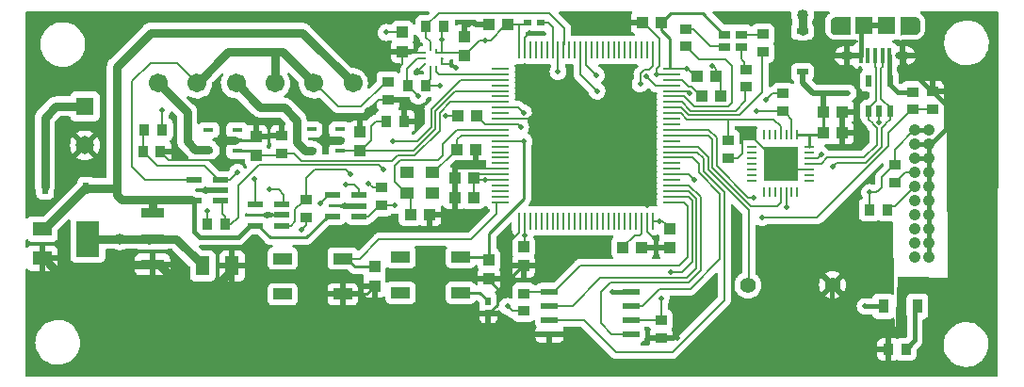
<source format=gbr>
%TF.GenerationSoftware,KiCad,Pcbnew,(6.0.9)*%
%TF.CreationDate,2022-12-18T19:34:30-07:00*%
%TF.ProjectId,Flight-Computer-Lite,466c6967-6874-42d4-936f-6d7075746572,rev?*%
%TF.SameCoordinates,Original*%
%TF.FileFunction,Copper,L1,Top*%
%TF.FilePolarity,Positive*%
%FSLAX46Y46*%
G04 Gerber Fmt 4.6, Leading zero omitted, Abs format (unit mm)*
G04 Created by KiCad (PCBNEW (6.0.9)) date 2022-12-18 19:34:30*
%MOMM*%
%LPD*%
G01*
G04 APERTURE LIST*
%TA.AperFunction,EtchedComponent*%
%ADD10C,0.001000*%
%TD*%
%TA.AperFunction,SMDPad,CuDef*%
%ADD11R,0.609600X0.685800*%
%TD*%
%TA.AperFunction,SMDPad,CuDef*%
%ADD12R,0.685800X0.609600*%
%TD*%
%TA.AperFunction,SMDPad,CuDef*%
%ADD13R,0.965200X1.295400*%
%TD*%
%TA.AperFunction,SMDPad,CuDef*%
%ADD14R,1.700000X0.990600*%
%TD*%
%TA.AperFunction,SMDPad,CuDef*%
%ADD15R,0.952500X0.406400*%
%TD*%
%TA.AperFunction,SMDPad,CuDef*%
%ADD16R,1.100000X1.000000*%
%TD*%
%TA.AperFunction,SMDPad,CuDef*%
%ADD17R,1.020000X0.940000*%
%TD*%
%TA.AperFunction,SMDPad,CuDef*%
%ADD18R,0.940000X1.020000*%
%TD*%
%TA.AperFunction,SMDPad,CuDef*%
%ADD19R,1.000000X0.800000*%
%TD*%
%TA.AperFunction,SMDPad,CuDef*%
%ADD20R,1.041400X0.584200*%
%TD*%
%TA.AperFunction,SMDPad,CuDef*%
%ADD21R,1.270000X1.778000*%
%TD*%
%TA.AperFunction,SMDPad,CuDef*%
%ADD22R,1.300000X1.100000*%
%TD*%
%TA.AperFunction,ComponentPad*%
%ADD23C,1.066800*%
%TD*%
%TA.AperFunction,SMDPad,CuDef*%
%ADD24R,1.000000X1.100000*%
%TD*%
%TA.AperFunction,SMDPad,CuDef*%
%ADD25R,0.584200X1.041400*%
%TD*%
%TA.AperFunction,SMDPad,CuDef*%
%ADD26R,1.524000X0.558800*%
%TD*%
%TA.AperFunction,SMDPad,CuDef*%
%ADD27R,0.400000X1.350000*%
%TD*%
%TA.AperFunction,SMDPad,CuDef*%
%ADD28R,1.500000X1.550000*%
%TD*%
%TA.AperFunction,ComponentPad*%
%ADD29O,1.300000X0.650000*%
%TD*%
%TA.AperFunction,ComponentPad*%
%ADD30O,0.775000X1.550000*%
%TD*%
%TA.AperFunction,ComponentPad*%
%ADD31R,1.650000X1.650000*%
%TD*%
%TA.AperFunction,ComponentPad*%
%ADD32C,1.650000*%
%TD*%
%TA.AperFunction,SMDPad,CuDef*%
%ADD33R,3.100000X3.100000*%
%TD*%
%TA.AperFunction,SMDPad,CuDef*%
%ADD34R,0.254000X0.900000*%
%TD*%
%TA.AperFunction,SMDPad,CuDef*%
%ADD35R,0.900000X0.254000*%
%TD*%
%TA.AperFunction,SMDPad,CuDef*%
%ADD36R,0.558800X0.979300*%
%TD*%
%TA.AperFunction,SMDPad,CuDef*%
%ADD37R,0.280000X1.560000*%
%TD*%
%TA.AperFunction,SMDPad,CuDef*%
%ADD38R,1.560000X0.280000*%
%TD*%
%TA.AperFunction,SMDPad,CuDef*%
%ADD39R,1.778000X1.270000*%
%TD*%
%TA.AperFunction,SMDPad,CuDef*%
%ADD40R,1.320800X0.558800*%
%TD*%
%TA.AperFunction,SMDPad,CuDef*%
%ADD41R,2.150000X0.950000*%
%TD*%
%TA.AperFunction,SMDPad,CuDef*%
%ADD42R,2.150000X3.250000*%
%TD*%
%TA.AperFunction,ComponentPad*%
%ADD43C,1.701800*%
%TD*%
%TA.AperFunction,SMDPad,CuDef*%
%ADD44R,0.250000X0.275000*%
%TD*%
%TA.AperFunction,SMDPad,CuDef*%
%ADD45R,0.275000X0.250000*%
%TD*%
%TA.AperFunction,ComponentPad*%
%ADD46C,1.408000*%
%TD*%
%TA.AperFunction,ViaPad*%
%ADD47C,0.499999*%
%TD*%
%TA.AperFunction,ViaPad*%
%ADD48C,1.016000*%
%TD*%
%TA.AperFunction,Conductor*%
%ADD49C,0.200000*%
%TD*%
%TA.AperFunction,Conductor*%
%ADD50C,0.177800*%
%TD*%
%TA.AperFunction,Conductor*%
%ADD51C,0.762000*%
%TD*%
%TA.AperFunction,Conductor*%
%ADD52C,0.254000*%
%TD*%
%TA.AperFunction,Conductor*%
%ADD53C,0.381000*%
%TD*%
%TA.AperFunction,Conductor*%
%ADD54C,0.508000*%
%TD*%
G04 APERTURE END LIST*
%TO.C,P3*%
G36*
X231183600Y-77746500D02*
G01*
X231171600Y-77746500D01*
X231158600Y-77747500D01*
X231132600Y-77751500D01*
X231119600Y-77754500D01*
X231107600Y-77758500D01*
X231071600Y-77773500D01*
X231059600Y-77779500D01*
X231048600Y-77786500D01*
X231038600Y-77794500D01*
X231027600Y-77801500D01*
X231017600Y-77810500D01*
X230999600Y-77828500D01*
X230990600Y-77838500D01*
X230983600Y-77849500D01*
X230975600Y-77859500D01*
X230968600Y-77870500D01*
X230962600Y-77882500D01*
X230947600Y-77918500D01*
X230943600Y-77930500D01*
X230940600Y-77943500D01*
X230936600Y-77969500D01*
X230935600Y-77982500D01*
X230935600Y-78659500D01*
X230936600Y-78672500D01*
X230940600Y-78698500D01*
X230944600Y-78711500D01*
X230947600Y-78723500D01*
X230952600Y-78736500D01*
X230957600Y-78748500D01*
X230962600Y-78759500D01*
X230968600Y-78771500D01*
X230975600Y-78782500D01*
X230983600Y-78793500D01*
X230999600Y-78813500D01*
X231008600Y-78823500D01*
X231018600Y-78832500D01*
X231038600Y-78848500D01*
X231049600Y-78856500D01*
X231060600Y-78863500D01*
X231072600Y-78869500D01*
X231083600Y-78874500D01*
X231095600Y-78879500D01*
X231108600Y-78884500D01*
X231120600Y-78887500D01*
X231133600Y-78891500D01*
X231159600Y-78895500D01*
X231172600Y-78896500D01*
X231198600Y-78896500D01*
X231211600Y-78895500D01*
X231237600Y-78891500D01*
X231250600Y-78887500D01*
X231262600Y-78884500D01*
X231275600Y-78879500D01*
X231287600Y-78874500D01*
X231298600Y-78869500D01*
X231310600Y-78863500D01*
X231321600Y-78856500D01*
X231332600Y-78848500D01*
X231352600Y-78832500D01*
X231362600Y-78823500D01*
X231371600Y-78813500D01*
X231387600Y-78793500D01*
X231395600Y-78782500D01*
X231402600Y-78771500D01*
X231408600Y-78759500D01*
X231413600Y-78748500D01*
X231418600Y-78736500D01*
X231423600Y-78723500D01*
X231426600Y-78711500D01*
X231430600Y-78698500D01*
X231434600Y-78672500D01*
X231435600Y-78659500D01*
X231435600Y-77982500D01*
X231434600Y-77969500D01*
X231430600Y-77943500D01*
X231427600Y-77930500D01*
X231423600Y-77918500D01*
X231408600Y-77882500D01*
X231402600Y-77870500D01*
X231395600Y-77859500D01*
X231387600Y-77849500D01*
X231380600Y-77838500D01*
X231371600Y-77828500D01*
X231353600Y-77810500D01*
X231343600Y-77801500D01*
X231332600Y-77794500D01*
X231322600Y-77786500D01*
X231311600Y-77779500D01*
X231299600Y-77773500D01*
X231263600Y-77758500D01*
X231251600Y-77754500D01*
X231238600Y-77751500D01*
X231212600Y-77747500D01*
X231199600Y-77746500D01*
X231187600Y-77746500D01*
X231187600Y-77546500D01*
X231212600Y-77547500D01*
X231238600Y-77549500D01*
X231264600Y-77552500D01*
X231290600Y-77557500D01*
X231315600Y-77563500D01*
X231340600Y-77570500D01*
X231365600Y-77579500D01*
X231389600Y-77589500D01*
X231413600Y-77600500D01*
X231436600Y-77613500D01*
X231458600Y-77626500D01*
X231479600Y-77641500D01*
X231500600Y-77657500D01*
X231520600Y-77674500D01*
X231539600Y-77692500D01*
X231557600Y-77711500D01*
X231574600Y-77731500D01*
X231590600Y-77752500D01*
X231605600Y-77773500D01*
X231618600Y-77795500D01*
X231631600Y-77818500D01*
X231642600Y-77842500D01*
X231652600Y-77866500D01*
X231661600Y-77891500D01*
X231668600Y-77916500D01*
X231674600Y-77941500D01*
X231679600Y-77967500D01*
X231682600Y-77993500D01*
X231684600Y-78019500D01*
X231685600Y-78046500D01*
X231685600Y-78596500D01*
X231684600Y-78622500D01*
X231682600Y-78648500D01*
X231679600Y-78674500D01*
X231674600Y-78700500D01*
X231668600Y-78725500D01*
X231661600Y-78751500D01*
X231652600Y-78775500D01*
X231642600Y-78799500D01*
X231631600Y-78823500D01*
X231618600Y-78846500D01*
X231590600Y-78890500D01*
X231574600Y-78911500D01*
X231557600Y-78931500D01*
X231539600Y-78950500D01*
X231520600Y-78968500D01*
X231500600Y-78985500D01*
X231479600Y-79001500D01*
X231435600Y-79029500D01*
X231412600Y-79042500D01*
X231388600Y-79053500D01*
X231364600Y-79063500D01*
X231340600Y-79072500D01*
X231314600Y-79079500D01*
X231289600Y-79085500D01*
X231263600Y-79090500D01*
X231237600Y-79093500D01*
X231211600Y-79095500D01*
X231185600Y-79096500D01*
X229990600Y-79096500D01*
X229990600Y-79101500D01*
X229985600Y-79101500D01*
X229985600Y-77546500D01*
X231183600Y-77546500D01*
X231183600Y-77746500D01*
G37*
D10*
X231183600Y-77746500D02*
X231171600Y-77746500D01*
X231158600Y-77747500D01*
X231132600Y-77751500D01*
X231119600Y-77754500D01*
X231107600Y-77758500D01*
X231071600Y-77773500D01*
X231059600Y-77779500D01*
X231048600Y-77786500D01*
X231038600Y-77794500D01*
X231027600Y-77801500D01*
X231017600Y-77810500D01*
X230999600Y-77828500D01*
X230990600Y-77838500D01*
X230983600Y-77849500D01*
X230975600Y-77859500D01*
X230968600Y-77870500D01*
X230962600Y-77882500D01*
X230947600Y-77918500D01*
X230943600Y-77930500D01*
X230940600Y-77943500D01*
X230936600Y-77969500D01*
X230935600Y-77982500D01*
X230935600Y-78659500D01*
X230936600Y-78672500D01*
X230940600Y-78698500D01*
X230944600Y-78711500D01*
X230947600Y-78723500D01*
X230952600Y-78736500D01*
X230957600Y-78748500D01*
X230962600Y-78759500D01*
X230968600Y-78771500D01*
X230975600Y-78782500D01*
X230983600Y-78793500D01*
X230999600Y-78813500D01*
X231008600Y-78823500D01*
X231018600Y-78832500D01*
X231038600Y-78848500D01*
X231049600Y-78856500D01*
X231060600Y-78863500D01*
X231072600Y-78869500D01*
X231083600Y-78874500D01*
X231095600Y-78879500D01*
X231108600Y-78884500D01*
X231120600Y-78887500D01*
X231133600Y-78891500D01*
X231159600Y-78895500D01*
X231172600Y-78896500D01*
X231198600Y-78896500D01*
X231211600Y-78895500D01*
X231237600Y-78891500D01*
X231250600Y-78887500D01*
X231262600Y-78884500D01*
X231275600Y-78879500D01*
X231287600Y-78874500D01*
X231298600Y-78869500D01*
X231310600Y-78863500D01*
X231321600Y-78856500D01*
X231332600Y-78848500D01*
X231352600Y-78832500D01*
X231362600Y-78823500D01*
X231371600Y-78813500D01*
X231387600Y-78793500D01*
X231395600Y-78782500D01*
X231402600Y-78771500D01*
X231408600Y-78759500D01*
X231413600Y-78748500D01*
X231418600Y-78736500D01*
X231423600Y-78723500D01*
X231426600Y-78711500D01*
X231430600Y-78698500D01*
X231434600Y-78672500D01*
X231435600Y-78659500D01*
X231435600Y-77982500D01*
X231434600Y-77969500D01*
X231430600Y-77943500D01*
X231427600Y-77930500D01*
X231423600Y-77918500D01*
X231408600Y-77882500D01*
X231402600Y-77870500D01*
X231395600Y-77859500D01*
X231387600Y-77849500D01*
X231380600Y-77838500D01*
X231371600Y-77828500D01*
X231353600Y-77810500D01*
X231343600Y-77801500D01*
X231332600Y-77794500D01*
X231322600Y-77786500D01*
X231311600Y-77779500D01*
X231299600Y-77773500D01*
X231263600Y-77758500D01*
X231251600Y-77754500D01*
X231238600Y-77751500D01*
X231212600Y-77747500D01*
X231199600Y-77746500D01*
X231187600Y-77746500D01*
X231187600Y-77546500D01*
X231212600Y-77547500D01*
X231238600Y-77549500D01*
X231264600Y-77552500D01*
X231290600Y-77557500D01*
X231315600Y-77563500D01*
X231340600Y-77570500D01*
X231365600Y-77579500D01*
X231389600Y-77589500D01*
X231413600Y-77600500D01*
X231436600Y-77613500D01*
X231458600Y-77626500D01*
X231479600Y-77641500D01*
X231500600Y-77657500D01*
X231520600Y-77674500D01*
X231539600Y-77692500D01*
X231557600Y-77711500D01*
X231574600Y-77731500D01*
X231590600Y-77752500D01*
X231605600Y-77773500D01*
X231618600Y-77795500D01*
X231631600Y-77818500D01*
X231642600Y-77842500D01*
X231652600Y-77866500D01*
X231661600Y-77891500D01*
X231668600Y-77916500D01*
X231674600Y-77941500D01*
X231679600Y-77967500D01*
X231682600Y-77993500D01*
X231684600Y-78019500D01*
X231685600Y-78046500D01*
X231685600Y-78596500D01*
X231684600Y-78622500D01*
X231682600Y-78648500D01*
X231679600Y-78674500D01*
X231674600Y-78700500D01*
X231668600Y-78725500D01*
X231661600Y-78751500D01*
X231652600Y-78775500D01*
X231642600Y-78799500D01*
X231631600Y-78823500D01*
X231618600Y-78846500D01*
X231590600Y-78890500D01*
X231574600Y-78911500D01*
X231557600Y-78931500D01*
X231539600Y-78950500D01*
X231520600Y-78968500D01*
X231500600Y-78985500D01*
X231479600Y-79001500D01*
X231435600Y-79029500D01*
X231412600Y-79042500D01*
X231388600Y-79053500D01*
X231364600Y-79063500D01*
X231340600Y-79072500D01*
X231314600Y-79079500D01*
X231289600Y-79085500D01*
X231263600Y-79090500D01*
X231237600Y-79093500D01*
X231211600Y-79095500D01*
X231185600Y-79096500D01*
X229990600Y-79096500D01*
X229990600Y-79101500D01*
X229985600Y-79101500D01*
X229985600Y-77546500D01*
X231183600Y-77546500D01*
X231183600Y-77746500D01*
G36*
X225385600Y-79096500D02*
G01*
X224187600Y-79096500D01*
X224187600Y-78896500D01*
X224199600Y-78896500D01*
X224212600Y-78895500D01*
X224238600Y-78891500D01*
X224251600Y-78888500D01*
X224263600Y-78884500D01*
X224299600Y-78869500D01*
X224311600Y-78863500D01*
X224322600Y-78856500D01*
X224332600Y-78848500D01*
X224343600Y-78841500D01*
X224353600Y-78832500D01*
X224371600Y-78814500D01*
X224380600Y-78804500D01*
X224387600Y-78793500D01*
X224395600Y-78783500D01*
X224402600Y-78772500D01*
X224408600Y-78760500D01*
X224423600Y-78724500D01*
X224427600Y-78712500D01*
X224430600Y-78699500D01*
X224434600Y-78673500D01*
X224435600Y-78660500D01*
X224435600Y-77983500D01*
X224434600Y-77970500D01*
X224430600Y-77944500D01*
X224426600Y-77931500D01*
X224423600Y-77919500D01*
X224418600Y-77906500D01*
X224413600Y-77894500D01*
X224408600Y-77883500D01*
X224402600Y-77871500D01*
X224395600Y-77860500D01*
X224387600Y-77849500D01*
X224371600Y-77829500D01*
X224362600Y-77819500D01*
X224352600Y-77810500D01*
X224332600Y-77794500D01*
X224321600Y-77786500D01*
X224310600Y-77779500D01*
X224298600Y-77773500D01*
X224287600Y-77768500D01*
X224275600Y-77763500D01*
X224262600Y-77758500D01*
X224250600Y-77755500D01*
X224237600Y-77751500D01*
X224211600Y-77747500D01*
X224198600Y-77746500D01*
X224172600Y-77746500D01*
X224159600Y-77747500D01*
X224133600Y-77751500D01*
X224120600Y-77755500D01*
X224108600Y-77758500D01*
X224095600Y-77763500D01*
X224083600Y-77768500D01*
X224072600Y-77773500D01*
X224060600Y-77779500D01*
X224049600Y-77786500D01*
X224038600Y-77794500D01*
X224018600Y-77810500D01*
X224008600Y-77819500D01*
X223999600Y-77829500D01*
X223983600Y-77849500D01*
X223975600Y-77860500D01*
X223968600Y-77871500D01*
X223962600Y-77883500D01*
X223957600Y-77894500D01*
X223952600Y-77906500D01*
X223947600Y-77919500D01*
X223944600Y-77931500D01*
X223940600Y-77944500D01*
X223936600Y-77970500D01*
X223935600Y-77983500D01*
X223935600Y-78660500D01*
X223936600Y-78673500D01*
X223940600Y-78699500D01*
X223943600Y-78712500D01*
X223947600Y-78724500D01*
X223962600Y-78760500D01*
X223968600Y-78772500D01*
X223975600Y-78783500D01*
X223983600Y-78793500D01*
X223990600Y-78804500D01*
X223999600Y-78814500D01*
X224017600Y-78832500D01*
X224027600Y-78841500D01*
X224038600Y-78848500D01*
X224048600Y-78856500D01*
X224059600Y-78863500D01*
X224071600Y-78869500D01*
X224107600Y-78884500D01*
X224119600Y-78888500D01*
X224132600Y-78891500D01*
X224158600Y-78895500D01*
X224171600Y-78896500D01*
X224183600Y-78896500D01*
X224183600Y-79096500D01*
X224158600Y-79095500D01*
X224132600Y-79093500D01*
X224106600Y-79090500D01*
X224080600Y-79085500D01*
X224055600Y-79079500D01*
X224030600Y-79072500D01*
X224005600Y-79063500D01*
X223981600Y-79053500D01*
X223957600Y-79042500D01*
X223934600Y-79029500D01*
X223912600Y-79016500D01*
X223891600Y-79001500D01*
X223870600Y-78985500D01*
X223850600Y-78968500D01*
X223831600Y-78950500D01*
X223813600Y-78931500D01*
X223796600Y-78911500D01*
X223780600Y-78890500D01*
X223765600Y-78869500D01*
X223752600Y-78847500D01*
X223739600Y-78824500D01*
X223728600Y-78800500D01*
X223718600Y-78776500D01*
X223709600Y-78751500D01*
X223702600Y-78726500D01*
X223696600Y-78701500D01*
X223691600Y-78675500D01*
X223688600Y-78649500D01*
X223686600Y-78623500D01*
X223685600Y-78596500D01*
X223685600Y-78046500D01*
X223686600Y-78020500D01*
X223688600Y-77994500D01*
X223691600Y-77968500D01*
X223696600Y-77942500D01*
X223702600Y-77917500D01*
X223709600Y-77891500D01*
X223718600Y-77867500D01*
X223728600Y-77843500D01*
X223739600Y-77819500D01*
X223752600Y-77796500D01*
X223780600Y-77752500D01*
X223796600Y-77731500D01*
X223813600Y-77711500D01*
X223831600Y-77692500D01*
X223850600Y-77674500D01*
X223870600Y-77657500D01*
X223891600Y-77641500D01*
X223935600Y-77613500D01*
X223958600Y-77600500D01*
X223982600Y-77589500D01*
X224006600Y-77579500D01*
X224030600Y-77570500D01*
X224056600Y-77563500D01*
X224081600Y-77557500D01*
X224107600Y-77552500D01*
X224133600Y-77549500D01*
X224159600Y-77547500D01*
X224185600Y-77546500D01*
X225380600Y-77546500D01*
X225380600Y-77541500D01*
X225385600Y-77541500D01*
X225385600Y-79096500D01*
G37*
X225385600Y-79096500D02*
X224187600Y-79096500D01*
X224187600Y-78896500D01*
X224199600Y-78896500D01*
X224212600Y-78895500D01*
X224238600Y-78891500D01*
X224251600Y-78888500D01*
X224263600Y-78884500D01*
X224299600Y-78869500D01*
X224311600Y-78863500D01*
X224322600Y-78856500D01*
X224332600Y-78848500D01*
X224343600Y-78841500D01*
X224353600Y-78832500D01*
X224371600Y-78814500D01*
X224380600Y-78804500D01*
X224387600Y-78793500D01*
X224395600Y-78783500D01*
X224402600Y-78772500D01*
X224408600Y-78760500D01*
X224423600Y-78724500D01*
X224427600Y-78712500D01*
X224430600Y-78699500D01*
X224434600Y-78673500D01*
X224435600Y-78660500D01*
X224435600Y-77983500D01*
X224434600Y-77970500D01*
X224430600Y-77944500D01*
X224426600Y-77931500D01*
X224423600Y-77919500D01*
X224418600Y-77906500D01*
X224413600Y-77894500D01*
X224408600Y-77883500D01*
X224402600Y-77871500D01*
X224395600Y-77860500D01*
X224387600Y-77849500D01*
X224371600Y-77829500D01*
X224362600Y-77819500D01*
X224352600Y-77810500D01*
X224332600Y-77794500D01*
X224321600Y-77786500D01*
X224310600Y-77779500D01*
X224298600Y-77773500D01*
X224287600Y-77768500D01*
X224275600Y-77763500D01*
X224262600Y-77758500D01*
X224250600Y-77755500D01*
X224237600Y-77751500D01*
X224211600Y-77747500D01*
X224198600Y-77746500D01*
X224172600Y-77746500D01*
X224159600Y-77747500D01*
X224133600Y-77751500D01*
X224120600Y-77755500D01*
X224108600Y-77758500D01*
X224095600Y-77763500D01*
X224083600Y-77768500D01*
X224072600Y-77773500D01*
X224060600Y-77779500D01*
X224049600Y-77786500D01*
X224038600Y-77794500D01*
X224018600Y-77810500D01*
X224008600Y-77819500D01*
X223999600Y-77829500D01*
X223983600Y-77849500D01*
X223975600Y-77860500D01*
X223968600Y-77871500D01*
X223962600Y-77883500D01*
X223957600Y-77894500D01*
X223952600Y-77906500D01*
X223947600Y-77919500D01*
X223944600Y-77931500D01*
X223940600Y-77944500D01*
X223936600Y-77970500D01*
X223935600Y-77983500D01*
X223935600Y-78660500D01*
X223936600Y-78673500D01*
X223940600Y-78699500D01*
X223943600Y-78712500D01*
X223947600Y-78724500D01*
X223962600Y-78760500D01*
X223968600Y-78772500D01*
X223975600Y-78783500D01*
X223983600Y-78793500D01*
X223990600Y-78804500D01*
X223999600Y-78814500D01*
X224017600Y-78832500D01*
X224027600Y-78841500D01*
X224038600Y-78848500D01*
X224048600Y-78856500D01*
X224059600Y-78863500D01*
X224071600Y-78869500D01*
X224107600Y-78884500D01*
X224119600Y-78888500D01*
X224132600Y-78891500D01*
X224158600Y-78895500D01*
X224171600Y-78896500D01*
X224183600Y-78896500D01*
X224183600Y-79096500D01*
X224158600Y-79095500D01*
X224132600Y-79093500D01*
X224106600Y-79090500D01*
X224080600Y-79085500D01*
X224055600Y-79079500D01*
X224030600Y-79072500D01*
X224005600Y-79063500D01*
X223981600Y-79053500D01*
X223957600Y-79042500D01*
X223934600Y-79029500D01*
X223912600Y-79016500D01*
X223891600Y-79001500D01*
X223870600Y-78985500D01*
X223850600Y-78968500D01*
X223831600Y-78950500D01*
X223813600Y-78931500D01*
X223796600Y-78911500D01*
X223780600Y-78890500D01*
X223765600Y-78869500D01*
X223752600Y-78847500D01*
X223739600Y-78824500D01*
X223728600Y-78800500D01*
X223718600Y-78776500D01*
X223709600Y-78751500D01*
X223702600Y-78726500D01*
X223696600Y-78701500D01*
X223691600Y-78675500D01*
X223688600Y-78649500D01*
X223686600Y-78623500D01*
X223685600Y-78596500D01*
X223685600Y-78046500D01*
X223686600Y-78020500D01*
X223688600Y-77994500D01*
X223691600Y-77968500D01*
X223696600Y-77942500D01*
X223702600Y-77917500D01*
X223709600Y-77891500D01*
X223718600Y-77867500D01*
X223728600Y-77843500D01*
X223739600Y-77819500D01*
X223752600Y-77796500D01*
X223780600Y-77752500D01*
X223796600Y-77731500D01*
X223813600Y-77711500D01*
X223831600Y-77692500D01*
X223850600Y-77674500D01*
X223870600Y-77657500D01*
X223891600Y-77641500D01*
X223935600Y-77613500D01*
X223958600Y-77600500D01*
X223982600Y-77589500D01*
X224006600Y-77579500D01*
X224030600Y-77570500D01*
X224056600Y-77563500D01*
X224081600Y-77557500D01*
X224107600Y-77552500D01*
X224133600Y-77549500D01*
X224159600Y-77547500D01*
X224185600Y-77546500D01*
X225380600Y-77546500D01*
X225380600Y-77541500D01*
X225385600Y-77541500D01*
X225385600Y-79096500D01*
%TD*%
D11*
%TO.P,J1,1,A*%
%TO.N,Earth*%
X192938400Y-104241600D03*
%TO.P,J1,2,B*%
%TO.N,Net-(B1-Pad1)*%
X192938400Y-103124000D03*
%TD*%
D12*
%TO.P,J2,1,A*%
%TO.N,3.3V*%
X196494400Y-78028800D03*
%TO.P,J2,2,B*%
%TO.N,BOOT*%
X197612000Y-78028800D03*
%TD*%
D13*
%TO.P,D4,1,1*%
%TO.N,Net-(D4-Pad1)*%
X231470200Y-103555800D03*
%TO.P,D4,2,2*%
%TO.N,3.3V*%
X228422200Y-103555800D03*
%TD*%
D14*
%TO.P,B1,4,4*%
%TO.N,unconnected-(B1-Pad4)*%
X185056800Y-99136401D03*
%TO.P,B1,3,3*%
%TO.N,NRST*%
X190456800Y-99136401D03*
%TO.P,B1,2,2*%
%TO.N,unconnected-(B1-Pad2)*%
X185056800Y-102336399D03*
%TO.P,B1,1,1*%
%TO.N,Net-(B1-Pad1)*%
X190456800Y-102336399D03*
%TD*%
D15*
%TO.P,Q1,1,G*%
%TO.N,DROGUE*%
X170338750Y-89596001D03*
%TO.P,Q1,2,S*%
%TO.N,Earth*%
X170338750Y-88646000D03*
%TO.P,Q1,3*%
%TO.N,unconnected-(Q1-Pad3)*%
X170338750Y-87695999D03*
%TO.P,Q1,4*%
%TO.N,unconnected-(Q1-Pad4)*%
X167786050Y-87695999D03*
%TO.P,Q1,5,D*%
%TO.N,Net-(P4-Pad6)*%
X167786050Y-89596001D03*
%TD*%
D16*
%TO.P,C2,1*%
%TO.N,3.3V*%
X191908800Y-86461600D03*
%TO.P,C2,2*%
%TO.N,Earth*%
X190208800Y-86461600D03*
%TD*%
D17*
%TO.P,R8,1*%
%TO.N,USB_DETECT*%
X231063800Y-85854600D03*
%TO.P,R8,2*%
%TO.N,5V*%
X231063800Y-84274600D03*
%TD*%
D18*
%TO.P,R16,2*%
%TO.N,Earth*%
X163477000Y-89611200D03*
%TO.P,R16,1*%
%TO.N,VCOMP*%
X161897000Y-89611200D03*
%TD*%
D19*
%TO.P,D1,1*%
%TO.N,3.3V*%
X214134000Y-79104400D03*
%TO.P,D1,2*%
%TO.N,Net-(D1-Pad2)*%
X215634000Y-79104400D03*
%TO.P,D1,3*%
%TO.N,Net-(D1-Pad3)*%
X215634000Y-80204400D03*
%TO.P,D1,4*%
%TO.N,Net-(D1-Pad4)*%
X214134000Y-80204400D03*
%TD*%
D20*
%TO.P,D2,1*%
%TO.N,VIN*%
X221164430Y-78803500D03*
%TO.P,D2,2*%
%TO.N,5V*%
X221164430Y-82486500D03*
%TD*%
D21*
%TO.P,C13,1*%
%TO.N,3.3V*%
X167264600Y-99923600D03*
%TO.P,C13,2*%
%TO.N,Earth*%
X169906200Y-99923600D03*
%TD*%
D16*
%TO.P,C8,1*%
%TO.N,3.3V*%
X191604000Y-92049600D03*
%TO.P,C8,2*%
%TO.N,Earth*%
X189904000Y-92049600D03*
%TD*%
D22*
%TO.P,Y1,4*%
%TO.N,unconnected-(Y1-Pad4)*%
X185641600Y-91530600D03*
%TO.P,Y1,3,3*%
%TO.N,OSC_OUT*%
X187941600Y-91530600D03*
%TO.P,Y1,2*%
%TO.N,unconnected-(Y1-Pad2)*%
X187941600Y-93330600D03*
%TO.P,Y1,1,1*%
%TO.N,OSC_IN*%
X185641600Y-93330600D03*
%TD*%
D16*
%TO.P,C14,1*%
%TO.N,OSC_OUT*%
X190132600Y-89433400D03*
%TO.P,C14,2*%
%TO.N,Earth*%
X191832600Y-89433400D03*
%TD*%
D23*
%TO.P,P2,1,1*%
%TO.N,3.3V*%
X231230550Y-87706200D03*
%TO.P,P2,2,2*%
X232500550Y-87706200D03*
%TO.P,P2,3,3*%
%TO.N,Earth*%
X231230550Y-88976200D03*
%TO.P,P2,4,4*%
X232500550Y-88976200D03*
%TO.P,P2,5,5*%
X231230550Y-90246200D03*
%TO.P,P2,6,6*%
X232500550Y-90246200D03*
%TO.P,P2,7,7*%
%TO.N,SWDIO*%
X231230550Y-91516200D03*
%TO.P,P2,8,8*%
%TO.N,Earth*%
X232500550Y-91516200D03*
%TO.P,P2,9,9*%
%TO.N,SWCLK*%
X231230550Y-92786200D03*
%TO.P,P2,10,10*%
%TO.N,Earth*%
X232500550Y-92786200D03*
%TO.P,P2,11,11*%
%TO.N,unconnected-(P2-Pad11)*%
X231230550Y-94056200D03*
%TO.P,P2,12,12*%
%TO.N,Earth*%
X232500550Y-94056200D03*
%TO.P,P2,13,13*%
%TO.N,SWO*%
X231230550Y-95326200D03*
%TO.P,P2,14,14*%
%TO.N,Earth*%
X232500550Y-95326200D03*
%TO.P,P2,15,15*%
%TO.N,NRST*%
X231230550Y-96596200D03*
%TO.P,P2,16,16*%
%TO.N,Earth*%
X232500550Y-96596200D03*
%TO.P,P2,17,17*%
%TO.N,unconnected-(P2-Pad17)*%
X231230550Y-97866200D03*
%TO.P,P2,18,18*%
%TO.N,Earth*%
X232500550Y-97866200D03*
%TO.P,P2,19,19*%
%TO.N,unconnected-(P2-Pad19)*%
X231230550Y-99136200D03*
%TO.P,P2,20,20*%
%TO.N,Earth*%
X232500550Y-99136200D03*
%TD*%
D16*
%TO.P,C9,1*%
%TO.N,3.3V*%
X191604000Y-93802200D03*
%TO.P,C9,2*%
%TO.N,Earth*%
X189904000Y-93802200D03*
%TD*%
D24*
%TO.P,C3,1*%
%TO.N,NRST*%
X192989200Y-99403800D03*
%TO.P,C3,2*%
%TO.N,Earth*%
X192989200Y-101103800D03*
%TD*%
D16*
%TO.P,C18,1*%
%TO.N,5V*%
X223025600Y-87985600D03*
%TO.P,C18,2*%
%TO.N,Earth*%
X224725600Y-87985600D03*
%TD*%
%TO.P,C6,1*%
%TO.N,3.3V*%
X211671800Y-82905600D03*
%TO.P,C6,2*%
%TO.N,Earth*%
X213371800Y-82905600D03*
%TD*%
D25*
%TO.P,D3,1*%
%TO.N,VIN*%
X156781500Y-92919830D03*
%TO.P,D3,2*%
%TO.N,/PIN_SCREW*%
X153098500Y-92919830D03*
%TD*%
D17*
%TO.P,R2,1*%
%TO.N,STATUS_G*%
X216128600Y-83822600D03*
%TO.P,R2,2*%
%TO.N,Net-(D1-Pad3)*%
X216128600Y-82242600D03*
%TD*%
%TO.P,R4,1*%
%TO.N,SWDIO*%
X229438200Y-92407800D03*
%TO.P,R4,2*%
%TO.N,3.3V*%
X229438200Y-90827800D03*
%TD*%
%TO.P,R9,1*%
%TO.N,Earth*%
X232841800Y-84249200D03*
%TO.P,R9,2*%
%TO.N,USB_DETECT*%
X232841800Y-85829200D03*
%TD*%
D18*
%TO.P,R17,1*%
%TO.N,BP_SCL*%
X187347800Y-78384400D03*
%TO.P,R17,2*%
%TO.N,3.3V*%
X188927800Y-78384400D03*
%TD*%
D26*
%TO.P,U3,1,\u002ACE*%
%TO.N,~{FLASH_SS}*%
X198437500Y-102235000D03*
%TO.P,U3,2,SO*%
%TO.N,FLASH_MISO*%
X198437500Y-103505000D03*
%TO.P,U3,3,\u002AWP*%
%TO.N,~{FLASH_WP}*%
X198437500Y-104775000D03*
%TO.P,U3,4,VSS*%
%TO.N,Earth*%
X198437500Y-106045000D03*
%TO.P,U3,5,SI*%
%TO.N,FLASH_MOSI*%
X205727300Y-106045000D03*
%TO.P,U3,6,SCK*%
%TO.N,FLASH_SCK*%
X205727300Y-104775000D03*
%TO.P,U3,7,\u002AHOLD*%
%TO.N,~{FLASH_HOLD}*%
X205727300Y-103505000D03*
%TO.P,U3,8,VDD*%
%TO.N,3.3V*%
X205727300Y-102235000D03*
%TD*%
D17*
%TO.P,R19,1*%
%TO.N,Earth*%
X174371000Y-88211600D03*
%TO.P,R19,2*%
%TO.N,DROGUE*%
X174371000Y-89791600D03*
%TD*%
D27*
%TO.P,P3,1,VCC*%
%TO.N,5V*%
X228985600Y-81021500D03*
%TO.P,P3,2,D-*%
%TO.N,/Peripherals/D-*%
X228335600Y-81021500D03*
%TO.P,P3,3,D+*%
%TO.N,/Peripherals/D+*%
X227685600Y-81021500D03*
%TO.P,P3,4,ID*%
%TO.N,unconnected-(P3-Pad4)*%
X227035600Y-81021500D03*
%TO.P,P3,5,GND*%
%TO.N,Earth*%
X226385600Y-81021500D03*
D28*
%TO.P,P3,S1,SHIELD*%
X226685600Y-78321500D03*
D29*
X230185600Y-81021500D03*
D28*
X228685600Y-78321500D03*
D30*
%TO.P,P3,S2,SHIELD*%
X231185600Y-78321500D03*
X224185600Y-78321500D03*
D29*
X225185600Y-81021500D03*
%TD*%
D17*
%TO.P,R3,1*%
%TO.N,STATUS_R*%
X210642200Y-80190400D03*
%TO.P,R3,2*%
%TO.N,Net-(D1-Pad4)*%
X210642200Y-78610400D03*
%TD*%
D16*
%TO.P,C17,1*%
%TO.N,5V*%
X223025600Y-86055200D03*
%TO.P,C17,2*%
%TO.N,Earth*%
X224725600Y-86055200D03*
%TD*%
D24*
%TO.P,C19,1*%
%TO.N,DROGUE*%
X172085000Y-90004000D03*
%TO.P,C19,2*%
%TO.N,Earth*%
X172085000Y-88304000D03*
%TD*%
D31*
%TO.P,P1,1,5*%
%TO.N,/PIN_SCREW*%
X156670400Y-85575200D03*
D32*
%TO.P,P1,2,6*%
%TO.N,Earth*%
X156670400Y-89075200D03*
%TD*%
D17*
%TO.P,R10,1*%
%TO.N,Earth*%
X208457800Y-106403200D03*
%TO.P,R10,2*%
%TO.N,FLASH_SCK*%
X208457800Y-104823200D03*
%TD*%
D33*
%TO.P,U4,29,PAD*%
%TO.N,Earth*%
X219200000Y-90728800D03*
D34*
%TO.P,U4,28,DTR*%
%TO.N,unconnected-(U4-Pad28)*%
X220700000Y-93318800D03*
%TO.P,U4,27,DSR*%
%TO.N,unconnected-(U4-Pad27)*%
X220200000Y-93318800D03*
%TO.P,U4,26,TXD*%
%TO.N,TX_USB*%
X219700000Y-93318800D03*
%TO.P,U4,25,RXD*%
%TO.N,RX_USB*%
X219200000Y-93318800D03*
%TO.P,U4,24,RTS*%
%TO.N,unconnected-(U4-Pad24)*%
X218700000Y-93318800D03*
%TO.P,U4,23,CTS*%
%TO.N,unconnected-(U4-Pad23)*%
X218200000Y-93318800D03*
%TO.P,U4,22,NC@9*%
%TO.N,unconnected-(U4-Pad22)*%
X217700000Y-93318800D03*
D35*
%TO.P,U4,21,NC@8*%
%TO.N,unconnected-(U4-Pad21)*%
X216610000Y-92228800D03*
%TO.P,U4,20,NC@7*%
%TO.N,unconnected-(U4-Pad20)*%
X216610000Y-91728800D03*
%TO.P,U4,19,NC@6*%
%TO.N,unconnected-(U4-Pad19)*%
X216610000Y-91228800D03*
%TO.P,U4,18,NC/VPP*%
%TO.N,unconnected-(U4-Pad18)*%
X216610000Y-90728800D03*
%TO.P,U4,17,NC@5*%
%TO.N,unconnected-(U4-Pad17)*%
X216610000Y-90228800D03*
%TO.P,U4,16,NC@4*%
%TO.N,unconnected-(U4-Pad16)*%
X216610000Y-89728800D03*
%TO.P,U4,15,NC@3*%
%TO.N,unconnected-(U4-Pad15)*%
X216610000Y-89228800D03*
D34*
%TO.P,U4,14,NC@2*%
%TO.N,unconnected-(U4-Pad14)*%
X217700000Y-88138800D03*
%TO.P,U4,13,NC@1*%
%TO.N,unconnected-(U4-Pad13)*%
X218200000Y-88138800D03*
%TO.P,U4,12,SUSPEND*%
%TO.N,unconnected-(U4-Pad12)*%
X218700000Y-88138800D03*
%TO.P,U4,11,~{SUSPEND}*%
%TO.N,~{USB_SUSPEND}*%
X219200000Y-88138800D03*
%TO.P,U4,10,NC*%
%TO.N,unconnected-(U4-Pad10)*%
X219700000Y-88138800D03*
%TO.P,U4,9,~{RST}*%
%TO.N,~{USB_RST}*%
X220200000Y-88138800D03*
%TO.P,U4,8,VBUS*%
%TO.N,5V*%
X220700000Y-88138800D03*
D35*
%TO.P,U4,7,REGIN*%
X221790000Y-89228800D03*
%TO.P,U4,6,VDD*%
%TO.N,unconnected-(U4-Pad6)*%
X221790000Y-89728800D03*
%TO.P,U4,5,D-*%
%TO.N,/Peripherals/D-*%
X221790000Y-90228800D03*
%TO.P,U4,4,D+*%
%TO.N,/Peripherals/D+*%
X221790000Y-90728800D03*
%TO.P,U4,3,GND*%
%TO.N,Earth*%
X221790000Y-91228800D03*
%TO.P,U4,2,RI*%
%TO.N,unconnected-(U4-Pad2)*%
X221790000Y-91728800D03*
%TO.P,U4,1,DCD*%
%TO.N,unconnected-(U4-Pad1)*%
X221790000Y-92228800D03*
%TD*%
D17*
%TO.P,R12,1*%
%TO.N,3.3V*%
X219430600Y-84427000D03*
%TO.P,R12,2*%
%TO.N,~{USB_RST}*%
X219430600Y-86007000D03*
%TD*%
D36*
%TO.P,D5,1*%
%TO.N,/Peripherals/D+*%
X227116599Y-85998748D03*
%TO.P,D5,2*%
%TO.N,Earth*%
X228066600Y-85998748D03*
%TO.P,D5,3*%
%TO.N,/Peripherals/D-*%
X229016601Y-85998748D03*
%TO.P,D5,4*%
%TO.N,5V*%
X229016601Y-83266852D03*
%TO.P,D5,5*%
%TO.N,unconnected-(D5-Pad5)*%
X227116599Y-83266852D03*
%TD*%
D24*
%TO.P,C22,1*%
%TO.N,3.3V*%
X190804800Y-80987000D03*
%TO.P,C22,2*%
%TO.N,Earth*%
X190804800Y-79287000D03*
%TD*%
D37*
%TO.P,U1,100,VDD*%
%TO.N,3.3V*%
X195704500Y-80508800D03*
%TO.P,U1,99,VSS*%
%TO.N,Earth*%
X196204500Y-80508800D03*
%TO.P,U1,98,PE1*%
%TO.N,unconnected-(U1-Pad98)*%
X196704500Y-80508800D03*
%TO.P,U1,97,PE0*%
%TO.N,unconnected-(U1-Pad97)*%
X197204500Y-80508800D03*
%TO.P,U1,96,PB9*%
%TO.N,unconnected-(U1-Pad96)*%
X197704500Y-80508800D03*
%TO.P,U1,95,PB8*%
%TO.N,unconnected-(U1-Pad95)*%
X198204500Y-80508800D03*
%TO.P,U1,94,BOOT0*%
%TO.N,BOOT*%
X198704500Y-80508800D03*
%TO.P,U1,93,PB7*%
%TO.N,BP_SDA*%
X199204500Y-80508800D03*
%TO.P,U1,92,PB6*%
%TO.N,BP_SCL*%
X199704500Y-80508800D03*
%TO.P,U1,91,PB5*%
%TO.N,unconnected-(U1-Pad91)*%
X200204500Y-80508800D03*
%TO.P,U1,90,PB4*%
%TO.N,unconnected-(U1-Pad90)*%
X200704500Y-80508800D03*
%TO.P,U1,89,PB3*%
%TO.N,SWO*%
X201204500Y-80508800D03*
%TO.P,U1,88,PD7*%
%TO.N,~{SWITCH}*%
X201704500Y-80508800D03*
%TO.P,U1,87,PD6*%
%TO.N,unconnected-(U1-Pad87)*%
X202204500Y-80508800D03*
%TO.P,U1,86,PD5*%
%TO.N,unconnected-(U1-Pad86)*%
X202704500Y-80508800D03*
%TO.P,U1,85,PD4*%
%TO.N,unconnected-(U1-Pad85)*%
X203204500Y-80508800D03*
%TO.P,U1,84,PD3*%
%TO.N,unconnected-(U1-Pad84)*%
X203704500Y-80508800D03*
%TO.P,U1,83,PD2*%
%TO.N,unconnected-(U1-Pad83)*%
X204204500Y-80508800D03*
%TO.P,U1,82,PD1*%
%TO.N,unconnected-(U1-Pad82)*%
X204704500Y-80508800D03*
%TO.P,U1,81,PD0*%
%TO.N,unconnected-(U1-Pad81)*%
X205204500Y-80508800D03*
%TO.P,U1,80,PC12*%
%TO.N,unconnected-(U1-Pad80)*%
X205704500Y-80508800D03*
%TO.P,U1,79,PC11*%
%TO.N,unconnected-(U1-Pad79)*%
X206204500Y-80508800D03*
%TO.P,U1,78,PC10*%
%TO.N,unconnected-(U1-Pad78)*%
X206704500Y-80508800D03*
%TO.P,U1,77,PA15*%
%TO.N,unconnected-(U1-Pad77)*%
X207204500Y-80508800D03*
%TO.P,U1,76,PA14*%
%TO.N,SWCLK*%
X207704500Y-80508800D03*
D38*
%TO.P,U1,75,VDD*%
%TO.N,3.3V*%
X209384500Y-82188800D03*
%TO.P,U1,74,VSS*%
%TO.N,Earth*%
X209384500Y-82688800D03*
%TO.P,U1,73,VCAP2*%
%TO.N,CAP2*%
X209384500Y-83188800D03*
%TO.P,U1,72,PA13*%
%TO.N,SWDIO*%
X209384500Y-83688800D03*
%TO.P,U1,71,PA12*%
%TO.N,~{USB_RST}*%
X209384500Y-84188800D03*
%TO.P,U1,70,PA11*%
%TO.N,STATUS_R*%
X209384500Y-84688800D03*
%TO.P,U1,69,PA10*%
%TO.N,STATUS_G*%
X209384500Y-85188800D03*
%TO.P,U1,68,PA9*%
%TO.N,STATUS_B*%
X209384500Y-85688800D03*
%TO.P,U1,67,PA8*%
%TO.N,~{USB_SUSPEND}*%
X209384500Y-86188800D03*
%TO.P,U1,66,PC9*%
%TO.N,unconnected-(U1-Pad66)*%
X209384500Y-86688800D03*
%TO.P,U1,65,PC8*%
%TO.N,unconnected-(U1-Pad65)*%
X209384500Y-87188800D03*
%TO.P,U1,64,PC7*%
%TO.N,TX_USB*%
X209384500Y-87688800D03*
%TO.P,U1,63,PC6*%
%TO.N,RX_USB*%
X209384500Y-88188800D03*
%TO.P,U1,62,PD15*%
%TO.N,unconnected-(U1-Pad62)*%
X209384500Y-88688800D03*
%TO.P,U1,61,PD14*%
%TO.N,BEEP*%
X209384500Y-89188800D03*
%TO.P,U1,60,PD13*%
%TO.N,~{FLASH_WP}*%
X209384500Y-89688800D03*
%TO.P,U1,59,PD12*%
%TO.N,~{FLASH_HOLD}*%
X209384500Y-90188800D03*
%TO.P,U1,58,PD11*%
%TO.N,unconnected-(U1-Pad58)*%
X209384500Y-90688800D03*
%TO.P,U1,57,PD10*%
%TO.N,unconnected-(U1-Pad57)*%
X209384500Y-91188800D03*
%TO.P,U1,56,PD9*%
%TO.N,USB_DETECT*%
X209384500Y-91688800D03*
%TO.P,U1,55,PD8*%
%TO.N,unconnected-(U1-Pad55)*%
X209384500Y-92188800D03*
%TO.P,U1,54,PB15*%
%TO.N,FLASH_MOSI*%
X209384500Y-92688800D03*
%TO.P,U1,53,PB14*%
%TO.N,FLASH_MISO*%
X209384500Y-93188800D03*
%TO.P,U1,52,PB13*%
%TO.N,FLASH_SCK*%
X209384500Y-93688800D03*
%TO.P,U1,51,PB12*%
%TO.N,~{FLASH_SS}*%
X209384500Y-94188800D03*
D37*
%TO.P,U1,50,VDD*%
%TO.N,3.3V*%
X207704500Y-95868800D03*
%TO.P,U1,49,VSS*%
%TO.N,Earth*%
X207204500Y-95868800D03*
%TO.P,U1,48,VCAP1*%
%TO.N,CAP1*%
X206704500Y-95868800D03*
%TO.P,U1,47,PB11*%
%TO.N,unconnected-(U1-Pad47)*%
X206204500Y-95868800D03*
%TO.P,U1,46,PB10*%
%TO.N,unconnected-(U1-Pad46)*%
X205704500Y-95868800D03*
%TO.P,U1,45,PE15*%
%TO.N,unconnected-(U1-Pad45)*%
X205204500Y-95868800D03*
%TO.P,U1,44,PE14*%
%TO.N,unconnected-(U1-Pad44)*%
X204704500Y-95868800D03*
%TO.P,U1,43,PE13*%
%TO.N,unconnected-(U1-Pad43)*%
X204204500Y-95868800D03*
%TO.P,U1,42,PE12*%
%TO.N,unconnected-(U1-Pad42)*%
X203704500Y-95868800D03*
%TO.P,U1,41,PE11*%
%TO.N,unconnected-(U1-Pad41)*%
X203204500Y-95868800D03*
%TO.P,U1,40,PE10*%
%TO.N,unconnected-(U1-Pad40)*%
X202704500Y-95868800D03*
%TO.P,U1,39,PE9*%
%TO.N,unconnected-(U1-Pad39)*%
X202204500Y-95868800D03*
%TO.P,U1,38,PE8*%
%TO.N,unconnected-(U1-Pad38)*%
X201704500Y-95868800D03*
%TO.P,U1,37,PE7*%
%TO.N,unconnected-(U1-Pad37)*%
X201204500Y-95868800D03*
%TO.P,U1,36,PB2*%
%TO.N,unconnected-(U1-Pad36)*%
X200704500Y-95868800D03*
%TO.P,U1,35,PB1*%
%TO.N,unconnected-(U1-Pad35)*%
X200204500Y-95868800D03*
%TO.P,U1,34,PB0*%
%TO.N,unconnected-(U1-Pad34)*%
X199704500Y-95868800D03*
%TO.P,U1,33,PC5*%
%TO.N,unconnected-(U1-Pad33)*%
X199204500Y-95868800D03*
%TO.P,U1,32,PC4*%
%TO.N,unconnected-(U1-Pad32)*%
X198704500Y-95868800D03*
%TO.P,U1,31,PA7*%
%TO.N,unconnected-(U1-Pad31)*%
X198204500Y-95868800D03*
%TO.P,U1,30,PA6*%
%TO.N,unconnected-(U1-Pad30)*%
X197704500Y-95868800D03*
%TO.P,U1,29,PA5*%
%TO.N,unconnected-(U1-Pad29)*%
X197204500Y-95868800D03*
%TO.P,U1,28,PA4*%
%TO.N,unconnected-(U1-Pad28)*%
X196704500Y-95868800D03*
%TO.P,U1,27,VDD*%
%TO.N,3.3V*%
X196204500Y-95868800D03*
%TO.P,U1,26,VSS*%
%TO.N,Earth*%
X195704500Y-95868800D03*
D38*
%TO.P,U1,25,PA3*%
%TO.N,PROG*%
X194024500Y-94188800D03*
%TO.P,U1,24,PA2*%
%TO.N,unconnected-(U1-Pad24)*%
X194024500Y-93688800D03*
%TO.P,U1,23,PA1*%
%TO.N,unconnected-(U1-Pad23)*%
X194024500Y-93188800D03*
%TO.P,U1,22,PA0*%
%TO.N,unconnected-(U1-Pad22)*%
X194024500Y-92688800D03*
%TO.P,U1,21,VDDA*%
%TO.N,3.3V*%
X194024500Y-92188800D03*
%TO.P,U1,20,VREF+*%
X194024500Y-91688800D03*
%TO.P,U1,19,VSSA*%
%TO.N,Earth*%
X194024500Y-91188800D03*
%TO.P,U1,18,PC3_C*%
%TO.N,unconnected-(U1-Pad18)*%
X194024500Y-90688800D03*
%TO.P,U1,17,PC2_C*%
%TO.N,unconnected-(U1-Pad17)*%
X194024500Y-90188800D03*
%TO.P,U1,16,PC1*%
%TO.N,unconnected-(U1-Pad16)*%
X194024500Y-89688800D03*
%TO.P,U1,15,PC0*%
%TO.N,unconnected-(U1-Pad15)*%
X194024500Y-89188800D03*
%TO.P,U1,14,NRST*%
%TO.N,NRST*%
X194024500Y-88688800D03*
%TO.P,U1,13,PH1*%
%TO.N,OSC_OUT*%
X194024500Y-88188800D03*
%TO.P,U1,12,PH0*%
%TO.N,OSC_IN*%
X194024500Y-87688800D03*
%TO.P,U1,11,VDD*%
%TO.N,3.3V*%
X194024500Y-87188800D03*
%TO.P,U1,10,VSS*%
%TO.N,Earth*%
X194024500Y-86688800D03*
%TO.P,U1,9,PC15*%
%TO.N,unconnected-(U1-Pad9)*%
X194024500Y-86188800D03*
%TO.P,U1,8,PC14*%
%TO.N,~{DROGUE_CONT}*%
X194024500Y-85688800D03*
%TO.P,U1,7,PC13*%
%TO.N,DROGUE*%
X194024500Y-85188800D03*
%TO.P,U1,6,VBAT*%
%TO.N,unconnected-(U1-Pad6)*%
X194024500Y-84688800D03*
%TO.P,U1,5,PE6*%
%TO.N,MAIN*%
X194024500Y-84188800D03*
%TO.P,U1,4,PE5*%
%TO.N,unconnected-(U1-Pad4)*%
X194024500Y-83688800D03*
%TO.P,U1,3,PE4*%
%TO.N,~{MAIN_CONT}*%
X194024500Y-83188800D03*
%TO.P,U1,2,PE3*%
%TO.N,BP_INT*%
X194024500Y-82688800D03*
%TO.P,U1,1,PE2*%
%TO.N,unconnected-(U1-Pad1)*%
X194024500Y-82188800D03*
%TD*%
D16*
%TO.P,C11,1*%
%TO.N,CAP1*%
X205042400Y-98247200D03*
%TO.P,C11,2*%
%TO.N,Earth*%
X206742400Y-98247200D03*
%TD*%
%TO.P,C15,1*%
%TO.N,CAP2*%
X212154400Y-84632800D03*
%TO.P,C15,2*%
%TO.N,Earth*%
X213854400Y-84632800D03*
%TD*%
D18*
%TO.P,R6,1*%
%TO.N,Earth*%
X228876800Y-107416600D03*
%TO.P,R6,2*%
%TO.N,Net-(D4-Pad1)*%
X230456800Y-107416600D03*
%TD*%
%TO.P,R14,1*%
%TO.N,VCOMP*%
X162024000Y-87655400D03*
%TO.P,R14,2*%
%TO.N,3.3V*%
X163604000Y-87655400D03*
%TD*%
D24*
%TO.P,C4,1*%
%TO.N,3.3V*%
X209270600Y-96559000D03*
%TO.P,C4,2*%
%TO.N,Earth*%
X209270600Y-98259000D03*
%TD*%
D17*
%TO.P,R7,1*%
%TO.N,~{FLASH_SS}*%
X196113400Y-102410200D03*
%TO.P,R7,2*%
%TO.N,3.3V*%
X196113400Y-103990200D03*
%TD*%
D39*
%TO.P,C10,1*%
%TO.N,VIN*%
X152831800Y-96596200D03*
%TO.P,C10,2*%
%TO.N,Earth*%
X152831800Y-99237800D03*
%TD*%
D18*
%TO.P,R18,1*%
%TO.N,BP_SDA*%
X185696800Y-83718400D03*
%TO.P,R18,2*%
%TO.N,3.3V*%
X187276800Y-83718400D03*
%TD*%
D16*
%TO.P,C12,1*%
%TO.N,OSC_IN*%
X185941600Y-95300800D03*
%TO.P,C12,2*%
%TO.N,Earth*%
X187641600Y-95300800D03*
%TD*%
D15*
%TO.P,Q2,1,G*%
%TO.N,MAIN*%
X179584350Y-89545201D03*
%TO.P,Q2,2,S*%
%TO.N,Earth*%
X179584350Y-88595200D03*
%TO.P,Q2,3*%
%TO.N,unconnected-(Q2-Pad3)*%
X179584350Y-87645199D03*
%TO.P,Q2,4*%
%TO.N,unconnected-(Q2-Pad4)*%
X177031650Y-87645199D03*
%TO.P,Q2,5,D*%
%TO.N,Net-(P4-Pad4)*%
X177031650Y-89545201D03*
%TD*%
D14*
%TO.P,B2,1,1*%
%TO.N,Earth*%
X179839600Y-102463399D03*
%TO.P,B2,2,2*%
%TO.N,unconnected-(B2-Pad2)*%
X174439600Y-102463399D03*
%TO.P,B2,3,3*%
%TO.N,PROG*%
X179839600Y-99263401D03*
%TO.P,B2,4,4*%
%TO.N,unconnected-(B2-Pad4)*%
X174439600Y-99263401D03*
%TD*%
D24*
%TO.P,C7,1*%
%TO.N,3.3V*%
X196088000Y-98210000D03*
%TO.P,C7,2*%
%TO.N,Earth*%
X196088000Y-99910000D03*
%TD*%
D40*
%TO.P,U5,1*%
%TO.N,~{SWITCH}*%
X168833800Y-94066401D03*
%TO.P,U5,2,V-*%
%TO.N,Earth*%
X168833800Y-93116400D03*
%TO.P,U5,3,-*%
%TO.N,VCOMP*%
X168833800Y-92166399D03*
%TO.P,U5,4,+*%
%TO.N,VIN_SW*%
X166446200Y-92166399D03*
%TO.P,U5,5,V+*%
%TO.N,VIN*%
X166446200Y-94066401D03*
%TD*%
D41*
%TO.P,U2,1,GND*%
%TO.N,Earth*%
X162746600Y-99785200D03*
D42*
%TO.P,U2,2,VOUT*%
%TO.N,3.3V*%
X156946600Y-97485200D03*
D41*
X162746600Y-97485200D03*
%TO.P,U2,3,VIN*%
%TO.N,VIN*%
X162746600Y-95185200D03*
%TD*%
D18*
%TO.P,R15,2*%
%TO.N,3.3V*%
X167662800Y-96189800D03*
%TO.P,R15,1*%
%TO.N,~{SWITCH}*%
X169242800Y-96189800D03*
%TD*%
D43*
%TO.P,P4,1,5*%
%TO.N,VIN*%
X180758803Y-83500501D03*
%TO.P,P4,2,6*%
%TO.N,VIN_SW*%
X177258800Y-83500501D03*
%TO.P,P4,3,5*%
X173758799Y-83500501D03*
%TO.P,P4,4,6*%
%TO.N,Net-(P4-Pad4)*%
X170258798Y-83500501D03*
%TO.P,P4,5,5*%
%TO.N,VIN_SW*%
X166758798Y-83500501D03*
%TO.P,P4,6,6*%
%TO.N,Net-(P4-Pad6)*%
X163258797Y-83500501D03*
%TD*%
D18*
%TO.P,R20,2*%
%TO.N,MAIN*%
X183766400Y-86918800D03*
%TO.P,R20,1*%
%TO.N,Earth*%
X185346400Y-86918800D03*
%TD*%
D40*
%TO.P,U8,1*%
%TO.N,~{DROGUE_CONT}*%
X181305200Y-95463401D03*
%TO.P,U8,2,V-*%
%TO.N,Earth*%
X181305200Y-94513400D03*
%TO.P,U8,3,-*%
%TO.N,VCOMP*%
X181305200Y-93563399D03*
%TO.P,U8,4,+*%
%TO.N,Net-(P4-Pad6)*%
X178917600Y-93563399D03*
%TO.P,U8,5,V+*%
%TO.N,VIN*%
X178917600Y-95463401D03*
%TD*%
D17*
%TO.P,R11,2*%
%TO.N,VIN_SW*%
X183896000Y-83385600D03*
%TO.P,R11,1*%
%TO.N,Earth*%
X183896000Y-84965600D03*
%TD*%
%TO.P,R13,2*%
%TO.N,~{USB_SUSPEND}*%
X214452200Y-88618000D03*
%TO.P,R13,1*%
%TO.N,Earth*%
X214452200Y-90198000D03*
%TD*%
D40*
%TO.P,U7,1*%
%TO.N,~{MAIN_CONT}*%
X174345600Y-96301601D03*
%TO.P,U7,2,V-*%
%TO.N,Earth*%
X174345600Y-95351600D03*
%TO.P,U7,3,-*%
%TO.N,VCOMP*%
X174345600Y-94401599D03*
%TO.P,U7,4,+*%
%TO.N,Net-(P4-Pad4)*%
X171958000Y-94401599D03*
%TO.P,U7,5,V+*%
%TO.N,VIN*%
X171958000Y-96301601D03*
%TD*%
D18*
%TO.P,R5,1*%
%TO.N,SWCLK*%
X228780400Y-94869000D03*
%TO.P,R5,2*%
%TO.N,3.3V*%
X227200400Y-94869000D03*
%TD*%
D24*
%TO.P,C20,1*%
%TO.N,MAIN*%
X181406800Y-89597600D03*
%TO.P,C20,2*%
%TO.N,Earth*%
X181406800Y-87897600D03*
%TD*%
D17*
%TO.P,R21,1*%
%TO.N,~{MAIN_CONT}*%
X176555400Y-93952000D03*
%TO.P,R21,2*%
%TO.N,3.3V*%
X176555400Y-95532000D03*
%TD*%
D44*
%TO.P,U6,1,VDDIO*%
%TO.N,3.3V*%
X188261300Y-80492100D03*
%TO.P,U6,2,SCK*%
%TO.N,BP_SCL*%
X187761300Y-80492100D03*
D45*
%TO.P,U6,3,VSS*%
%TO.N,Earth*%
X187248800Y-80754600D03*
%TO.P,U6,4,SDI*%
%TO.N,BP_SDA*%
X187248800Y-81254600D03*
%TO.P,U6,5,SDO*%
%TO.N,Earth*%
X187248800Y-81754600D03*
D44*
%TO.P,U6,6,CSB*%
%TO.N,3.3V*%
X187761300Y-82017100D03*
%TO.P,U6,7,INT*%
%TO.N,BP_INT*%
X188261300Y-82017100D03*
D45*
%TO.P,U6,8,VSS*%
%TO.N,Earth*%
X188773800Y-81754600D03*
%TO.P,U6,9,VSS*%
X188773800Y-81254600D03*
%TO.P,U6,10,VDD*%
%TO.N,3.3V*%
X188773800Y-80754600D03*
%TD*%
D17*
%TO.P,R1,1*%
%TO.N,STATUS_B*%
X217601800Y-80673000D03*
%TO.P,R1,2*%
%TO.N,Net-(D1-Pad2)*%
X217601800Y-79093000D03*
%TD*%
D24*
%TO.P,C21,1*%
%TO.N,3.3V*%
X185191400Y-78931400D03*
%TO.P,C21,2*%
%TO.N,Earth*%
X185191400Y-80631400D03*
%TD*%
D16*
%TO.P,C1,1*%
%TO.N,3.3V*%
X208495000Y-78028800D03*
%TO.P,C1,2*%
%TO.N,Earth*%
X206795000Y-78028800D03*
%TD*%
%TO.P,C5,1*%
%TO.N,3.3V*%
X194652000Y-78232000D03*
%TO.P,C5,2*%
%TO.N,Earth*%
X192952000Y-78232000D03*
%TD*%
D24*
%TO.P,C16,1*%
%TO.N,PROG*%
X182702200Y-100013400D03*
%TO.P,C16,2*%
%TO.N,Earth*%
X182702200Y-101713400D03*
%TD*%
D46*
%TO.P,BZ1,1,-*%
%TO.N,BEEP*%
X216265600Y-101625400D03*
%TO.P,BZ1,2,+*%
%TO.N,Earth*%
X223865600Y-101625400D03*
%TD*%
D17*
%TO.P,R22,1*%
%TO.N,~{DROGUE_CONT}*%
X183311800Y-94465200D03*
%TO.P,R22,2*%
%TO.N,3.3V*%
X183311800Y-92885200D03*
%TD*%
D47*
%TO.N,/Peripherals/D-*%
X222846900Y-89928700D03*
%TO.N,SWO*%
X202692000Y-84201000D03*
%TO.N,Earth*%
X196742900Y-86695700D03*
%TO.N,~{DROGUE_CONT}*%
X196088000Y-86156800D03*
%TO.N,~{MAIN_CONT}*%
X180543200Y-91694000D03*
X184353200Y-88696800D03*
%TO.N,BP_SDA*%
X186639200Y-84658200D03*
%TO.N,~{SWITCH}*%
X202641200Y-82753200D03*
X183464200Y-91211400D03*
%TO.N,~{DROGUE_CONT}*%
X184533600Y-94465200D03*
%TO.N,3.3V*%
X182143400Y-92481400D03*
%TO.N,Earth*%
X180009800Y-94513400D03*
%TO.N,VCOMP*%
X180111400Y-92608400D03*
X173278800Y-93040200D03*
X170383200Y-91516200D03*
%TO.N,Net-(P4-Pad4)*%
X171932600Y-92125800D03*
%TO.N,Net-(P4-Pad6)*%
X177825400Y-94335600D03*
%TO.N,3.3V*%
X176174400Y-96647000D03*
%TO.N,Earth*%
X167640000Y-93116400D03*
D48*
X165468300Y-101942900D03*
%TO.N,3.3V*%
X159816800Y-97485200D03*
D47*
X167662800Y-94993400D03*
%TO.N,Earth*%
X172999400Y-95351600D03*
%TO.N,3.3V*%
X163604000Y-85930800D03*
%TO.N,Earth*%
X189877700Y-94932500D03*
X182092600Y-85953600D03*
%TO.N,BP_SDA*%
X199204500Y-82440700D03*
%TO.N,3.3V*%
X183730000Y-78931400D03*
X188773800Y-79602600D03*
%TO.N,Earth*%
X184886600Y-82042000D03*
X186588400Y-82423000D03*
X189992000Y-82067400D03*
%TO.N,3.3V*%
X188544200Y-83718400D03*
%TO.N,Earth*%
X191832600Y-90691600D03*
X189128400Y-86461600D03*
%TO.N,3.3V*%
X195834000Y-87426800D03*
D48*
%TO.N,Earth*%
X178257200Y-88595200D03*
X169011600Y-88646000D03*
%TO.N,VIN*%
X221164430Y-77361770D03*
D47*
%TO.N,3.3V*%
X192608200Y-79629000D03*
%TO.N,Earth*%
X191211200Y-78232000D03*
X196621400Y-78968600D03*
%TO.N,USB_DETECT*%
X211404200Y-92151200D03*
%TO.N,3.3V*%
X208270800Y-95868800D03*
%TO.N,Earth*%
X208026000Y-98247200D03*
X209959000Y-106403200D03*
%TO.N,FLASH_SCK*%
X208457800Y-102819200D03*
X209296000Y-100457000D03*
%TO.N,3.3V*%
X204038200Y-102235000D03*
X194640200Y-103555800D03*
X192646800Y-92188800D03*
X196204500Y-97140100D03*
%TO.N,Earth*%
X181559401Y-102463399D03*
X194501400Y-101103800D03*
X192938400Y-106095800D03*
%TO.N,USB_DETECT*%
X217525600Y-95580200D03*
%TO.N,3.3V*%
X226796600Y-103555800D03*
%TO.N,NRST*%
X196146800Y-88688800D03*
%TO.N,3.3V*%
X227200400Y-93322200D03*
%TO.N,SWCLK*%
X206578200Y-83540600D03*
%TO.N,SWDIO*%
X207137000Y-82854800D03*
%TO.N,TX_USB*%
X216738200Y-93802200D03*
X219700000Y-94650400D03*
%TO.N,~{USB_RST}*%
X211048600Y-84429600D03*
X216989600Y-86007000D03*
%TO.N,Earth*%
X215747600Y-88188800D03*
%TO.N,3.3V*%
X217881200Y-84988400D03*
X210724000Y-82188800D03*
%TO.N,Earth*%
X213055200Y-81915000D03*
X208014200Y-82688800D03*
%TO.N,5V*%
X225272600Y-84353400D03*
X229717600Y-84328000D03*
%TO.N,Earth*%
X226034600Y-87985600D03*
X228066600Y-86995000D03*
%TO.N,/Peripherals/D-*%
X223926400Y-90957400D03*
%TD*%
D49*
%TO.N,/Peripherals/D-*%
X228616600Y-87222818D02*
X228294418Y-87545000D01*
D50*
%TO.N,Earth*%
X169011600Y-89738200D02*
X169011600Y-88646000D01*
D51*
X169011600Y-88646000D02*
X170103800Y-88646000D01*
D52*
X170338750Y-88646000D02*
X171754800Y-88646000D01*
%TO.N,DROGUE*%
X170338750Y-89596001D02*
X171790401Y-89596001D01*
D53*
%TO.N,Earth*%
X226385600Y-81021500D02*
X226385600Y-78710000D01*
X226385600Y-78710000D02*
X226364800Y-78689200D01*
D50*
%TO.N,USB_DETECT*%
X231063800Y-85854600D02*
X232768200Y-85854600D01*
X232768200Y-85854600D02*
X232791000Y-85877400D01*
%TO.N,Earth*%
X208280000Y-81940400D02*
X208280000Y-79502000D01*
X208014200Y-82688800D02*
X208014200Y-82206200D01*
X208014200Y-82206200D02*
X208280000Y-81940400D01*
X208280000Y-79502000D02*
X207187800Y-78409800D01*
X194031400Y-86695700D02*
X196742900Y-86695700D01*
X194024500Y-86688800D02*
X194031400Y-86695700D01*
%TO.N,~{DROGUE_CONT}*%
X194024500Y-85688800D02*
X195620000Y-85688800D01*
X195620000Y-85688800D02*
X196088000Y-86156800D01*
%TO.N,~{MAIN_CONT}*%
X176555400Y-93952000D02*
X176555400Y-92024200D01*
X180079600Y-91230400D02*
X180543200Y-91694000D01*
X176555400Y-92024200D02*
X177349200Y-91230400D01*
X177349200Y-91230400D02*
X180079600Y-91230400D01*
X194024500Y-83188800D02*
X190420000Y-83188800D01*
X187785400Y-85823400D02*
X187785400Y-87447220D01*
X190420000Y-83188800D02*
X187785400Y-85823400D01*
X187785400Y-87447220D02*
X186535820Y-88696800D01*
X186535820Y-88696800D02*
X184353200Y-88696800D01*
%TO.N,MAIN*%
X181406800Y-89597600D02*
X184569110Y-89597600D01*
X184569110Y-89597600D02*
X184577710Y-89589000D01*
X184577710Y-89589000D02*
X186177910Y-89589000D01*
X189954290Y-84188800D02*
X194024500Y-84188800D01*
X186177910Y-89589000D02*
X188163200Y-87603710D01*
X188163200Y-87603710D02*
X188163200Y-85979890D01*
X188163200Y-85979890D02*
X189954290Y-84188800D01*
%TO.N,DROGUE*%
X174371000Y-89791600D02*
X175465800Y-89791600D01*
X186334400Y-89966800D02*
X188544200Y-87757000D01*
X175465800Y-89791600D02*
X176149000Y-90474800D01*
X176149000Y-90474800D02*
X184226200Y-90474800D01*
X188544200Y-87757000D02*
X188544200Y-86156800D01*
X184226200Y-90474800D02*
X184734200Y-89966800D01*
X188544200Y-86156800D02*
X189509400Y-85191600D01*
X184734200Y-89966800D02*
X186334400Y-89966800D01*
X189509400Y-85191600D02*
X193675000Y-85191600D01*
%TO.N,~{SWITCH}*%
X201704500Y-80508800D02*
X201704500Y-81816500D01*
X201704500Y-81816500D02*
X202641200Y-82753200D01*
X169242800Y-96189800D02*
X169824400Y-96189800D01*
X169824400Y-96189800D02*
X170434000Y-95580200D01*
X170434000Y-95580200D02*
X170434000Y-92710000D01*
X170434000Y-92710000D02*
X172291400Y-90852600D01*
X172291400Y-90852600D02*
X183105400Y-90852600D01*
X183105400Y-90852600D02*
X183464200Y-91211400D01*
%TO.N,~{DROGUE_CONT}*%
X183311800Y-94465200D02*
X184533600Y-94465200D01*
%TO.N,3.3V*%
X183311800Y-92885200D02*
X182547200Y-92885200D01*
X182547200Y-92885200D02*
X182143400Y-92481400D01*
%TO.N,~{DROGUE_CONT}*%
X181305200Y-95463401D02*
X182183999Y-95463401D01*
X182183999Y-95463401D02*
X182930800Y-94716600D01*
D54*
%TO.N,Earth*%
X181305200Y-94513400D02*
X180009800Y-94513400D01*
D50*
%TO.N,VCOMP*%
X181305200Y-93563399D02*
X181305200Y-93040200D01*
X181305200Y-93040200D02*
X180873400Y-92608400D01*
X180873400Y-92608400D02*
X180111400Y-92608400D01*
X174066200Y-93040200D02*
X174523400Y-93497400D01*
X173278800Y-93040200D02*
X174066200Y-93040200D01*
X174523400Y-93497400D02*
X174523400Y-94310200D01*
X168833800Y-92166399D02*
X169733001Y-92166399D01*
X169733001Y-92166399D02*
X170383200Y-91516200D01*
%TO.N,Net-(P4-Pad4)*%
X171958000Y-94401599D02*
X171958000Y-92151200D01*
X171958000Y-92151200D02*
X171932600Y-92125800D01*
%TO.N,Net-(P4-Pad6)*%
X178917600Y-93563399D02*
X178597601Y-93563399D01*
X178597601Y-93563399D02*
X177825400Y-94335600D01*
%TO.N,~{MAIN_CONT}*%
X174345600Y-96301601D02*
X175183800Y-96301601D01*
X175183800Y-96301601D02*
X175564800Y-95920601D01*
X175564800Y-94843600D02*
X176199800Y-94208600D01*
X175564800Y-95920601D02*
X175564800Y-94843600D01*
%TO.N,3.3V*%
X176555400Y-95532000D02*
X176555400Y-96266000D01*
X176555400Y-96266000D02*
X176174400Y-96647000D01*
D54*
%TO.N,Earth*%
X168833800Y-93116400D02*
X167640000Y-93116400D01*
D51*
%TO.N,VIN*%
X152831800Y-96596200D02*
X153060400Y-96596200D01*
X153060400Y-96596200D02*
X156768800Y-92887800D01*
%TO.N,Earth*%
X159867600Y-100812600D02*
X154533600Y-100812600D01*
X162746600Y-99785200D02*
X160895000Y-99785200D01*
X160895000Y-99785200D02*
X159867600Y-100812600D01*
X154533600Y-100812600D02*
X153441400Y-99720400D01*
X152831800Y-99237800D02*
X153238200Y-99237800D01*
X165468300Y-101942900D02*
X165531800Y-102006400D01*
X162746600Y-99785200D02*
X163310600Y-99785200D01*
X163310600Y-99785200D02*
X165468300Y-101942900D01*
X165531800Y-102006400D02*
X168148000Y-102006400D01*
X168148000Y-102006400D02*
X169621200Y-100533200D01*
%TO.N,3.3V*%
X162746600Y-97485200D02*
X164896800Y-97485200D01*
X164896800Y-97485200D02*
X167081200Y-99669600D01*
X159816800Y-97485200D02*
X162382200Y-97485200D01*
X156946600Y-97485200D02*
X159816800Y-97485200D01*
X162382200Y-97485200D02*
X162458400Y-97561400D01*
%TO.N,VIN*%
X159537400Y-81991200D02*
X159537400Y-93116400D01*
X159537400Y-93116400D02*
X159537400Y-93522800D01*
X156781500Y-92919830D02*
X159340830Y-92919830D01*
X159340830Y-92919830D02*
X159537400Y-93116400D01*
X161391600Y-93980000D02*
X162915600Y-93980000D01*
X162915600Y-93980000D02*
X166217600Y-93980000D01*
X162746600Y-95185200D02*
X162746600Y-94149000D01*
X162746600Y-94149000D02*
X162915600Y-93980000D01*
X180758803Y-83500501D02*
X176201502Y-78943200D01*
X176201502Y-78943200D02*
X162585400Y-78943200D01*
X162585400Y-78943200D02*
X159537400Y-81991200D01*
X159537400Y-93522800D02*
X159994600Y-93980000D01*
X159994600Y-93980000D02*
X161391600Y-93980000D01*
D53*
X166446200Y-94066401D02*
X166446200Y-96824800D01*
X166446200Y-96824800D02*
X166979600Y-97358200D01*
X166979600Y-97358200D02*
X170459400Y-97358200D01*
X170459400Y-97358200D02*
X171450000Y-96367600D01*
D50*
%TO.N,3.3V*%
X167662800Y-96189800D02*
X167662800Y-94993400D01*
%TO.N,~{SWITCH}*%
X169242800Y-96189800D02*
X169242800Y-95481200D01*
X169242800Y-95481200D02*
X168986200Y-95224600D01*
X168986200Y-95224600D02*
X168986200Y-94056200D01*
%TO.N,VIN_SW*%
X160909000Y-91033600D02*
X160909000Y-83312000D01*
X166446200Y-92166399D02*
X162041799Y-92166399D01*
X162041799Y-92166399D02*
X160909000Y-91033600D01*
%TO.N,VCOMP*%
X168833800Y-92166399D02*
X168645799Y-92166399D01*
X168645799Y-92166399D02*
X167411400Y-90932000D01*
X167411400Y-90932000D02*
X163195000Y-90932000D01*
X163195000Y-90932000D02*
X162255200Y-89992200D01*
D52*
%TO.N,Earth*%
X172999400Y-95351600D02*
X173024800Y-95351600D01*
X174345600Y-95351600D02*
X172999400Y-95351600D01*
%TO.N,VIN*%
X173355000Y-97383600D02*
X176555400Y-97383600D01*
X171958000Y-96301601D02*
X172273001Y-96301601D01*
X172273001Y-96301601D02*
X173355000Y-97383600D01*
X176555400Y-97383600D02*
X178409600Y-95529400D01*
D50*
%TO.N,Earth*%
X172085000Y-88304000D02*
X174486200Y-88304000D01*
%TO.N,DROGUE*%
X172085000Y-90004000D02*
X174308400Y-90004000D01*
X174308400Y-90004000D02*
X174396400Y-89916000D01*
%TO.N,VIN_SW*%
X160909000Y-83312000D02*
X162560000Y-81661000D01*
X162560000Y-81661000D02*
X164947600Y-81661000D01*
X164947600Y-81661000D02*
X166725600Y-83439000D01*
%TO.N,Earth*%
X164239000Y-90373200D02*
X168376600Y-90373200D01*
X163477000Y-89611200D02*
X164239000Y-90373200D01*
X168376600Y-90373200D02*
X169011600Y-89738200D01*
%TO.N,3.3V*%
X163604000Y-87655400D02*
X163604000Y-85930800D01*
%TO.N,VCOMP*%
X161897000Y-89611200D02*
X161897000Y-87729000D01*
%TO.N,OSC_IN*%
X185941600Y-95300800D02*
X185941600Y-93460200D01*
X194024500Y-87688800D02*
X190111000Y-87688800D01*
X190111000Y-87688800D02*
X188849000Y-88950800D01*
X188849000Y-88950800D02*
X188849000Y-89992200D01*
X188849000Y-89992200D02*
X188442600Y-90398600D01*
X188442600Y-90398600D02*
X184995800Y-90398600D01*
X184995800Y-90398600D02*
X184505600Y-90888800D01*
X184505600Y-90888800D02*
X184505600Y-92329000D01*
X184505600Y-92329000D02*
X185064400Y-92887800D01*
%TO.N,OSC_OUT*%
X187941600Y-91530600D02*
X187971000Y-91530600D01*
X187971000Y-91530600D02*
X189814200Y-89687400D01*
%TO.N,Earth*%
X189877700Y-94932500D02*
X189890400Y-94919800D01*
X189509400Y-95300800D02*
X189877700Y-94932500D01*
X187641600Y-95300800D02*
X189509400Y-95300800D01*
X189890400Y-94919800D02*
X189890400Y-93878400D01*
X185346400Y-86918800D02*
X185346400Y-85524400D01*
X185346400Y-85524400D02*
X184886600Y-85064600D01*
X184886600Y-85064600D02*
X184048400Y-85064600D01*
%TO.N,MAIN*%
X183766400Y-86918800D02*
X182803800Y-86918800D01*
X182803800Y-86918800D02*
X182397400Y-87325200D01*
X182397400Y-87325200D02*
X182397400Y-88595200D01*
X182397400Y-88595200D02*
X181635400Y-89357200D01*
X179584350Y-89545201D02*
X181472799Y-89545201D01*
%TO.N,Earth*%
X181406800Y-87897600D02*
X181406800Y-86639400D01*
X181406800Y-86639400D02*
X182092600Y-85953600D01*
X183896000Y-84965600D02*
X183080600Y-84965600D01*
X183080600Y-84965600D02*
X182092600Y-85953600D01*
%TO.N,VIN_SW*%
X179425600Y-85572600D02*
X181508400Y-85572600D01*
X181508400Y-85572600D02*
X183464200Y-83616800D01*
X179425600Y-85572600D02*
X177342800Y-83489800D01*
%TO.N,BP_SDA*%
X199204500Y-80508800D02*
X199204500Y-82440700D01*
X185696800Y-83718400D02*
X185699400Y-83718400D01*
X185699400Y-83718400D02*
X186639200Y-84658200D01*
%TO.N,BP_SCL*%
X187347800Y-78384400D02*
X187347800Y-78336200D01*
X187347800Y-78336200D02*
X188518800Y-77165200D01*
X188518800Y-77165200D02*
X198374000Y-77165200D01*
X198374000Y-77165200D02*
X199745600Y-78536800D01*
X199745600Y-78536800D02*
X199745600Y-79984600D01*
%TO.N,3.3V*%
X185191400Y-78931400D02*
X183730000Y-78931400D01*
X188773800Y-79602600D02*
X188773800Y-78561200D01*
X188773800Y-80754600D02*
X188773800Y-79602600D01*
X188773800Y-78561200D02*
X188798200Y-78536800D01*
%TO.N,BP_SCL*%
X187756800Y-79781400D02*
X187756800Y-80492600D01*
X187347800Y-79372400D02*
X187706000Y-79730600D01*
X187347800Y-78384400D02*
X187347800Y-79372400D01*
X187706000Y-79730600D02*
X187756800Y-79781400D01*
%TO.N,Earth*%
X184886600Y-82042000D02*
X184912000Y-82016600D01*
X185191400Y-80631400D02*
X185191400Y-81737200D01*
X185191400Y-81737200D02*
X184886600Y-82042000D01*
X187248800Y-80754600D02*
X185351800Y-80754600D01*
X185351800Y-80754600D02*
X185343800Y-80746600D01*
X187248800Y-81754600D02*
X187248800Y-81762600D01*
X187248800Y-81762600D02*
X186588400Y-82423000D01*
%TO.N,BP_SDA*%
X186512200Y-81254600D02*
X185597800Y-82169000D01*
X187248800Y-81254600D02*
X186512200Y-81254600D01*
X185597800Y-82169000D02*
X185597800Y-83667600D01*
%TO.N,Earth*%
X188773800Y-81754600D02*
X189679200Y-81754600D01*
X189679200Y-81754600D02*
X189992000Y-82067400D01*
X188773800Y-81754600D02*
X188773800Y-81279000D01*
X188773800Y-81279000D02*
X188798200Y-81254600D01*
%TO.N,3.3V*%
X187276800Y-83718400D02*
X188544200Y-83718400D01*
X187761300Y-82017100D02*
X187761300Y-83155100D01*
X187761300Y-83155100D02*
X187502800Y-83413600D01*
X188261300Y-80492100D02*
X188261300Y-80743100D01*
X188773800Y-80754600D02*
X188272800Y-80754600D01*
X188272800Y-80754600D02*
X188261300Y-80743100D01*
X188773800Y-80754600D02*
X190415800Y-80754600D01*
%TO.N,BP_INT*%
X188261300Y-82444900D02*
X188493400Y-82677000D01*
X188261300Y-82017100D02*
X188261300Y-82444900D01*
X188493400Y-82677000D02*
X193370200Y-82677000D01*
%TO.N,Earth*%
X191832600Y-90691600D02*
X191832600Y-91172400D01*
X194024500Y-91188800D02*
X191849000Y-91188800D01*
X191849000Y-91188800D02*
X190141600Y-91188800D01*
X191832600Y-89433400D02*
X191832600Y-90691600D01*
X191832600Y-91172400D02*
X191849000Y-91188800D01*
%TO.N,OSC_OUT*%
X190500000Y-88188800D02*
X190144400Y-88544400D01*
X194024500Y-88188800D02*
X190500000Y-88188800D01*
X190144400Y-88544400D02*
X190144400Y-89077800D01*
%TO.N,Earth*%
X190208800Y-86461600D02*
X189128400Y-86461600D01*
%TO.N,3.3V*%
X194024500Y-87188800D02*
X195596000Y-87188800D01*
X195596000Y-87188800D02*
X195834000Y-87426800D01*
X194024500Y-87188800D02*
X192675000Y-87188800D01*
X192675000Y-87188800D02*
X192303400Y-86817200D01*
D51*
%TO.N,VIN_SW*%
X174454099Y-80695800D02*
X173659800Y-80695800D01*
X173659800Y-80695800D02*
X169570400Y-80695800D01*
X173758799Y-83500501D02*
X173758799Y-80794799D01*
X173758799Y-80794799D02*
X173659800Y-80695800D01*
X177258800Y-83500501D02*
X174454099Y-80695800D01*
X169570400Y-80695800D02*
X166700200Y-83566000D01*
%TO.N,Earth*%
X179584350Y-88595200D02*
X178257200Y-88595200D01*
%TO.N,Net-(P4-Pad4)*%
X177031650Y-89545201D02*
X176464001Y-89545201D01*
X174574200Y-85674200D02*
X172440600Y-85674200D01*
X176464001Y-89545201D02*
X175717200Y-88798400D01*
X175717200Y-88798400D02*
X175717200Y-86817200D01*
X175717200Y-86817200D02*
X174574200Y-85674200D01*
X172440600Y-85674200D02*
X170256200Y-83489800D01*
%TO.N,Net-(P4-Pad6)*%
X167786050Y-89443601D02*
X166558001Y-89443601D01*
X166558001Y-89443601D02*
X165862000Y-88747600D01*
X165862000Y-88747600D02*
X165862000Y-86106000D01*
X165862000Y-86106000D02*
X163322000Y-83566000D01*
%TO.N,VIN*%
X221164430Y-78803500D02*
X221164430Y-77361770D01*
%TO.N,/PIN_SCREW*%
X154073800Y-85575200D02*
X153085800Y-86563200D01*
X156670400Y-85575200D02*
X154073800Y-85575200D01*
X153085800Y-86563200D02*
X153085800Y-92786200D01*
D50*
%TO.N,3.3V*%
X192608200Y-79629000D02*
X193141600Y-79629000D01*
X190804800Y-80987000D02*
X190818400Y-80987000D01*
X190818400Y-80987000D02*
X192176400Y-79629000D01*
X192176400Y-79629000D02*
X192608200Y-79629000D01*
X193141600Y-79629000D02*
X194360800Y-78409800D01*
%TO.N,Earth*%
X192952000Y-78232000D02*
X191211200Y-78232000D01*
X191211200Y-78232000D02*
X190982600Y-78460600D01*
X190982600Y-78460600D02*
X190982600Y-79298800D01*
X196204500Y-80508800D02*
X196204500Y-79385500D01*
X196204500Y-79385500D02*
X196621400Y-78968600D01*
%TO.N,3.3V*%
X194652000Y-78232000D02*
X195757800Y-78232000D01*
X195757800Y-78232000D02*
X196342000Y-78232000D01*
X195704500Y-80508800D02*
X195704500Y-78285300D01*
X195704500Y-78285300D02*
X195757800Y-78232000D01*
%TO.N,BOOT*%
X198704500Y-78486300D02*
X198297800Y-78079600D01*
X198704500Y-80508800D02*
X198704500Y-78486300D01*
X198297800Y-78079600D02*
X197739000Y-78079600D01*
%TO.N,Earth*%
X213854400Y-84632800D02*
X213854400Y-83298400D01*
X213854400Y-83298400D02*
X213715600Y-83159600D01*
%TO.N,~{FLASH_WP}*%
X198437500Y-104775000D02*
X201523600Y-104775000D01*
X201523600Y-104775000D02*
X204393800Y-107645200D01*
X204393800Y-107645200D02*
X209479120Y-107645200D01*
X212296400Y-91419580D02*
X212296400Y-90275690D01*
X211709510Y-89688800D02*
X209384500Y-89688800D01*
X209479120Y-107645200D02*
X214142865Y-102981455D01*
X214142865Y-102981455D02*
X214142865Y-93266045D01*
X214142865Y-93266045D02*
X212296400Y-91419580D01*
X212296400Y-90275690D02*
X211709510Y-89688800D01*
%TO.N,~{FLASH_HOLD}*%
X211886800Y-91544270D02*
X213765065Y-93422535D01*
X211074000Y-101981000D02*
X213765065Y-99289935D01*
X213765065Y-99289935D02*
X213765065Y-93422535D01*
X205727300Y-103505000D02*
X206781400Y-103505000D01*
X206781400Y-103505000D02*
X208305400Y-101981000D01*
X208305400Y-101981000D02*
X211074000Y-101981000D01*
%TO.N,USB_DETECT*%
X209384500Y-91688800D02*
X210941800Y-91688800D01*
X210941800Y-91688800D02*
X211404200Y-92151200D01*
%TO.N,~{FLASH_HOLD}*%
X211296000Y-90188800D02*
X211886800Y-90779600D01*
X209384500Y-90188800D02*
X211296000Y-90188800D01*
X211886800Y-90779600D02*
X211886800Y-91544270D01*
%TO.N,~{FLASH_SS}*%
X209384500Y-94188800D02*
X210520800Y-94188800D01*
X210520800Y-94188800D02*
X210877200Y-94545200D01*
X210877200Y-94545200D02*
X210877200Y-99110800D01*
X210877200Y-99110800D02*
X210089800Y-99898200D01*
X210089800Y-99898200D02*
X201168000Y-99898200D01*
X201168000Y-99898200D02*
X198907400Y-102158800D01*
%TO.N,3.3V*%
X208270800Y-95868800D02*
X208568600Y-95868800D01*
X207704500Y-95868800D02*
X208270800Y-95868800D01*
X208568600Y-95868800D02*
X208889600Y-96189800D01*
%TO.N,Earth*%
X206742400Y-98247200D02*
X208026000Y-98247200D01*
X208026000Y-98247200D02*
X209270600Y-98247200D01*
X207204500Y-96841500D02*
X208026000Y-97663000D01*
X208026000Y-97663000D02*
X208026000Y-98247200D01*
X207204500Y-95868800D02*
X207204500Y-96841500D01*
%TO.N,CAP1*%
X205042400Y-98247200D02*
X205042400Y-98233600D01*
X205042400Y-98233600D02*
X206095600Y-97180400D01*
X206095600Y-97180400D02*
X206502000Y-97180400D01*
X206502000Y-97180400D02*
X206705200Y-96977200D01*
X206705200Y-96977200D02*
X206705200Y-96393000D01*
%TO.N,FLASH_MOSI*%
X210970100Y-101373700D02*
X212010600Y-100333200D01*
X203908900Y-101373700D02*
X206349600Y-101373700D01*
X210973290Y-92659200D02*
X209753200Y-92659200D01*
X203635000Y-101647600D02*
X203908900Y-101373700D01*
X206349600Y-101373700D02*
X210970100Y-101373700D01*
X212010600Y-100333200D02*
X212010600Y-93696510D01*
X212010600Y-93696510D02*
X210973290Y-92659200D01*
%TO.N,FLASH_MISO*%
X210858100Y-100901500D02*
X211632800Y-100126800D01*
X198437500Y-103505000D02*
X200507600Y-103505000D01*
X200507600Y-103505000D02*
X203016700Y-100995900D01*
X203016700Y-100995900D02*
X210763700Y-100995900D01*
X210763700Y-100995900D02*
X210858100Y-100901500D01*
%TO.N,FLASH_MOSI*%
X203022200Y-102260400D02*
X203635000Y-101647600D01*
X203987400Y-106045000D02*
X203022200Y-105079800D01*
X205727300Y-106045000D02*
X203987400Y-106045000D01*
X203022200Y-105079800D02*
X203022200Y-102260400D01*
%TO.N,Earth*%
X208457800Y-106403200D02*
X209959000Y-106403200D01*
%TO.N,FLASH_SCK*%
X208457800Y-104823200D02*
X208457800Y-102819200D01*
X205727300Y-104775000D02*
X208305400Y-104775000D01*
X208305400Y-104775000D02*
X208330800Y-104749600D01*
X209384500Y-93688800D02*
X210909800Y-93688800D01*
X210909800Y-93688800D02*
X211255000Y-94034000D01*
X211255000Y-94034000D02*
X211255000Y-99539400D01*
X211255000Y-99539400D02*
X210337400Y-100457000D01*
X210337400Y-100457000D02*
X209296000Y-100457000D01*
%TO.N,FLASH_MISO*%
X211632800Y-100126800D02*
X211632800Y-93853000D01*
X211632800Y-93853000D02*
X210972400Y-93192600D01*
X210972400Y-93192600D02*
X209905600Y-93192600D01*
D53*
%TO.N,Earth*%
X198437500Y-106045000D02*
X192989200Y-106045000D01*
X192989200Y-106045000D02*
X192938400Y-106095800D01*
%TO.N,3.3V*%
X205727300Y-102235000D02*
X204038200Y-102235000D01*
D50*
X196113400Y-103990200D02*
X195074600Y-103990200D01*
X195074600Y-103990200D02*
X194640200Y-103555800D01*
%TO.N,~{FLASH_SS}*%
X198437500Y-102235000D02*
X196545200Y-102235000D01*
%TO.N,3.3V*%
X192646800Y-92188800D02*
X191706000Y-92188800D01*
X196204500Y-97140100D02*
X196204500Y-97749700D01*
%TO.N,PROG*%
X193700400Y-95199200D02*
X193700400Y-94183200D01*
X179839600Y-99263401D02*
X181381199Y-99263401D01*
X181381199Y-99263401D02*
X183108600Y-97536000D01*
X183108600Y-97536000D02*
X191363600Y-97536000D01*
X191363600Y-97536000D02*
X193700400Y-95199200D01*
D52*
X182702200Y-100013400D02*
X180963200Y-100013400D01*
X180963200Y-100013400D02*
X180543200Y-99593400D01*
%TO.N,Earth*%
X181559401Y-102463399D02*
X181965801Y-102463399D01*
X179839600Y-102463399D02*
X181559401Y-102463399D01*
X181965801Y-102463399D02*
X182448200Y-101981000D01*
D50*
X190141600Y-91188800D02*
X189915800Y-91414600D01*
X189915800Y-91414600D02*
X189915800Y-91922600D01*
X189904000Y-93802200D02*
X189904000Y-92036000D01*
X189904000Y-92036000D02*
X189915800Y-92024200D01*
%TO.N,3.3V*%
X194024500Y-92188800D02*
X192646800Y-92188800D01*
X191604000Y-93802200D02*
X191604000Y-92317200D01*
X194024500Y-91688800D02*
X191876800Y-91688800D01*
%TO.N,Earth*%
X195704500Y-95868800D02*
X195704500Y-96903500D01*
X195704500Y-96903500D02*
X194501400Y-98106600D01*
X194501400Y-98106600D02*
X194501400Y-101103800D01*
D52*
X194501400Y-101103800D02*
X194857000Y-101103800D01*
X194857000Y-101103800D02*
X195707000Y-100253800D01*
D50*
%TO.N,3.3V*%
X196204500Y-95868800D02*
X196204500Y-97140100D01*
D52*
%TO.N,Earth*%
X192989200Y-101103800D02*
X194501400Y-101103800D01*
X192938400Y-104241600D02*
X193776600Y-103403400D01*
X193776600Y-103403400D02*
X193776600Y-101981000D01*
X193776600Y-101981000D02*
X193319400Y-101523800D01*
X192938400Y-104241600D02*
X192938400Y-106095800D01*
%TO.N,Net-(B1-Pad1)*%
X190456800Y-102336399D02*
X192176199Y-102336399D01*
X192176199Y-102336399D02*
X192887600Y-103047800D01*
%TO.N,NRST*%
X192989200Y-99403800D02*
X192989200Y-97010100D01*
X192989200Y-97010100D02*
X196146800Y-93852500D01*
X196146800Y-93852500D02*
X196146800Y-88688800D01*
X190456800Y-99136401D02*
X193014801Y-99136401D01*
D50*
%TO.N,USB_DETECT*%
X228803200Y-89260188D02*
X222483188Y-95580200D01*
X228803200Y-89204800D02*
X228803200Y-89260188D01*
X222483188Y-95580200D02*
X217525600Y-95580200D01*
%TO.N,3.3V*%
X228269800Y-92862400D02*
X228269800Y-91948000D01*
X229438200Y-90827800D02*
X229390000Y-90827800D01*
X229390000Y-90827800D02*
X228269800Y-91948000D01*
X227810000Y-93322200D02*
X228041200Y-93091000D01*
X227200400Y-93322200D02*
X227810000Y-93322200D01*
X228041200Y-93091000D02*
X228269800Y-92862400D01*
%TO.N,SWDIO*%
X231230550Y-91516200D02*
X230428800Y-91516200D01*
X230428800Y-91516200D02*
X229768400Y-92176600D01*
X229768400Y-92176600D02*
X229666800Y-92176600D01*
%TO.N,3.3V*%
X229438200Y-90827800D02*
X229438200Y-89458800D01*
X229438200Y-89458800D02*
X231292400Y-87604600D01*
%TO.N,USB_DETECT*%
X231063800Y-85854600D02*
X231010400Y-85854600D01*
X231010400Y-85854600D02*
X228904800Y-87960200D01*
X228904800Y-87960200D02*
X228904800Y-89103200D01*
X228904800Y-89103200D02*
X228803200Y-89204800D01*
D53*
%TO.N,Earth*%
X226212400Y-107416600D02*
X223799400Y-105003600D01*
X228876800Y-107416600D02*
X226212400Y-107416600D01*
X223799400Y-105003600D02*
X223799400Y-101523800D01*
%TO.N,Net-(D4-Pad1)*%
X231267000Y-106578400D02*
X231267000Y-103606600D01*
X230456800Y-107416600D02*
X230456800Y-107388600D01*
X230456800Y-107388600D02*
X231267000Y-106578400D01*
%TO.N,3.3V*%
X228422200Y-103555800D02*
X226796600Y-103555800D01*
D50*
%TO.N,NRST*%
X194024500Y-88688800D02*
X196146800Y-88688800D01*
%TO.N,SWO*%
X201204500Y-82713500D02*
X202692000Y-84201000D01*
X201204500Y-80508800D02*
X201204500Y-82713500D01*
D53*
%TO.N,Earth*%
X234035600Y-87604600D02*
X234035600Y-85394800D01*
X234035600Y-85394800D02*
X233121200Y-84480400D01*
X232500550Y-88976200D02*
X232664000Y-88976200D01*
X232664000Y-88976200D02*
X234035600Y-87604600D01*
X232500550Y-88976200D02*
X232500550Y-99226750D01*
X231230550Y-90246200D02*
X232333800Y-90246200D01*
X231230550Y-88976200D02*
X232435400Y-88976200D01*
%TO.N,3.3V*%
X232500550Y-87706200D02*
X231444800Y-87706200D01*
X231444800Y-87706200D02*
X231343200Y-87807800D01*
D50*
X227200400Y-94869000D02*
X227200400Y-93322200D01*
%TO.N,SWCLK*%
X231230550Y-92786200D02*
X229503350Y-94513400D01*
X229503350Y-94513400D02*
X229133400Y-94513400D01*
X207704500Y-80508800D02*
X207704500Y-81957100D01*
X207704500Y-81957100D02*
X207391000Y-82270600D01*
X207391000Y-82270600D02*
X206959082Y-82270600D01*
X206959082Y-82270600D02*
X206578200Y-82651482D01*
X206578200Y-82651482D02*
X206578200Y-83540600D01*
%TO.N,SWDIO*%
X209384500Y-83688800D02*
X207971000Y-83688800D01*
X207971000Y-83688800D02*
X207137000Y-82854800D01*
%TO.N,BEEP*%
X209384500Y-89188800D02*
X211743800Y-89188800D01*
X211743800Y-89188800D02*
X212674200Y-90119200D01*
X212674200Y-90119200D02*
X212674200Y-91263090D01*
X212674200Y-91263090D02*
X216331800Y-94920690D01*
X216331800Y-94920690D02*
X216331800Y-101879400D01*
%TO.N,TX_USB*%
X209384500Y-87688800D02*
X212708490Y-87688800D01*
X212708490Y-87688800D02*
X213433000Y-88413310D01*
X213433000Y-88413310D02*
X213433000Y-90953310D01*
X213433000Y-90953310D02*
X216281890Y-93802200D01*
X216281890Y-93802200D02*
X216738200Y-93802200D01*
%TO.N,RX_USB*%
X219200000Y-93318800D02*
X219200000Y-94236000D01*
X219200000Y-94236000D02*
X218897200Y-94538800D01*
X218897200Y-94538800D02*
X216484200Y-94538800D01*
X212699600Y-88214200D02*
X209956400Y-88214200D01*
X216484200Y-94538800D02*
X213055200Y-91109800D01*
X213055200Y-91109800D02*
X213055200Y-88569800D01*
X213055200Y-88569800D02*
X212699600Y-88214200D01*
%TO.N,TX_USB*%
X219700000Y-93318800D02*
X219700000Y-94650400D01*
%TO.N,~{USB_RST}*%
X209384500Y-84188800D02*
X210807800Y-84188800D01*
X210807800Y-84188800D02*
X211048600Y-84429600D01*
%TO.N,CAP2*%
X211226400Y-83794600D02*
X210972400Y-83794600D01*
X210972400Y-83794600D02*
X210366600Y-83188800D01*
%TO.N,~{USB_RST}*%
X219430600Y-86007000D02*
X216989600Y-86007000D01*
%TO.N,Earth*%
X219200000Y-90728800D02*
X219100400Y-90728800D01*
X219100400Y-90728800D02*
X216560400Y-88188800D01*
X216560400Y-88188800D02*
X215747600Y-88188800D01*
X221790000Y-91228800D02*
X219972000Y-91228800D01*
X215338600Y-90198000D02*
X215747600Y-89789000D01*
X214452200Y-90198000D02*
X215338600Y-90198000D01*
X215747600Y-89789000D02*
X215747600Y-88188800D01*
%TO.N,~{USB_SUSPEND}*%
X210783220Y-86731400D02*
X214366400Y-86731400D01*
X214366400Y-86731400D02*
X218557400Y-86731400D01*
X214452200Y-88618000D02*
X214452200Y-86817200D01*
X214452200Y-86817200D02*
X214366400Y-86731400D01*
X209384500Y-86188800D02*
X210240620Y-86188800D01*
X210240620Y-86188800D02*
X210783220Y-86731400D01*
X218557400Y-86731400D02*
X219200000Y-87374000D01*
X219200000Y-87374000D02*
X219200000Y-88138800D01*
%TO.N,~{USB_RST}*%
X220200000Y-88138800D02*
X220200000Y-86723000D01*
X220200000Y-86723000D02*
X219760800Y-86283800D01*
%TO.N,3.3V*%
X219430600Y-84427000D02*
X218442600Y-84427000D01*
X218442600Y-84427000D02*
X217881200Y-84988400D01*
%TO.N,STATUS_B*%
X209384500Y-85688800D02*
X210274910Y-85688800D01*
X210274910Y-85688800D02*
X210939710Y-86353600D01*
X210939710Y-86353600D02*
X215500000Y-86353600D01*
X215500000Y-86353600D02*
X217551000Y-84302600D01*
X217551000Y-84302600D02*
X217551000Y-80695800D01*
%TO.N,STATUS_G*%
X209384500Y-85188800D02*
X210309200Y-85188800D01*
X211096200Y-85975800D02*
X215141200Y-85975800D01*
X210309200Y-85188800D02*
X211096200Y-85975800D01*
X215141200Y-85975800D02*
X216027000Y-85090000D01*
X216027000Y-85090000D02*
X216027000Y-83870800D01*
%TO.N,STATUS_R*%
X209384500Y-84688800D02*
X210520400Y-84688800D01*
X210520400Y-84688800D02*
X211429600Y-85598000D01*
X211429600Y-85598000D02*
X214503000Y-85598000D01*
X214503000Y-85598000D02*
X214858600Y-85242400D01*
X214858600Y-85242400D02*
X214858600Y-81965800D01*
X214268901Y-81376101D02*
X211855901Y-81376101D01*
X214858600Y-81965800D02*
X214268901Y-81376101D01*
X211855901Y-81376101D02*
X210921600Y-80441800D01*
%TO.N,Net-(D1-Pad3)*%
X215950800Y-81559400D02*
X215950800Y-82118200D01*
X215798400Y-81407000D02*
X215950800Y-81559400D01*
X215634000Y-80204400D02*
X215634000Y-81242600D01*
X215634000Y-81242600D02*
X215798400Y-81407000D01*
%TO.N,CAP2*%
X212154400Y-84632800D02*
X212064600Y-84632800D01*
X212064600Y-84632800D02*
X211226400Y-83794600D01*
X210366600Y-83188800D02*
X209384500Y-83188800D01*
%TO.N,Net-(D1-Pad2)*%
X215634000Y-79104400D02*
X217643800Y-79104400D01*
D52*
%TO.N,3.3V*%
X209307800Y-77216000D02*
X212191600Y-77216000D01*
X208495000Y-78028800D02*
X209307800Y-77216000D01*
X212191600Y-77216000D02*
X214020400Y-79044800D01*
X208495000Y-78028800D02*
X208495000Y-78726400D01*
X208495000Y-78726400D02*
X209245200Y-79476600D01*
X209245200Y-79476600D02*
X209245200Y-82118200D01*
D50*
X210724000Y-82188800D02*
X210890600Y-82188800D01*
%TO.N,Net-(D1-Pad4)*%
X210642200Y-78610400D02*
X211350800Y-78610400D01*
X211350800Y-78610400D02*
X212902800Y-80162400D01*
X212902800Y-80162400D02*
X214020400Y-80162400D01*
%TO.N,Earth*%
X213371800Y-82905600D02*
X213371800Y-82231600D01*
X213371800Y-82231600D02*
X213055200Y-81915000D01*
X209384500Y-82688800D02*
X208014200Y-82688800D01*
%TO.N,3.3V*%
X209384500Y-82188800D02*
X210724000Y-82188800D01*
X210890600Y-82188800D02*
X211455000Y-82753200D01*
D54*
%TO.N,5V*%
X222097600Y-84353400D02*
X222961200Y-84353400D01*
X222961200Y-84353400D02*
X225272600Y-84353400D01*
X223025600Y-86055200D02*
X223025600Y-84417800D01*
X223025600Y-84417800D02*
X222961200Y-84353400D01*
X221164430Y-82486500D02*
X221164430Y-83420230D01*
X221164430Y-83420230D02*
X222097600Y-84353400D01*
D52*
%TO.N,Earth*%
X224725600Y-87985600D02*
X226034600Y-87985600D01*
D49*
%TO.N,/Peripherals/D-*%
X228294418Y-87545000D02*
X228294418Y-88595982D01*
X228291600Y-89221800D02*
X228291600Y-88598800D01*
%TO.N,/Peripherals/D+*%
X227841600Y-89035400D02*
X227841600Y-88716217D01*
X227841600Y-88716217D02*
X227838783Y-88713400D01*
X227838783Y-87545000D02*
X227838783Y-88713400D01*
X227116599Y-85998748D02*
X227116599Y-86733224D01*
%TO.N,/Peripherals/D-*%
X229016601Y-86733224D02*
X228616600Y-87133225D01*
%TO.N,/Peripherals/D+*%
X227116599Y-86733224D02*
X227516601Y-87133226D01*
X227516601Y-87133226D02*
X227516601Y-87222818D01*
X227516601Y-87222818D02*
X227838783Y-87545000D01*
%TO.N,/Peripherals/D-*%
X229016601Y-85998748D02*
X229016601Y-86733224D01*
X228616600Y-87133225D02*
X228616600Y-87222818D01*
D50*
%TO.N,Earth*%
X228066600Y-85998748D02*
X228066600Y-86995000D01*
D52*
X224725600Y-87985600D02*
X224725600Y-85992600D01*
X224725600Y-85992600D02*
X224739200Y-85979000D01*
%TO.N,5V*%
X223025600Y-87985600D02*
X223025600Y-86143200D01*
X223025600Y-86143200D02*
X223037400Y-86131400D01*
X220700000Y-88138800D02*
X221768200Y-88138800D01*
X221768200Y-88138800D02*
X222909600Y-88138800D01*
X221790000Y-89228800D02*
X221790000Y-88160600D01*
X221790000Y-88160600D02*
X221768200Y-88138800D01*
D53*
%TO.N,Earth*%
X226385600Y-81021500D02*
X225048500Y-81021500D01*
X226685600Y-78321500D02*
X228154900Y-78321500D01*
X228154900Y-78321500D02*
X228346000Y-78130400D01*
X232841800Y-84249200D02*
X232788400Y-84249200D01*
X232788400Y-84249200D02*
X230200200Y-81661000D01*
X230200200Y-81661000D02*
X230200200Y-81127600D01*
%TO.N,5V*%
X229717600Y-84328000D02*
X230987600Y-84328000D01*
X229016601Y-83266852D02*
X229016601Y-83627001D01*
X229016601Y-83627001D02*
X229717600Y-84328000D01*
X228985600Y-81021500D02*
X228985600Y-83155000D01*
X228985600Y-83155000D02*
X228955600Y-83185000D01*
D49*
%TO.N,/Peripherals/D-*%
X221790000Y-90228800D02*
X222546800Y-90228800D01*
X222546800Y-90228800D02*
X222846900Y-89928700D01*
X228291600Y-89221800D02*
X226889800Y-90623600D01*
X226889800Y-90623600D02*
X224260200Y-90623600D01*
X224260200Y-90623600D02*
X223926400Y-90957400D01*
%TO.N,/Peripherals/D+*%
X221790000Y-90728800D02*
X222859600Y-90728800D01*
X222859600Y-90728800D02*
X223414800Y-90173600D01*
X226703400Y-90173600D02*
X227841600Y-89035400D01*
X223414800Y-90173600D02*
X226703400Y-90173600D01*
%TO.N,/Peripherals/D-*%
X229016601Y-85998748D02*
X229016601Y-85684401D01*
X229016601Y-85684401D02*
X228235600Y-84903400D01*
X228235600Y-84903400D02*
X228235600Y-82134001D01*
X228235600Y-82134001D02*
X228335600Y-82034001D01*
X228335600Y-82034001D02*
X228335600Y-81021500D01*
%TO.N,/Peripherals/D+*%
X227304600Y-85547200D02*
X227785600Y-85066200D01*
X227785600Y-85066200D02*
X227785600Y-82134001D01*
X227785600Y-82134001D02*
X227685600Y-82034001D01*
X227685600Y-82034001D02*
X227685600Y-81021500D01*
%TD*%
%TA.AperFunction,Conductor*%
%TO.N,Earth*%
G36*
X192028721Y-89199402D02*
G01*
X192075214Y-89253058D01*
X192086600Y-89305400D01*
X192086600Y-90423284D01*
X192091075Y-90438523D01*
X192092465Y-90439728D01*
X192100148Y-90441399D01*
X192427269Y-90441399D01*
X192434090Y-90441029D01*
X192484952Y-90435505D01*
X192500203Y-90431879D01*
X192565770Y-90407299D01*
X192636577Y-90402116D01*
X192698946Y-90436037D01*
X192733076Y-90498292D01*
X192736000Y-90525281D01*
X192736000Y-90876934D01*
X192741243Y-90925191D01*
X192741495Y-90927515D01*
X192741495Y-90954729D01*
X192738858Y-90979006D01*
X192711617Y-91044569D01*
X192653255Y-91084996D01*
X192613595Y-91091400D01*
X192403314Y-91091400D01*
X192359084Y-91083382D01*
X192295955Y-91059716D01*
X192264316Y-91047855D01*
X192202134Y-91041100D01*
X191005866Y-91041100D01*
X190943684Y-91047855D01*
X190912045Y-91059716D01*
X190815699Y-91095834D01*
X190815696Y-91095836D01*
X190807295Y-91098985D01*
X190807036Y-91098293D01*
X190744626Y-91111943D01*
X190700615Y-91099020D01*
X190700462Y-91099428D01*
X190694888Y-91097338D01*
X190692966Y-91096774D01*
X190692061Y-91096279D01*
X190571606Y-91051122D01*
X190556351Y-91047495D01*
X190505486Y-91041969D01*
X190498672Y-91041600D01*
X190176115Y-91041600D01*
X190160876Y-91046075D01*
X190159671Y-91047465D01*
X190158000Y-91055148D01*
X190158000Y-94792084D01*
X190162475Y-94807323D01*
X190163865Y-94808528D01*
X190171548Y-94810199D01*
X190498669Y-94810199D01*
X190505490Y-94809829D01*
X190556352Y-94804305D01*
X190571604Y-94800679D01*
X190692061Y-94755521D01*
X190692966Y-94755026D01*
X190693966Y-94754807D01*
X190700462Y-94752372D01*
X190700814Y-94753310D01*
X190762323Y-94739857D01*
X190807212Y-94753038D01*
X190807295Y-94752815D01*
X190810337Y-94753956D01*
X190810344Y-94753958D01*
X190815696Y-94755964D01*
X190815699Y-94755966D01*
X190846200Y-94767400D01*
X190943684Y-94803945D01*
X191005866Y-94810700D01*
X192202134Y-94810700D01*
X192264316Y-94803945D01*
X192400705Y-94752815D01*
X192517261Y-94665461D01*
X192589045Y-94569681D01*
X192645903Y-94527166D01*
X192716722Y-94522140D01*
X192779015Y-94556200D01*
X192793623Y-94575701D01*
X192793885Y-94575505D01*
X192881239Y-94692061D01*
X192997795Y-94779415D01*
X193006201Y-94782566D01*
X193006204Y-94782568D01*
X193016409Y-94786393D01*
X193073175Y-94829033D01*
X193097877Y-94895594D01*
X193082671Y-94964943D01*
X193061278Y-94993471D01*
X191153054Y-96901695D01*
X191090742Y-96935721D01*
X191063959Y-96938600D01*
X183156014Y-96938600D01*
X183139567Y-96937522D01*
X183116788Y-96934523D01*
X183108600Y-96933445D01*
X182995942Y-96948277D01*
X182952647Y-96953977D01*
X182807323Y-97014172D01*
X182800772Y-97019199D01*
X182709152Y-97089501D01*
X182682529Y-97109929D01*
X182677501Y-97116482D01*
X182663510Y-97134715D01*
X182652643Y-97147106D01*
X181302156Y-98497593D01*
X181239844Y-98531619D01*
X181169029Y-98526554D01*
X181112235Y-98484063D01*
X181109856Y-98480888D01*
X181052861Y-98404840D01*
X180936305Y-98317486D01*
X180799916Y-98266356D01*
X180737734Y-98259601D01*
X178941466Y-98259601D01*
X178879284Y-98266356D01*
X178742895Y-98317486D01*
X178626339Y-98404840D01*
X178538985Y-98521396D01*
X178487855Y-98657785D01*
X178481100Y-98719967D01*
X178481100Y-99806835D01*
X178487855Y-99869017D01*
X178538985Y-100005406D01*
X178626339Y-100121962D01*
X178742895Y-100209316D01*
X178879284Y-100260446D01*
X178941466Y-100267201D01*
X180266077Y-100267201D01*
X180334198Y-100287203D01*
X180355172Y-100304105D01*
X180457955Y-100406887D01*
X180465523Y-100415204D01*
X180469647Y-100421703D01*
X180505090Y-100454986D01*
X180519466Y-100468486D01*
X180522308Y-100471241D01*
X180542106Y-100491039D01*
X180545231Y-100493463D01*
X180545240Y-100493471D01*
X180545326Y-100493537D01*
X180554351Y-100501245D01*
X180586694Y-100531617D01*
X180593638Y-100535435D01*
X180593640Y-100535436D01*
X180604529Y-100541422D01*
X180621047Y-100552273D01*
X180637133Y-100564750D01*
X180677866Y-100582376D01*
X180688514Y-100587593D01*
X180727397Y-100608969D01*
X180735072Y-100610940D01*
X180735078Y-100610942D01*
X180747111Y-100614031D01*
X180765813Y-100620434D01*
X180784492Y-100628517D01*
X180818328Y-100633876D01*
X180828327Y-100635460D01*
X180839940Y-100637865D01*
X180882918Y-100648900D01*
X180903265Y-100648900D01*
X180922977Y-100650451D01*
X180943079Y-100653635D01*
X180950971Y-100652889D01*
X180987256Y-100649459D01*
X180999114Y-100648900D01*
X181603824Y-100648900D01*
X181671945Y-100668902D01*
X181718438Y-100722558D01*
X181721806Y-100730670D01*
X181735876Y-100768200D01*
X181749789Y-100805314D01*
X181751585Y-100810105D01*
X181750893Y-100810364D01*
X181764543Y-100872774D01*
X181751620Y-100916785D01*
X181752028Y-100916938D01*
X181749938Y-100922512D01*
X181749374Y-100924434D01*
X181748879Y-100925339D01*
X181703722Y-101045794D01*
X181700095Y-101061049D01*
X181694569Y-101111914D01*
X181694200Y-101118728D01*
X181694200Y-101441285D01*
X181698675Y-101456524D01*
X181700065Y-101457729D01*
X181707748Y-101459400D01*
X182830200Y-101459400D01*
X182898321Y-101479402D01*
X182944814Y-101533058D01*
X182956200Y-101585400D01*
X182956200Y-102753284D01*
X182960675Y-102768523D01*
X182962065Y-102769728D01*
X182969748Y-102771399D01*
X183246869Y-102771399D01*
X183253690Y-102771029D01*
X183304552Y-102765505D01*
X183319804Y-102761879D01*
X183440254Y-102716724D01*
X183455848Y-102708186D01*
X183496735Y-102677543D01*
X183563241Y-102652695D01*
X183632623Y-102667748D01*
X183682854Y-102717922D01*
X183698300Y-102778369D01*
X183698300Y-102879833D01*
X183705055Y-102942015D01*
X183756185Y-103078404D01*
X183843539Y-103194960D01*
X183960095Y-103282314D01*
X184096484Y-103333444D01*
X184158666Y-103340199D01*
X185954934Y-103340199D01*
X186017116Y-103333444D01*
X186153505Y-103282314D01*
X186270061Y-103194960D01*
X186357415Y-103078404D01*
X186408545Y-102942015D01*
X186415300Y-102879833D01*
X186415300Y-101792965D01*
X186408545Y-101730783D01*
X186357415Y-101594394D01*
X186270061Y-101477838D01*
X186153505Y-101390484D01*
X186017116Y-101339354D01*
X185954934Y-101332599D01*
X184158666Y-101332599D01*
X184096484Y-101339354D01*
X183960095Y-101390484D01*
X183952910Y-101395869D01*
X183952908Y-101395870D01*
X183911764Y-101426706D01*
X183845257Y-101451554D01*
X183775875Y-101436501D01*
X183725645Y-101386327D01*
X183710199Y-101325880D01*
X183710199Y-101118731D01*
X183709829Y-101111910D01*
X183704305Y-101061048D01*
X183700679Y-101045796D01*
X183655521Y-100925339D01*
X183655026Y-100924434D01*
X183654807Y-100923434D01*
X183652372Y-100916938D01*
X183653310Y-100916586D01*
X183639857Y-100855077D01*
X183653038Y-100810188D01*
X183652815Y-100810105D01*
X183653956Y-100807063D01*
X183653958Y-100807056D01*
X183668525Y-100768200D01*
X183701171Y-100681115D01*
X183703945Y-100673716D01*
X183710700Y-100611534D01*
X183710700Y-100147295D01*
X183730702Y-100079174D01*
X183784358Y-100032681D01*
X183854632Y-100022577D01*
X183912263Y-100046468D01*
X183960095Y-100082316D01*
X184096484Y-100133446D01*
X184158666Y-100140201D01*
X185954934Y-100140201D01*
X186017116Y-100133446D01*
X186153505Y-100082316D01*
X186270061Y-99994962D01*
X186357415Y-99878406D01*
X186408545Y-99742017D01*
X186415300Y-99679835D01*
X186415300Y-98592967D01*
X186408545Y-98530785D01*
X186357415Y-98394396D01*
X186312874Y-98334965D01*
X186288026Y-98268459D01*
X186303079Y-98199076D01*
X186353253Y-98148846D01*
X186413700Y-98133400D01*
X189099900Y-98133400D01*
X189168021Y-98153402D01*
X189214514Y-98207058D01*
X189224618Y-98277332D01*
X189200726Y-98334965D01*
X189156185Y-98394396D01*
X189105055Y-98530785D01*
X189098300Y-98592967D01*
X189098300Y-99679835D01*
X189105055Y-99742017D01*
X189156185Y-99878406D01*
X189243539Y-99994962D01*
X189360095Y-100082316D01*
X189496484Y-100133446D01*
X189558666Y-100140201D01*
X191354934Y-100140201D01*
X191417116Y-100133446D01*
X191553505Y-100082316D01*
X191670061Y-99994962D01*
X191684909Y-99975151D01*
X191753874Y-99883131D01*
X191810733Y-99840616D01*
X191881552Y-99835590D01*
X191943845Y-99869650D01*
X191977835Y-99931981D01*
X191980700Y-99958696D01*
X191980700Y-100001934D01*
X191987455Y-100064116D01*
X191990229Y-100071515D01*
X192034722Y-100190200D01*
X192036789Y-100195714D01*
X192038585Y-100200505D01*
X192037893Y-100200764D01*
X192051543Y-100263174D01*
X192038620Y-100307185D01*
X192039028Y-100307338D01*
X192036938Y-100312912D01*
X192036374Y-100314834D01*
X192035879Y-100315739D01*
X191990722Y-100436194D01*
X191987095Y-100451449D01*
X191981569Y-100502314D01*
X191981200Y-100509128D01*
X191981200Y-100831685D01*
X191985675Y-100846924D01*
X191987065Y-100848129D01*
X191994748Y-100849800D01*
X193979084Y-100849800D01*
X193994323Y-100845325D01*
X193995528Y-100843935D01*
X193997199Y-100836252D01*
X193997199Y-100509131D01*
X193996957Y-100504669D01*
X195080001Y-100504669D01*
X195080371Y-100511490D01*
X195085895Y-100562352D01*
X195089521Y-100577604D01*
X195134676Y-100698054D01*
X195143214Y-100713649D01*
X195219715Y-100815724D01*
X195232276Y-100828285D01*
X195334351Y-100904786D01*
X195349946Y-100913324D01*
X195470394Y-100958478D01*
X195485649Y-100962105D01*
X195536514Y-100967631D01*
X195543328Y-100968000D01*
X195815885Y-100968000D01*
X195831124Y-100963525D01*
X195832329Y-100962135D01*
X195834000Y-100954452D01*
X195834000Y-100949884D01*
X196342000Y-100949884D01*
X196346475Y-100965123D01*
X196347865Y-100966328D01*
X196355548Y-100967999D01*
X196632669Y-100967999D01*
X196639490Y-100967629D01*
X196690352Y-100962105D01*
X196705604Y-100958479D01*
X196826054Y-100913324D01*
X196841649Y-100904786D01*
X196943724Y-100828285D01*
X196956285Y-100815724D01*
X197032786Y-100713649D01*
X197041324Y-100698054D01*
X197086478Y-100577606D01*
X197090105Y-100562351D01*
X197095631Y-100511486D01*
X197096000Y-100504672D01*
X197096000Y-100182115D01*
X197091525Y-100166876D01*
X197090135Y-100165671D01*
X197082452Y-100164000D01*
X196360115Y-100164000D01*
X196344876Y-100168475D01*
X196343671Y-100169865D01*
X196342000Y-100177548D01*
X196342000Y-100949884D01*
X195834000Y-100949884D01*
X195834000Y-100182115D01*
X195829525Y-100166876D01*
X195828135Y-100165671D01*
X195820452Y-100164000D01*
X195098116Y-100164000D01*
X195082877Y-100168475D01*
X195081672Y-100169865D01*
X195080001Y-100177548D01*
X195080001Y-100504669D01*
X193996957Y-100504669D01*
X193996829Y-100502310D01*
X193991305Y-100451448D01*
X193987679Y-100436196D01*
X193942521Y-100315739D01*
X193942026Y-100314834D01*
X193941807Y-100313834D01*
X193939372Y-100307338D01*
X193940310Y-100306986D01*
X193926857Y-100245477D01*
X193940038Y-100200588D01*
X193939815Y-100200505D01*
X193940956Y-100197463D01*
X193940958Y-100197456D01*
X193943679Y-100190200D01*
X193988171Y-100071515D01*
X193990945Y-100064116D01*
X193997700Y-100001934D01*
X193997700Y-98805666D01*
X193997324Y-98802200D01*
X193996206Y-98791917D01*
X193990945Y-98743484D01*
X193939815Y-98607095D01*
X193852461Y-98490539D01*
X193735905Y-98403185D01*
X193706469Y-98392150D01*
X193649705Y-98349508D01*
X193625006Y-98282946D01*
X193624700Y-98274168D01*
X193624700Y-97325522D01*
X193644702Y-97257401D01*
X193661605Y-97236427D01*
X194841406Y-96056626D01*
X194903717Y-96022601D01*
X194974532Y-96027666D01*
X195031368Y-96070213D01*
X195056179Y-96136733D01*
X195056500Y-96145722D01*
X195056501Y-96693469D01*
X195056871Y-96700290D01*
X195062395Y-96751152D01*
X195066021Y-96766404D01*
X195111176Y-96886854D01*
X195119714Y-96902449D01*
X195196215Y-97004524D01*
X195208777Y-97017086D01*
X195268796Y-97062068D01*
X195311311Y-97118928D01*
X195316336Y-97189746D01*
X195282277Y-97252039D01*
X195268795Y-97263720D01*
X195224739Y-97296739D01*
X195137385Y-97413295D01*
X195086255Y-97549684D01*
X195079500Y-97611866D01*
X195079500Y-98808134D01*
X195086255Y-98870316D01*
X195089029Y-98877715D01*
X195131097Y-98989931D01*
X195135589Y-99001914D01*
X195137385Y-99006705D01*
X195136693Y-99006964D01*
X195150343Y-99069374D01*
X195137420Y-99113385D01*
X195137828Y-99113538D01*
X195135738Y-99119112D01*
X195135174Y-99121034D01*
X195134679Y-99121939D01*
X195089522Y-99242394D01*
X195085895Y-99257649D01*
X195080369Y-99308514D01*
X195080000Y-99315328D01*
X195080000Y-99637885D01*
X195084475Y-99653124D01*
X195085865Y-99654329D01*
X195093548Y-99656000D01*
X197077884Y-99656000D01*
X197093123Y-99651525D01*
X197094328Y-99650135D01*
X197095999Y-99642452D01*
X197095999Y-99315331D01*
X197095629Y-99308510D01*
X197090105Y-99257648D01*
X197086479Y-99242396D01*
X197041321Y-99121939D01*
X197040826Y-99121034D01*
X197040607Y-99120034D01*
X197038172Y-99113538D01*
X197039110Y-99113186D01*
X197025657Y-99051677D01*
X197038838Y-99006788D01*
X197038615Y-99006705D01*
X197039756Y-99003663D01*
X197039758Y-99003656D01*
X197044904Y-98989931D01*
X197086971Y-98877715D01*
X197089745Y-98870316D01*
X197096500Y-98808134D01*
X197096500Y-97611866D01*
X197089745Y-97549684D01*
X197038615Y-97413295D01*
X196997822Y-97358865D01*
X196972974Y-97292359D01*
X196988027Y-97222976D01*
X197038201Y-97172746D01*
X197098648Y-97157300D01*
X197392634Y-97157300D01*
X197440895Y-97152057D01*
X197468105Y-97152057D01*
X197516366Y-97157300D01*
X197892634Y-97157300D01*
X197940895Y-97152057D01*
X197968105Y-97152057D01*
X198016366Y-97157300D01*
X198392634Y-97157300D01*
X198440895Y-97152057D01*
X198468105Y-97152057D01*
X198516366Y-97157300D01*
X198892634Y-97157300D01*
X198940895Y-97152057D01*
X198968105Y-97152057D01*
X199016366Y-97157300D01*
X199392634Y-97157300D01*
X199440895Y-97152057D01*
X199468105Y-97152057D01*
X199516366Y-97157300D01*
X199892634Y-97157300D01*
X199940895Y-97152057D01*
X199968105Y-97152057D01*
X200016366Y-97157300D01*
X200392634Y-97157300D01*
X200440895Y-97152057D01*
X200468105Y-97152057D01*
X200516366Y-97157300D01*
X200892634Y-97157300D01*
X200940895Y-97152057D01*
X200968105Y-97152057D01*
X201016366Y-97157300D01*
X201392634Y-97157300D01*
X201440895Y-97152057D01*
X201468105Y-97152057D01*
X201516366Y-97157300D01*
X201892634Y-97157300D01*
X201940895Y-97152057D01*
X201968105Y-97152057D01*
X202016366Y-97157300D01*
X202392634Y-97157300D01*
X202440895Y-97152057D01*
X202468105Y-97152057D01*
X202516366Y-97157300D01*
X202892634Y-97157300D01*
X202940895Y-97152057D01*
X202968105Y-97152057D01*
X203016366Y-97157300D01*
X203392634Y-97157300D01*
X203440895Y-97152057D01*
X203468105Y-97152057D01*
X203516366Y-97157300D01*
X203892634Y-97157300D01*
X203940895Y-97152057D01*
X203968105Y-97152057D01*
X204016366Y-97157300D01*
X204053387Y-97157300D01*
X204121508Y-97177302D01*
X204168001Y-97230958D01*
X204178105Y-97301232D01*
X204148611Y-97365812D01*
X204142482Y-97372395D01*
X204136319Y-97378558D01*
X204129139Y-97383939D01*
X204041785Y-97500495D01*
X203990655Y-97636884D01*
X203983900Y-97699066D01*
X203983900Y-98795334D01*
X203990655Y-98857516D01*
X204041785Y-98993905D01*
X204100424Y-99072146D01*
X204120726Y-99099235D01*
X204145574Y-99165741D01*
X204130521Y-99235124D01*
X204080347Y-99285354D01*
X204019900Y-99300800D01*
X201215414Y-99300800D01*
X201198967Y-99299722D01*
X201176188Y-99296723D01*
X201168000Y-99295645D01*
X201128845Y-99300800D01*
X201012047Y-99316177D01*
X200866723Y-99376372D01*
X200741929Y-99472129D01*
X200736901Y-99478682D01*
X200722910Y-99496915D01*
X200712043Y-99509306D01*
X198811154Y-101410195D01*
X198748842Y-101444221D01*
X198722059Y-101447100D01*
X197627366Y-101447100D01*
X197565184Y-101453855D01*
X197428795Y-101504985D01*
X197312239Y-101592339D01*
X197306858Y-101599519D01*
X197305682Y-101600695D01*
X197243370Y-101634721D01*
X197216587Y-101637600D01*
X197095151Y-101637600D01*
X197027030Y-101617598D01*
X196994325Y-101587165D01*
X196992043Y-101584120D01*
X196992042Y-101584119D01*
X196986661Y-101576939D01*
X196870105Y-101489585D01*
X196733716Y-101438455D01*
X196671534Y-101431700D01*
X195555266Y-101431700D01*
X195493084Y-101438455D01*
X195356695Y-101489585D01*
X195240139Y-101576939D01*
X195152785Y-101693495D01*
X195101655Y-101829884D01*
X195094900Y-101892066D01*
X195094900Y-102733899D01*
X195074898Y-102802020D01*
X195021242Y-102848513D01*
X194950968Y-102858617D01*
X194926636Y-102852599D01*
X194814500Y-102812669D01*
X194645529Y-102792521D01*
X194638526Y-102793257D01*
X194638525Y-102793257D01*
X194483301Y-102809571D01*
X194483297Y-102809572D01*
X194476293Y-102810308D01*
X194469622Y-102812579D01*
X194321874Y-102862876D01*
X194321871Y-102862877D01*
X194315204Y-102865147D01*
X194309206Y-102868837D01*
X194309204Y-102868838D01*
X194278710Y-102887598D01*
X194170267Y-102954313D01*
X194165236Y-102959240D01*
X194165233Y-102959242D01*
X194113212Y-103010185D01*
X194048686Y-103073373D01*
X194016614Y-103123140D01*
X193983612Y-103174349D01*
X193929897Y-103220774D01*
X193859611Y-103230789D01*
X193795067Y-103201214D01*
X193756759Y-103141439D01*
X193751700Y-103106094D01*
X193751700Y-102732966D01*
X193744945Y-102670784D01*
X193693815Y-102534395D01*
X193606461Y-102417839D01*
X193552665Y-102377521D01*
X193510152Y-102320664D01*
X193505126Y-102249846D01*
X193539186Y-102187552D01*
X193599084Y-102154115D01*
X193606801Y-102152280D01*
X193727254Y-102107124D01*
X193742849Y-102098586D01*
X193844924Y-102022085D01*
X193857485Y-102009524D01*
X193933986Y-101907449D01*
X193942524Y-101891854D01*
X193987678Y-101771406D01*
X193991305Y-101756151D01*
X193996831Y-101705286D01*
X193997200Y-101698472D01*
X193997200Y-101375915D01*
X193992725Y-101360676D01*
X193991335Y-101359471D01*
X193983652Y-101357800D01*
X191999316Y-101357800D01*
X191984077Y-101362275D01*
X191982872Y-101363665D01*
X191981201Y-101371348D01*
X191981201Y-101514773D01*
X191961199Y-101582894D01*
X191907543Y-101629387D01*
X191837269Y-101639491D01*
X191772689Y-101609997D01*
X191754375Y-101590338D01*
X191690407Y-101504985D01*
X191670061Y-101477838D01*
X191553505Y-101390484D01*
X191417116Y-101339354D01*
X191354934Y-101332599D01*
X189558666Y-101332599D01*
X189496484Y-101339354D01*
X189360095Y-101390484D01*
X189243539Y-101477838D01*
X189156185Y-101594394D01*
X189105055Y-101730783D01*
X189098300Y-101792965D01*
X189098300Y-102879833D01*
X189105055Y-102942015D01*
X189156185Y-103078404D01*
X189243539Y-103194960D01*
X189360095Y-103282314D01*
X189496484Y-103333444D01*
X189558666Y-103340199D01*
X191354934Y-103340199D01*
X191417116Y-103333444D01*
X191553505Y-103282314D01*
X191670061Y-103194960D01*
X191757415Y-103078404D01*
X191760567Y-103069996D01*
X191764877Y-103062124D01*
X191766293Y-103062899D01*
X191802819Y-103014281D01*
X191869381Y-102989584D01*
X191938730Y-103004794D01*
X191967250Y-103026182D01*
X192039249Y-103098182D01*
X192088196Y-103147129D01*
X192122221Y-103209441D01*
X192125100Y-103236224D01*
X192125100Y-103515034D01*
X192131855Y-103577216D01*
X192155123Y-103639282D01*
X192160306Y-103710089D01*
X192155123Y-103727742D01*
X192135122Y-103781095D01*
X192131495Y-103796349D01*
X192125969Y-103847214D01*
X192125600Y-103854028D01*
X192125600Y-103969485D01*
X192130075Y-103984724D01*
X192131465Y-103985929D01*
X192139148Y-103987600D01*
X193733084Y-103987600D01*
X193748323Y-103983125D01*
X193749528Y-103981735D01*
X193751540Y-103972484D01*
X193785564Y-103910171D01*
X193847876Y-103876145D01*
X193918691Y-103881209D01*
X193975528Y-103923754D01*
X193982436Y-103933991D01*
X194035447Y-104021523D01*
X194153656Y-104143931D01*
X194296046Y-104237109D01*
X194455542Y-104296425D01*
X194494845Y-104301669D01*
X194506086Y-104303169D01*
X194570962Y-104332005D01*
X194578516Y-104338967D01*
X194618639Y-104379090D01*
X194629507Y-104391481D01*
X194648529Y-104416271D01*
X194723403Y-104473723D01*
X194757746Y-104500075D01*
X194773323Y-104512028D01*
X194918647Y-104572223D01*
X195036843Y-104587784D01*
X195101770Y-104616507D01*
X195138377Y-104668475D01*
X195145267Y-104686852D01*
X195152785Y-104706905D01*
X195240139Y-104823461D01*
X195356695Y-104910815D01*
X195493084Y-104961945D01*
X195555266Y-104968700D01*
X196671534Y-104968700D01*
X196733716Y-104961945D01*
X196870105Y-104910815D01*
X196965435Y-104839369D01*
X197031941Y-104814521D01*
X197101324Y-104829574D01*
X197151554Y-104879748D01*
X197167000Y-104940195D01*
X197167000Y-105102534D01*
X197173755Y-105164716D01*
X197224885Y-105301105D01*
X197230271Y-105308291D01*
X197250177Y-105334852D01*
X197275025Y-105401358D01*
X197259972Y-105470741D01*
X197250177Y-105485982D01*
X197230714Y-105511951D01*
X197222176Y-105527546D01*
X197177022Y-105647994D01*
X197173395Y-105663249D01*
X197167869Y-105714114D01*
X197167500Y-105720928D01*
X197167500Y-105772885D01*
X197171975Y-105788124D01*
X197173365Y-105789329D01*
X197181048Y-105791000D01*
X199689384Y-105791000D01*
X199704623Y-105786525D01*
X199705828Y-105785135D01*
X199707499Y-105777452D01*
X199707499Y-105720931D01*
X199707129Y-105714110D01*
X199701605Y-105663248D01*
X199697979Y-105647996D01*
X199658479Y-105542630D01*
X199653296Y-105471822D01*
X199687217Y-105409453D01*
X199749472Y-105375324D01*
X199776461Y-105372400D01*
X201223959Y-105372400D01*
X201292080Y-105392402D01*
X201313054Y-105409305D01*
X202672934Y-106769186D01*
X203937843Y-108034095D01*
X203948711Y-108046487D01*
X203962703Y-108064722D01*
X203962706Y-108064725D01*
X203967729Y-108071271D01*
X203999060Y-108095312D01*
X203999061Y-108095313D01*
X204092523Y-108167028D01*
X204237847Y-108227223D01*
X204354639Y-108242600D01*
X204385605Y-108246677D01*
X204393800Y-108247756D01*
X204401988Y-108246678D01*
X204424775Y-108243678D01*
X204441222Y-108242600D01*
X209431706Y-108242600D01*
X209448153Y-108243678D01*
X209479120Y-108247755D01*
X209518275Y-108242600D01*
X209635073Y-108227223D01*
X209780397Y-108167028D01*
X209905191Y-108071271D01*
X209924210Y-108046485D01*
X209935077Y-108034094D01*
X209997902Y-107971269D01*
X227898801Y-107971269D01*
X227899171Y-107978090D01*
X227904695Y-108028952D01*
X227908321Y-108044204D01*
X227953476Y-108164654D01*
X227962014Y-108180249D01*
X228038515Y-108282324D01*
X228051076Y-108294885D01*
X228153151Y-108371386D01*
X228168746Y-108379924D01*
X228289194Y-108425078D01*
X228304449Y-108428705D01*
X228355314Y-108434231D01*
X228362128Y-108434600D01*
X228604685Y-108434600D01*
X228619924Y-108430125D01*
X228621129Y-108428735D01*
X228622800Y-108421052D01*
X228622800Y-107688715D01*
X228618325Y-107673476D01*
X228616935Y-107672271D01*
X228609252Y-107670600D01*
X227916916Y-107670600D01*
X227901677Y-107675075D01*
X227900472Y-107676465D01*
X227898801Y-107684148D01*
X227898801Y-107971269D01*
X209997902Y-107971269D01*
X210824686Y-107144485D01*
X227898800Y-107144485D01*
X227903275Y-107159724D01*
X227904665Y-107160929D01*
X227912348Y-107162600D01*
X228604685Y-107162600D01*
X228619924Y-107158125D01*
X228621129Y-107156735D01*
X228622800Y-107149052D01*
X228622800Y-106416716D01*
X228618325Y-106401477D01*
X228616935Y-106400272D01*
X228609252Y-106398601D01*
X228362131Y-106398601D01*
X228355310Y-106398971D01*
X228304448Y-106404495D01*
X228289196Y-106408121D01*
X228168746Y-106453276D01*
X228153151Y-106461814D01*
X228051076Y-106538315D01*
X228038515Y-106550876D01*
X227962014Y-106652951D01*
X227953476Y-106668546D01*
X227908322Y-106788994D01*
X227904695Y-106804249D01*
X227899169Y-106855114D01*
X227898800Y-106861928D01*
X227898800Y-107144485D01*
X210824686Y-107144485D01*
X214531755Y-103437416D01*
X214544146Y-103426548D01*
X214562390Y-103412549D01*
X214562391Y-103412548D01*
X214568936Y-103407526D01*
X214664693Y-103282732D01*
X214724888Y-103137408D01*
X214740265Y-103020610D01*
X214745420Y-102981455D01*
X214741343Y-102950486D01*
X214740265Y-102934040D01*
X214740265Y-94478196D01*
X214760267Y-94410075D01*
X214813923Y-94363582D01*
X214884197Y-94353478D01*
X214948777Y-94382972D01*
X214955360Y-94389101D01*
X215697495Y-95131236D01*
X215731521Y-95193548D01*
X215734400Y-95220331D01*
X215734400Y-100454986D01*
X215714398Y-100523107D01*
X215666183Y-100565221D01*
X215666782Y-100566259D01*
X215662024Y-100569006D01*
X215657034Y-100571333D01*
X215565451Y-100635460D01*
X215487754Y-100689864D01*
X215487751Y-100689866D01*
X215483243Y-100693023D01*
X215333223Y-100843043D01*
X215330066Y-100847551D01*
X215330064Y-100847554D01*
X215318457Y-100864131D01*
X215211533Y-101016834D01*
X215209210Y-101021816D01*
X215209207Y-101021821D01*
X215140725Y-101168681D01*
X215121870Y-101209116D01*
X215120448Y-101214424D01*
X215120447Y-101214426D01*
X215068383Y-101408732D01*
X215066959Y-101414047D01*
X215048468Y-101625400D01*
X215066959Y-101836753D01*
X215068383Y-101842066D01*
X215068383Y-101842068D01*
X215106820Y-101985515D01*
X215121870Y-102041684D01*
X215124192Y-102046664D01*
X215124193Y-102046666D01*
X215209207Y-102228979D01*
X215209210Y-102228984D01*
X215211533Y-102233966D01*
X215242351Y-102277978D01*
X215327770Y-102399969D01*
X215333223Y-102407757D01*
X215483243Y-102557777D01*
X215487751Y-102560934D01*
X215487754Y-102560936D01*
X215538309Y-102596335D01*
X215657034Y-102679467D01*
X215662016Y-102681790D01*
X215662021Y-102681793D01*
X215843318Y-102766333D01*
X215849316Y-102769130D01*
X215854624Y-102770552D01*
X215854626Y-102770553D01*
X216048932Y-102822617D01*
X216048934Y-102822617D01*
X216054247Y-102824041D01*
X216265600Y-102842532D01*
X216476953Y-102824041D01*
X216482266Y-102822617D01*
X216482268Y-102822617D01*
X216676574Y-102770553D01*
X216676576Y-102770552D01*
X216681884Y-102769130D01*
X216687882Y-102766333D01*
X216869179Y-102681793D01*
X216869184Y-102681790D01*
X216874166Y-102679467D01*
X216926913Y-102642533D01*
X223213022Y-102642533D01*
X223222318Y-102654548D01*
X223252776Y-102675875D01*
X223262272Y-102681358D01*
X223444503Y-102766333D01*
X223454799Y-102770081D01*
X223649024Y-102822124D01*
X223659811Y-102824026D01*
X223860125Y-102841551D01*
X223871075Y-102841551D01*
X224071389Y-102824026D01*
X224082176Y-102822124D01*
X224276401Y-102770081D01*
X224286697Y-102766333D01*
X224468928Y-102681358D01*
X224478424Y-102675875D01*
X224509720Y-102653961D01*
X224518095Y-102643484D01*
X224511026Y-102630036D01*
X223878412Y-101997422D01*
X223864468Y-101989808D01*
X223862635Y-101989939D01*
X223856020Y-101994190D01*
X223219452Y-102630758D01*
X223213022Y-102642533D01*
X216926913Y-102642533D01*
X216992891Y-102596335D01*
X217043446Y-102560936D01*
X217043449Y-102560934D01*
X217047957Y-102557777D01*
X217197977Y-102407757D01*
X217203431Y-102399969D01*
X217288849Y-102277978D01*
X217319667Y-102233966D01*
X217321990Y-102228984D01*
X217321993Y-102228979D01*
X217407007Y-102046666D01*
X217407008Y-102046664D01*
X217409330Y-102041684D01*
X217424381Y-101985515D01*
X217462817Y-101842068D01*
X217462817Y-101842066D01*
X217464241Y-101836753D01*
X217482253Y-101630875D01*
X222649449Y-101630875D01*
X222666974Y-101831189D01*
X222668876Y-101841976D01*
X222720919Y-102036201D01*
X222724667Y-102046497D01*
X222809642Y-102228728D01*
X222815125Y-102238224D01*
X222837039Y-102269520D01*
X222847516Y-102277895D01*
X222860964Y-102270826D01*
X223493578Y-101638212D01*
X223499956Y-101626532D01*
X224230008Y-101626532D01*
X224230139Y-101628365D01*
X224234390Y-101634980D01*
X224870958Y-102271548D01*
X224882733Y-102277978D01*
X224894748Y-102268682D01*
X224916075Y-102238224D01*
X224921558Y-102228728D01*
X225006533Y-102046497D01*
X225010281Y-102036201D01*
X225062324Y-101841976D01*
X225064226Y-101831189D01*
X225081751Y-101630875D01*
X225081751Y-101619925D01*
X225064226Y-101419611D01*
X225062324Y-101408824D01*
X225010281Y-101214599D01*
X225006533Y-101204303D01*
X224921558Y-101022072D01*
X224916075Y-101012576D01*
X224894161Y-100981280D01*
X224883684Y-100972905D01*
X224870236Y-100979974D01*
X224237622Y-101612588D01*
X224230008Y-101626532D01*
X223499956Y-101626532D01*
X223501192Y-101624268D01*
X223501061Y-101622435D01*
X223496810Y-101615820D01*
X222860242Y-100979252D01*
X222848467Y-100972822D01*
X222836452Y-100982118D01*
X222815125Y-101012576D01*
X222809642Y-101022072D01*
X222724667Y-101204303D01*
X222720919Y-101214599D01*
X222668876Y-101408824D01*
X222666974Y-101419611D01*
X222649449Y-101619925D01*
X222649449Y-101630875D01*
X217482253Y-101630875D01*
X217482732Y-101625400D01*
X217464241Y-101414047D01*
X217462817Y-101408732D01*
X217410753Y-101214426D01*
X217410752Y-101214424D01*
X217409330Y-101209116D01*
X217390475Y-101168681D01*
X217321993Y-101021821D01*
X217321990Y-101021816D01*
X217319667Y-101016834D01*
X217212743Y-100864131D01*
X217201136Y-100847554D01*
X217201134Y-100847551D01*
X217197977Y-100843043D01*
X217047957Y-100693023D01*
X216982928Y-100647489D01*
X216950817Y-100607316D01*
X223213105Y-100607316D01*
X223220174Y-100620764D01*
X223852788Y-101253378D01*
X223866732Y-101260992D01*
X223868565Y-101260861D01*
X223875180Y-101256610D01*
X224511748Y-100620042D01*
X224518178Y-100608267D01*
X224508882Y-100596252D01*
X224478424Y-100574925D01*
X224468928Y-100569442D01*
X224286697Y-100484467D01*
X224276401Y-100480719D01*
X224082176Y-100428676D01*
X224071389Y-100426774D01*
X223871075Y-100409249D01*
X223860125Y-100409249D01*
X223659811Y-100426774D01*
X223649024Y-100428676D01*
X223454799Y-100480719D01*
X223444503Y-100484467D01*
X223262272Y-100569442D01*
X223252776Y-100574925D01*
X223221480Y-100596839D01*
X223213105Y-100607316D01*
X216950817Y-100607316D01*
X216938601Y-100592033D01*
X216929200Y-100544277D01*
X216929200Y-96329475D01*
X216949202Y-96261354D01*
X217002858Y-96214861D01*
X217073132Y-96204757D01*
X217124190Y-96224041D01*
X217181446Y-96261509D01*
X217340942Y-96320825D01*
X217347923Y-96321756D01*
X217347925Y-96321757D01*
X217394026Y-96327908D01*
X217509615Y-96343331D01*
X217516626Y-96342693D01*
X217516630Y-96342693D01*
X217672061Y-96328547D01*
X217679082Y-96327908D01*
X217685784Y-96325730D01*
X217685786Y-96325730D01*
X217834223Y-96277500D01*
X217834226Y-96277499D01*
X217840922Y-96275323D01*
X217975043Y-96195371D01*
X218039560Y-96177600D01*
X222435774Y-96177600D01*
X222452221Y-96178678D01*
X222483188Y-96182755D01*
X222522343Y-96177600D01*
X222579478Y-96170078D01*
X222639141Y-96162223D01*
X222784465Y-96102028D01*
X222811605Y-96081203D01*
X222909259Y-96006271D01*
X222928278Y-95981485D01*
X222939145Y-95969094D01*
X228204605Y-90703635D01*
X228266917Y-90669609D01*
X228337732Y-90674674D01*
X228394568Y-90717221D01*
X228419379Y-90783741D01*
X228419700Y-90792730D01*
X228419700Y-90901059D01*
X228399698Y-90969180D01*
X228382795Y-90990154D01*
X227880910Y-91492039D01*
X227868519Y-91502907D01*
X227866987Y-91504083D01*
X227843729Y-91521929D01*
X227759555Y-91631628D01*
X227747972Y-91646723D01*
X227744813Y-91654349D01*
X227744812Y-91654351D01*
X227709073Y-91740634D01*
X227687777Y-91792047D01*
X227667245Y-91948000D01*
X227668323Y-91956188D01*
X227668323Y-91956189D01*
X227671322Y-91978969D01*
X227672400Y-91995415D01*
X227672400Y-92506459D01*
X227652398Y-92574580D01*
X227598742Y-92621073D01*
X227528468Y-92631177D01*
X227504133Y-92625158D01*
X227479852Y-92616512D01*
X227374700Y-92579069D01*
X227205729Y-92558921D01*
X227198726Y-92559657D01*
X227198725Y-92559657D01*
X227043501Y-92575971D01*
X227043497Y-92575972D01*
X227036493Y-92576708D01*
X227029822Y-92578979D01*
X226882074Y-92629276D01*
X226882071Y-92629277D01*
X226875404Y-92631547D01*
X226869406Y-92635237D01*
X226869404Y-92635238D01*
X226863421Y-92638919D01*
X226730467Y-92720713D01*
X226725436Y-92725640D01*
X226725433Y-92725642D01*
X226674521Y-92775499D01*
X226608886Y-92839773D01*
X226516705Y-92982811D01*
X226514296Y-92989431D01*
X226514295Y-92989432D01*
X226467231Y-93118739D01*
X226458504Y-93142716D01*
X226437176Y-93311543D01*
X226453782Y-93480899D01*
X226456006Y-93487584D01*
X226456006Y-93487585D01*
X226471089Y-93532926D01*
X226507495Y-93642367D01*
X226511142Y-93648389D01*
X226511143Y-93648391D01*
X226555699Y-93721962D01*
X226573878Y-93790592D01*
X226552067Y-93858155D01*
X226499265Y-93899627D01*
X226499974Y-93900923D01*
X226492187Y-93905186D01*
X226492150Y-93905215D01*
X226483695Y-93908385D01*
X226476516Y-93913765D01*
X226476513Y-93913767D01*
X226393809Y-93975751D01*
X226367139Y-93995739D01*
X226279785Y-94112295D01*
X226228655Y-94248684D01*
X226221900Y-94310866D01*
X226221900Y-95427134D01*
X226228655Y-95489316D01*
X226279785Y-95625705D01*
X226367139Y-95742261D01*
X226483695Y-95829615D01*
X226620084Y-95880745D01*
X226682266Y-95887500D01*
X227718534Y-95887500D01*
X227780716Y-95880745D01*
X227827986Y-95863024D01*
X227908701Y-95832766D01*
X227908704Y-95832764D01*
X227917105Y-95829615D01*
X227924287Y-95824232D01*
X227929891Y-95821164D01*
X227999248Y-95805995D01*
X228050909Y-95821164D01*
X228056513Y-95824232D01*
X228063695Y-95829615D01*
X228072096Y-95832764D01*
X228072099Y-95832766D01*
X228152814Y-95863024D01*
X228200084Y-95880745D01*
X228262266Y-95887500D01*
X229174976Y-95887500D01*
X229243097Y-95907502D01*
X229289590Y-95961158D01*
X229300959Y-96011436D01*
X229405512Y-102393911D01*
X229386628Y-102462350D01*
X229333742Y-102509716D01*
X229263642Y-102520969D01*
X229203964Y-102496801D01*
X229151505Y-102457485D01*
X229015116Y-102406355D01*
X228952934Y-102399600D01*
X227891466Y-102399600D01*
X227829284Y-102406355D01*
X227692895Y-102457485D01*
X227576339Y-102544839D01*
X227488985Y-102661395D01*
X227485833Y-102669803D01*
X227446385Y-102775030D01*
X227403743Y-102831794D01*
X227337182Y-102856494D01*
X227328403Y-102856800D01*
X227116597Y-102856800D01*
X227074330Y-102849499D01*
X227060075Y-102844423D01*
X226970900Y-102812669D01*
X226801929Y-102792521D01*
X226794926Y-102793257D01*
X226794925Y-102793257D01*
X226639701Y-102809571D01*
X226639697Y-102809572D01*
X226632693Y-102810308D01*
X226626022Y-102812579D01*
X226478274Y-102862876D01*
X226478271Y-102862877D01*
X226471604Y-102865147D01*
X226465606Y-102868837D01*
X226465604Y-102868838D01*
X226435110Y-102887598D01*
X226326667Y-102954313D01*
X226321636Y-102959240D01*
X226321633Y-102959242D01*
X226269612Y-103010185D01*
X226205086Y-103073373D01*
X226112905Y-103216411D01*
X226110496Y-103223031D01*
X226110495Y-103223032D01*
X226057113Y-103369697D01*
X226054704Y-103376316D01*
X226033376Y-103545143D01*
X226049982Y-103714499D01*
X226103695Y-103875967D01*
X226107342Y-103881989D01*
X226107343Y-103881991D01*
X226137067Y-103931071D01*
X226191847Y-104021523D01*
X226310056Y-104143931D01*
X226452446Y-104237109D01*
X226611942Y-104296425D01*
X226618923Y-104297356D01*
X226618925Y-104297357D01*
X226662485Y-104303169D01*
X226780615Y-104318931D01*
X226787626Y-104318293D01*
X226787630Y-104318293D01*
X226943061Y-104304147D01*
X226950082Y-104303508D01*
X226956784Y-104301330D01*
X226956786Y-104301330D01*
X227081010Y-104260967D01*
X227119946Y-104254800D01*
X227328403Y-104254800D01*
X227396524Y-104274802D01*
X227443017Y-104328458D01*
X227446385Y-104336570D01*
X227488985Y-104450205D01*
X227576339Y-104566761D01*
X227692895Y-104654115D01*
X227829284Y-104705245D01*
X227891466Y-104712000D01*
X228952934Y-104712000D01*
X229015116Y-104705245D01*
X229151505Y-104654115D01*
X229241502Y-104586666D01*
X229308008Y-104561818D01*
X229377391Y-104576871D01*
X229427621Y-104627045D01*
X229443050Y-104685427D01*
X229466732Y-106131085D01*
X229469016Y-106270536D01*
X229450132Y-106338975D01*
X229397246Y-106386341D01*
X229343033Y-106398600D01*
X229148915Y-106398600D01*
X229133676Y-106403075D01*
X229132471Y-106404465D01*
X229130800Y-106412148D01*
X229130800Y-108416484D01*
X229135275Y-108431723D01*
X229136665Y-108432928D01*
X229144348Y-108434599D01*
X229391469Y-108434599D01*
X229398290Y-108434229D01*
X229449152Y-108428705D01*
X229464403Y-108425079D01*
X229504066Y-108410210D01*
X229528141Y-109879900D01*
X151459700Y-109879900D01*
X151391579Y-109859898D01*
X151345086Y-109806242D01*
X151333700Y-109753900D01*
X151333700Y-106711333D01*
X152216622Y-106711333D01*
X152216775Y-106715721D01*
X152216775Y-106715727D01*
X152226145Y-106984031D01*
X152226425Y-106992058D01*
X152227187Y-106996381D01*
X152227188Y-106996388D01*
X152250964Y-107131224D01*
X152275202Y-107268687D01*
X152362003Y-107535835D01*
X152485140Y-107788302D01*
X152487595Y-107791941D01*
X152487598Y-107791947D01*
X152560690Y-107900310D01*
X152642215Y-108021176D01*
X152645160Y-108024447D01*
X152645161Y-108024448D01*
X152691847Y-108076298D01*
X152830171Y-108229922D01*
X153045350Y-108410479D01*
X153283564Y-108559331D01*
X153540175Y-108673582D01*
X153810190Y-108751007D01*
X153814540Y-108751618D01*
X153814543Y-108751619D01*
X153917490Y-108766087D01*
X154088352Y-108790100D01*
X154298946Y-108790100D01*
X154301132Y-108789947D01*
X154301136Y-108789947D01*
X154504627Y-108775718D01*
X154504632Y-108775717D01*
X154509012Y-108775411D01*
X154783770Y-108717009D01*
X154787899Y-108715506D01*
X154787903Y-108715505D01*
X155043581Y-108622446D01*
X155043585Y-108622444D01*
X155047726Y-108620937D01*
X155295742Y-108489064D01*
X155299303Y-108486477D01*
X155519429Y-108326547D01*
X155519432Y-108326544D01*
X155522992Y-108323958D01*
X155558301Y-108289861D01*
X155678998Y-108173305D01*
X155725052Y-108128831D01*
X155897988Y-107907482D01*
X155900184Y-107903678D01*
X155900189Y-107903671D01*
X156036235Y-107668031D01*
X156038436Y-107664219D01*
X156143662Y-107403776D01*
X156177344Y-107268687D01*
X156210553Y-107135493D01*
X156210554Y-107135488D01*
X156211617Y-107131224D01*
X156221901Y-107033384D01*
X156240519Y-106856236D01*
X156240519Y-106856233D01*
X156240978Y-106851867D01*
X156240316Y-106832900D01*
X156231329Y-106575539D01*
X156231328Y-106575533D01*
X156231175Y-106571142D01*
X156229644Y-106562454D01*
X156195544Y-106369069D01*
X197167501Y-106369069D01*
X197167871Y-106375890D01*
X197173395Y-106426752D01*
X197177021Y-106442004D01*
X197222176Y-106562454D01*
X197230714Y-106578049D01*
X197307215Y-106680124D01*
X197319776Y-106692685D01*
X197421851Y-106769186D01*
X197437446Y-106777724D01*
X197557894Y-106822878D01*
X197573149Y-106826505D01*
X197624014Y-106832031D01*
X197630828Y-106832400D01*
X198165385Y-106832400D01*
X198180624Y-106827925D01*
X198181829Y-106826535D01*
X198183500Y-106818852D01*
X198183500Y-106814284D01*
X198691500Y-106814284D01*
X198695975Y-106829523D01*
X198697365Y-106830728D01*
X198705048Y-106832399D01*
X199244169Y-106832399D01*
X199250990Y-106832029D01*
X199301852Y-106826505D01*
X199317104Y-106822879D01*
X199437554Y-106777724D01*
X199453149Y-106769186D01*
X199555224Y-106692685D01*
X199567785Y-106680124D01*
X199644286Y-106578049D01*
X199652824Y-106562454D01*
X199697978Y-106442006D01*
X199701605Y-106426751D01*
X199707131Y-106375886D01*
X199707500Y-106369072D01*
X199707500Y-106317115D01*
X199703025Y-106301876D01*
X199701635Y-106300671D01*
X199693952Y-106299000D01*
X198709615Y-106299000D01*
X198694376Y-106303475D01*
X198693171Y-106304865D01*
X198691500Y-106312548D01*
X198691500Y-106814284D01*
X198183500Y-106814284D01*
X198183500Y-106317115D01*
X198179025Y-106301876D01*
X198177635Y-106300671D01*
X198169952Y-106299000D01*
X197185616Y-106299000D01*
X197170377Y-106303475D01*
X197169172Y-106304865D01*
X197167501Y-106312548D01*
X197167501Y-106369069D01*
X156195544Y-106369069D01*
X156183160Y-106298836D01*
X156182398Y-106294513D01*
X156095597Y-106027365D01*
X155972460Y-105774898D01*
X155970005Y-105771259D01*
X155970002Y-105771253D01*
X155857780Y-105604878D01*
X155815385Y-105542024D01*
X155764925Y-105485982D01*
X155630366Y-105336540D01*
X155627429Y-105333278D01*
X155412250Y-105152721D01*
X155174036Y-105003869D01*
X154917425Y-104889618D01*
X154717703Y-104832349D01*
X154651637Y-104813405D01*
X154651636Y-104813405D01*
X154647410Y-104812193D01*
X154643060Y-104811582D01*
X154643057Y-104811581D01*
X154540110Y-104797113D01*
X154369248Y-104773100D01*
X154158654Y-104773100D01*
X154156468Y-104773253D01*
X154156464Y-104773253D01*
X153952973Y-104787482D01*
X153952968Y-104787483D01*
X153948588Y-104787789D01*
X153673830Y-104846191D01*
X153669701Y-104847694D01*
X153669697Y-104847695D01*
X153414019Y-104940754D01*
X153414015Y-104940756D01*
X153409874Y-104942263D01*
X153161858Y-105074136D01*
X153158299Y-105076722D01*
X153158297Y-105076723D01*
X153026997Y-105172118D01*
X152934608Y-105239242D01*
X152732548Y-105434369D01*
X152647966Y-105542630D01*
X152565647Y-105647994D01*
X152559612Y-105655718D01*
X152557416Y-105659522D01*
X152557411Y-105659529D01*
X152467306Y-105815596D01*
X152419164Y-105898981D01*
X152313938Y-106159424D01*
X152312873Y-106163697D01*
X152312872Y-106163699D01*
X152247259Y-106426860D01*
X152245983Y-106431976D01*
X152245524Y-106436344D01*
X152245523Y-106436349D01*
X152219110Y-106687661D01*
X152216622Y-106711333D01*
X151333700Y-106711333D01*
X151333700Y-104629169D01*
X192125601Y-104629169D01*
X192125971Y-104635990D01*
X192131495Y-104686852D01*
X192135121Y-104702104D01*
X192180276Y-104822554D01*
X192188814Y-104838149D01*
X192265315Y-104940224D01*
X192277876Y-104952785D01*
X192379951Y-105029286D01*
X192395546Y-105037824D01*
X192515994Y-105082978D01*
X192531249Y-105086605D01*
X192582114Y-105092131D01*
X192588928Y-105092500D01*
X192666285Y-105092500D01*
X192681524Y-105088025D01*
X192682729Y-105086635D01*
X192684400Y-105078952D01*
X192684400Y-105074384D01*
X193192400Y-105074384D01*
X193196875Y-105089623D01*
X193198265Y-105090828D01*
X193205948Y-105092499D01*
X193287869Y-105092499D01*
X193294690Y-105092129D01*
X193345552Y-105086605D01*
X193360804Y-105082979D01*
X193481254Y-105037824D01*
X193496849Y-105029286D01*
X193598924Y-104952785D01*
X193611485Y-104940224D01*
X193687986Y-104838149D01*
X193696524Y-104822554D01*
X193741678Y-104702106D01*
X193745305Y-104686851D01*
X193750831Y-104635986D01*
X193751200Y-104629172D01*
X193751200Y-104513715D01*
X193746725Y-104498476D01*
X193745335Y-104497271D01*
X193737652Y-104495600D01*
X193210515Y-104495600D01*
X193195276Y-104500075D01*
X193194071Y-104501465D01*
X193192400Y-104509148D01*
X193192400Y-105074384D01*
X192684400Y-105074384D01*
X192684400Y-104513715D01*
X192679925Y-104498476D01*
X192678535Y-104497271D01*
X192670852Y-104495600D01*
X192143716Y-104495600D01*
X192128477Y-104500075D01*
X192127272Y-104501465D01*
X192125601Y-104509148D01*
X192125601Y-104629169D01*
X151333700Y-104629169D01*
X151333700Y-103006833D01*
X173081100Y-103006833D01*
X173087855Y-103069015D01*
X173138985Y-103205404D01*
X173226339Y-103321960D01*
X173342895Y-103409314D01*
X173479284Y-103460444D01*
X173541466Y-103467199D01*
X175337734Y-103467199D01*
X175399916Y-103460444D01*
X175536305Y-103409314D01*
X175652861Y-103321960D01*
X175740215Y-103205404D01*
X175791345Y-103069015D01*
X175798100Y-103006833D01*
X175798100Y-103003368D01*
X178481601Y-103003368D01*
X178481971Y-103010189D01*
X178487495Y-103061051D01*
X178491121Y-103076303D01*
X178536276Y-103196753D01*
X178544814Y-103212348D01*
X178621315Y-103314423D01*
X178633876Y-103326984D01*
X178735951Y-103403485D01*
X178751546Y-103412023D01*
X178871994Y-103457177D01*
X178887249Y-103460804D01*
X178938114Y-103466330D01*
X178944928Y-103466699D01*
X179567485Y-103466699D01*
X179582724Y-103462224D01*
X179583929Y-103460834D01*
X179585600Y-103453151D01*
X179585600Y-103448583D01*
X180093600Y-103448583D01*
X180098075Y-103463822D01*
X180099465Y-103465027D01*
X180107148Y-103466698D01*
X180734269Y-103466698D01*
X180741090Y-103466328D01*
X180791952Y-103460804D01*
X180807204Y-103457178D01*
X180927654Y-103412023D01*
X180943249Y-103403485D01*
X181045324Y-103326984D01*
X181057885Y-103314423D01*
X181134386Y-103212348D01*
X181142924Y-103196753D01*
X181188078Y-103076305D01*
X181191705Y-103061050D01*
X181197231Y-103010185D01*
X181197600Y-103003371D01*
X181197600Y-102735514D01*
X181193125Y-102720275D01*
X181191735Y-102719070D01*
X181184052Y-102717399D01*
X180111715Y-102717399D01*
X180096476Y-102721874D01*
X180095271Y-102723264D01*
X180093600Y-102730947D01*
X180093600Y-103448583D01*
X179585600Y-103448583D01*
X179585600Y-102735514D01*
X179581125Y-102720275D01*
X179579735Y-102719070D01*
X179572052Y-102717399D01*
X178499716Y-102717399D01*
X178484477Y-102721874D01*
X178483272Y-102723264D01*
X178481601Y-102730947D01*
X178481601Y-103003368D01*
X175798100Y-103003368D01*
X175798100Y-102308069D01*
X181694201Y-102308069D01*
X181694571Y-102314890D01*
X181700095Y-102365752D01*
X181703721Y-102381004D01*
X181748876Y-102501454D01*
X181757414Y-102517049D01*
X181833915Y-102619124D01*
X181846476Y-102631685D01*
X181948551Y-102708186D01*
X181964146Y-102716724D01*
X182084594Y-102761878D01*
X182099849Y-102765505D01*
X182150714Y-102771031D01*
X182157528Y-102771400D01*
X182430085Y-102771400D01*
X182445324Y-102766925D01*
X182446529Y-102765535D01*
X182448200Y-102757852D01*
X182448200Y-101985515D01*
X182443725Y-101970276D01*
X182442335Y-101969071D01*
X182434652Y-101967400D01*
X181712316Y-101967400D01*
X181697077Y-101971875D01*
X181695872Y-101973265D01*
X181694201Y-101980948D01*
X181694201Y-102308069D01*
X175798100Y-102308069D01*
X175798100Y-102191284D01*
X178481600Y-102191284D01*
X178486075Y-102206523D01*
X178487465Y-102207728D01*
X178495148Y-102209399D01*
X179567485Y-102209399D01*
X179582724Y-102204924D01*
X179583929Y-102203534D01*
X179585600Y-102195851D01*
X179585600Y-102191284D01*
X180093600Y-102191284D01*
X180098075Y-102206523D01*
X180099465Y-102207728D01*
X180107148Y-102209399D01*
X181179484Y-102209399D01*
X181194723Y-102204924D01*
X181195928Y-102203534D01*
X181197599Y-102195851D01*
X181197599Y-101923430D01*
X181197229Y-101916609D01*
X181191705Y-101865747D01*
X181188079Y-101850495D01*
X181142924Y-101730045D01*
X181134386Y-101714450D01*
X181057885Y-101612375D01*
X181045324Y-101599814D01*
X180943249Y-101523313D01*
X180927654Y-101514775D01*
X180807206Y-101469621D01*
X180791951Y-101465994D01*
X180741086Y-101460468D01*
X180734272Y-101460099D01*
X180111715Y-101460099D01*
X180096476Y-101464574D01*
X180095271Y-101465964D01*
X180093600Y-101473647D01*
X180093600Y-102191284D01*
X179585600Y-102191284D01*
X179585600Y-101478215D01*
X179581125Y-101462976D01*
X179579735Y-101461771D01*
X179572052Y-101460100D01*
X178944931Y-101460100D01*
X178938110Y-101460470D01*
X178887248Y-101465994D01*
X178871996Y-101469620D01*
X178751546Y-101514775D01*
X178735951Y-101523313D01*
X178633876Y-101599814D01*
X178621315Y-101612375D01*
X178544814Y-101714450D01*
X178536276Y-101730045D01*
X178491122Y-101850493D01*
X178487495Y-101865748D01*
X178481969Y-101916613D01*
X178481600Y-101923427D01*
X178481600Y-102191284D01*
X175798100Y-102191284D01*
X175798100Y-101919965D01*
X175791345Y-101857783D01*
X175740215Y-101721394D01*
X175652861Y-101604838D01*
X175536305Y-101517484D01*
X175399916Y-101466354D01*
X175337734Y-101459599D01*
X173541466Y-101459599D01*
X173479284Y-101466354D01*
X173342895Y-101517484D01*
X173226339Y-101604838D01*
X173138985Y-101721394D01*
X173087855Y-101857783D01*
X173081100Y-101919965D01*
X173081100Y-103006833D01*
X151333700Y-103006833D01*
X151333700Y-100285424D01*
X151353702Y-100217303D01*
X151407358Y-100170810D01*
X151477632Y-100160706D01*
X151542212Y-100190200D01*
X151560526Y-100209858D01*
X151574517Y-100228526D01*
X151587076Y-100241085D01*
X151689151Y-100317586D01*
X151704746Y-100326124D01*
X151825194Y-100371278D01*
X151840449Y-100374905D01*
X151891314Y-100380431D01*
X151898128Y-100380800D01*
X152559685Y-100380800D01*
X152574924Y-100376325D01*
X152576129Y-100374935D01*
X152577800Y-100367252D01*
X152577800Y-100362684D01*
X153085800Y-100362684D01*
X153090275Y-100377923D01*
X153091665Y-100379128D01*
X153099348Y-100380799D01*
X153765469Y-100380799D01*
X153772290Y-100380429D01*
X153823152Y-100374905D01*
X153838404Y-100371279D01*
X153958854Y-100326124D01*
X153974449Y-100317586D01*
X153991417Y-100304869D01*
X161163601Y-100304869D01*
X161163971Y-100311690D01*
X161169495Y-100362552D01*
X161173121Y-100377804D01*
X161218276Y-100498254D01*
X161226814Y-100513849D01*
X161303315Y-100615924D01*
X161315876Y-100628485D01*
X161417951Y-100704986D01*
X161433546Y-100713524D01*
X161553994Y-100758678D01*
X161569249Y-100762305D01*
X161620114Y-100767831D01*
X161626928Y-100768200D01*
X162474485Y-100768200D01*
X162489724Y-100763725D01*
X162490929Y-100762335D01*
X162492600Y-100754652D01*
X162492600Y-100750084D01*
X163000600Y-100750084D01*
X163005075Y-100765323D01*
X163006465Y-100766528D01*
X163014148Y-100768199D01*
X163866269Y-100768199D01*
X163873090Y-100767829D01*
X163923952Y-100762305D01*
X163939204Y-100758679D01*
X164059654Y-100713524D01*
X164075249Y-100704986D01*
X164177324Y-100628485D01*
X164189885Y-100615924D01*
X164266386Y-100513849D01*
X164274924Y-100498254D01*
X164320078Y-100377806D01*
X164323705Y-100362551D01*
X164329231Y-100311686D01*
X164329600Y-100304872D01*
X164329600Y-100057315D01*
X164325125Y-100042076D01*
X164323735Y-100040871D01*
X164316052Y-100039200D01*
X163018715Y-100039200D01*
X163003476Y-100043675D01*
X163002271Y-100045065D01*
X163000600Y-100052748D01*
X163000600Y-100750084D01*
X162492600Y-100750084D01*
X162492600Y-100057315D01*
X162488125Y-100042076D01*
X162486735Y-100040871D01*
X162479052Y-100039200D01*
X161181716Y-100039200D01*
X161166477Y-100043675D01*
X161165272Y-100045065D01*
X161163601Y-100052748D01*
X161163601Y-100304869D01*
X153991417Y-100304869D01*
X154076524Y-100241085D01*
X154089085Y-100228524D01*
X154165586Y-100126449D01*
X154174124Y-100110854D01*
X154219278Y-99990406D01*
X154222905Y-99975151D01*
X154228431Y-99924286D01*
X154228800Y-99917472D01*
X154228800Y-99509915D01*
X154224325Y-99494676D01*
X154222935Y-99493471D01*
X154215252Y-99491800D01*
X153103915Y-99491800D01*
X153088676Y-99496275D01*
X153087471Y-99497665D01*
X153085800Y-99505348D01*
X153085800Y-100362684D01*
X152577800Y-100362684D01*
X152577800Y-98965685D01*
X153085800Y-98965685D01*
X153090275Y-98980924D01*
X153091665Y-98982129D01*
X153099348Y-98983800D01*
X154210684Y-98983800D01*
X154225923Y-98979325D01*
X154227128Y-98977935D01*
X154228799Y-98970252D01*
X154228799Y-98558131D01*
X154228429Y-98551310D01*
X154222905Y-98500448D01*
X154219279Y-98485196D01*
X154174124Y-98364746D01*
X154165586Y-98349151D01*
X154089085Y-98247076D01*
X154076524Y-98234515D01*
X153974449Y-98158014D01*
X153958854Y-98149476D01*
X153838406Y-98104322D01*
X153823151Y-98100695D01*
X153772286Y-98095169D01*
X153765472Y-98094800D01*
X153103915Y-98094800D01*
X153088676Y-98099275D01*
X153087471Y-98100665D01*
X153085800Y-98108348D01*
X153085800Y-98965685D01*
X152577800Y-98965685D01*
X152577800Y-98112916D01*
X152573325Y-98097677D01*
X152571935Y-98096472D01*
X152564252Y-98094801D01*
X151898131Y-98094801D01*
X151891310Y-98095171D01*
X151840448Y-98100695D01*
X151825196Y-98104321D01*
X151704746Y-98149476D01*
X151689151Y-98158014D01*
X151587076Y-98234515D01*
X151574517Y-98247074D01*
X151560526Y-98265742D01*
X151503666Y-98308256D01*
X151432848Y-98313281D01*
X151370554Y-98279221D01*
X151336564Y-98216890D01*
X151333700Y-98190176D01*
X151333700Y-97644657D01*
X151353702Y-97576536D01*
X151407358Y-97530043D01*
X151477632Y-97519939D01*
X151542212Y-97549433D01*
X151560526Y-97569092D01*
X151579539Y-97594461D01*
X151696095Y-97681815D01*
X151832484Y-97732945D01*
X151894666Y-97739700D01*
X153768934Y-97739700D01*
X153831116Y-97732945D01*
X153967505Y-97681815D01*
X154084061Y-97594461D01*
X154171415Y-97477905D01*
X154222545Y-97341516D01*
X154229300Y-97279334D01*
X154229300Y-96737433D01*
X154249302Y-96669312D01*
X154266205Y-96648338D01*
X155148005Y-95766538D01*
X155210317Y-95732512D01*
X155281132Y-95737577D01*
X155337968Y-95780124D01*
X155362779Y-95846644D01*
X155363100Y-95855633D01*
X155363100Y-99158334D01*
X155369855Y-99220516D01*
X155420985Y-99356905D01*
X155508339Y-99473461D01*
X155624895Y-99560815D01*
X155761284Y-99611945D01*
X155823466Y-99618700D01*
X158069734Y-99618700D01*
X158131916Y-99611945D01*
X158268305Y-99560815D01*
X158331991Y-99513085D01*
X161163600Y-99513085D01*
X161168075Y-99528324D01*
X161169465Y-99529529D01*
X161177148Y-99531200D01*
X162474485Y-99531200D01*
X162489724Y-99526725D01*
X162490929Y-99525335D01*
X162492600Y-99517652D01*
X162492600Y-99513085D01*
X163000600Y-99513085D01*
X163005075Y-99528324D01*
X163006465Y-99529529D01*
X163014148Y-99531200D01*
X164311484Y-99531200D01*
X164326723Y-99526725D01*
X164327928Y-99525335D01*
X164329599Y-99517652D01*
X164329599Y-99265531D01*
X164329229Y-99258710D01*
X164323705Y-99207848D01*
X164320079Y-99192596D01*
X164274924Y-99072146D01*
X164266386Y-99056551D01*
X164189885Y-98954476D01*
X164177324Y-98941915D01*
X164075249Y-98865414D01*
X164059654Y-98856876D01*
X163939206Y-98811722D01*
X163923951Y-98808095D01*
X163873086Y-98802569D01*
X163866272Y-98802200D01*
X163018715Y-98802200D01*
X163003476Y-98806675D01*
X163002271Y-98808065D01*
X163000600Y-98815748D01*
X163000600Y-99513085D01*
X162492600Y-99513085D01*
X162492600Y-98820316D01*
X162488125Y-98805077D01*
X162486735Y-98803872D01*
X162479052Y-98802201D01*
X161626931Y-98802201D01*
X161620110Y-98802571D01*
X161569248Y-98808095D01*
X161553996Y-98811721D01*
X161433546Y-98856876D01*
X161417951Y-98865414D01*
X161315876Y-98941915D01*
X161303315Y-98954476D01*
X161226814Y-99056551D01*
X161218276Y-99072146D01*
X161173122Y-99192594D01*
X161169495Y-99207849D01*
X161163969Y-99258714D01*
X161163600Y-99265528D01*
X161163600Y-99513085D01*
X158331991Y-99513085D01*
X158384861Y-99473461D01*
X158472215Y-99356905D01*
X158523345Y-99220516D01*
X158530100Y-99158334D01*
X158530100Y-98500700D01*
X158550102Y-98432579D01*
X158603758Y-98386086D01*
X158656100Y-98374700D01*
X159291873Y-98374700D01*
X159353340Y-98390710D01*
X159407876Y-98421189D01*
X159413735Y-98423093D01*
X159413738Y-98423094D01*
X159427428Y-98427542D01*
X159597465Y-98482791D01*
X159603575Y-98483520D01*
X159603577Y-98483520D01*
X159671114Y-98491573D01*
X159795409Y-98506394D01*
X159801544Y-98505922D01*
X159801546Y-98505922D01*
X159988026Y-98491573D01*
X159988031Y-98491572D01*
X159994167Y-98491100D01*
X160000097Y-98489444D01*
X160000099Y-98489444D01*
X160108524Y-98459171D01*
X160186170Y-98437492D01*
X160191665Y-98434716D01*
X160191671Y-98434714D01*
X160283685Y-98388234D01*
X160340495Y-98374700D01*
X161334731Y-98374700D01*
X161402852Y-98394702D01*
X161410295Y-98399873D01*
X161424895Y-98410815D01*
X161561284Y-98461945D01*
X161623466Y-98468700D01*
X163869734Y-98468700D01*
X163931916Y-98461945D01*
X164068305Y-98410815D01*
X164082905Y-98399873D01*
X164149412Y-98375026D01*
X164158469Y-98374700D01*
X164476167Y-98374700D01*
X164544288Y-98394702D01*
X164565262Y-98411605D01*
X166084195Y-99930538D01*
X166118221Y-99992850D01*
X166121100Y-100019633D01*
X166121100Y-100860734D01*
X166127855Y-100922916D01*
X166178985Y-101059305D01*
X166266339Y-101175861D01*
X166382895Y-101263215D01*
X166519284Y-101314345D01*
X166581466Y-101321100D01*
X167947734Y-101321100D01*
X168009916Y-101314345D01*
X168146305Y-101263215D01*
X168262861Y-101175861D01*
X168350215Y-101059305D01*
X168401345Y-100922916D01*
X168408100Y-100860734D01*
X168408100Y-100857269D01*
X168763201Y-100857269D01*
X168763571Y-100864090D01*
X168769095Y-100914952D01*
X168772721Y-100930204D01*
X168817876Y-101050654D01*
X168826414Y-101066249D01*
X168902915Y-101168324D01*
X168915476Y-101180885D01*
X169017551Y-101257386D01*
X169033146Y-101265924D01*
X169153594Y-101311078D01*
X169168849Y-101314705D01*
X169219714Y-101320231D01*
X169226528Y-101320600D01*
X169634085Y-101320600D01*
X169649324Y-101316125D01*
X169650529Y-101314735D01*
X169652200Y-101307052D01*
X169652200Y-101302484D01*
X170160200Y-101302484D01*
X170164675Y-101317723D01*
X170166065Y-101318928D01*
X170173748Y-101320599D01*
X170585869Y-101320599D01*
X170592690Y-101320229D01*
X170643552Y-101314705D01*
X170658804Y-101311079D01*
X170779254Y-101265924D01*
X170794849Y-101257386D01*
X170896924Y-101180885D01*
X170909485Y-101168324D01*
X170985986Y-101066249D01*
X170994524Y-101050654D01*
X171039678Y-100930206D01*
X171043305Y-100914951D01*
X171048831Y-100864086D01*
X171049200Y-100857272D01*
X171049200Y-100195715D01*
X171044725Y-100180476D01*
X171043335Y-100179271D01*
X171035652Y-100177600D01*
X170178315Y-100177600D01*
X170163076Y-100182075D01*
X170161871Y-100183465D01*
X170160200Y-100191148D01*
X170160200Y-101302484D01*
X169652200Y-101302484D01*
X169652200Y-100195715D01*
X169647725Y-100180476D01*
X169646335Y-100179271D01*
X169638652Y-100177600D01*
X168781316Y-100177600D01*
X168766077Y-100182075D01*
X168764872Y-100183465D01*
X168763201Y-100191148D01*
X168763201Y-100857269D01*
X168408100Y-100857269D01*
X168408100Y-99651485D01*
X168763200Y-99651485D01*
X168767675Y-99666724D01*
X168769065Y-99667929D01*
X168776748Y-99669600D01*
X169634085Y-99669600D01*
X169649324Y-99665125D01*
X169650529Y-99663735D01*
X169652200Y-99656052D01*
X169652200Y-99651485D01*
X170160200Y-99651485D01*
X170164675Y-99666724D01*
X170166065Y-99667929D01*
X170173748Y-99669600D01*
X171031084Y-99669600D01*
X171046323Y-99665125D01*
X171047528Y-99663735D01*
X171049199Y-99656052D01*
X171049199Y-98989931D01*
X171048829Y-98983110D01*
X171043305Y-98932248D01*
X171039679Y-98916996D01*
X170994524Y-98796546D01*
X170985986Y-98780951D01*
X170909485Y-98678876D01*
X170896924Y-98666315D01*
X170794849Y-98589814D01*
X170779254Y-98581276D01*
X170658806Y-98536122D01*
X170643551Y-98532495D01*
X170592686Y-98526969D01*
X170585872Y-98526600D01*
X170178315Y-98526600D01*
X170163076Y-98531075D01*
X170161871Y-98532465D01*
X170160200Y-98540148D01*
X170160200Y-99651485D01*
X169652200Y-99651485D01*
X169652200Y-98544716D01*
X169647725Y-98529477D01*
X169646335Y-98528272D01*
X169638652Y-98526601D01*
X169226531Y-98526601D01*
X169219710Y-98526971D01*
X169168848Y-98532495D01*
X169153596Y-98536121D01*
X169033146Y-98581276D01*
X169017551Y-98589814D01*
X168915476Y-98666315D01*
X168902915Y-98678876D01*
X168826414Y-98780951D01*
X168817876Y-98796546D01*
X168772722Y-98916994D01*
X168769095Y-98932249D01*
X168763569Y-98983114D01*
X168763200Y-98989928D01*
X168763200Y-99651485D01*
X168408100Y-99651485D01*
X168408100Y-98986466D01*
X168401345Y-98924284D01*
X168350215Y-98787895D01*
X168262861Y-98671339D01*
X168146305Y-98583985D01*
X168009916Y-98532855D01*
X167947734Y-98526100D01*
X167247833Y-98526100D01*
X167179712Y-98506098D01*
X167158738Y-98489195D01*
X166941838Y-98272295D01*
X166907812Y-98209983D01*
X166912877Y-98139168D01*
X166955424Y-98082332D01*
X167021944Y-98057521D01*
X167030933Y-98057200D01*
X170430801Y-98057200D01*
X170439371Y-98057492D01*
X170488677Y-98060854D01*
X170488681Y-98060854D01*
X170496252Y-98061370D01*
X170503728Y-98060065D01*
X170503732Y-98060065D01*
X170558324Y-98050537D01*
X170564849Y-98049574D01*
X170619818Y-98042922D01*
X170619820Y-98042921D01*
X170627360Y-98042009D01*
X170634462Y-98039325D01*
X170637900Y-98038481D01*
X170652023Y-98034617D01*
X170655434Y-98033587D01*
X170662917Y-98032281D01*
X170683857Y-98023089D01*
X170720598Y-98006961D01*
X170726704Y-98004470D01*
X170778517Y-97984891D01*
X170778518Y-97984890D01*
X170785622Y-97982206D01*
X170791877Y-97977907D01*
X170795018Y-97976265D01*
X170807772Y-97969167D01*
X170810878Y-97967330D01*
X170817833Y-97964277D01*
X170823860Y-97959652D01*
X170823864Y-97959650D01*
X170867802Y-97925935D01*
X170873120Y-97922071D01*
X170925052Y-97886379D01*
X170934879Y-97875350D01*
X170965918Y-97840512D01*
X170970899Y-97835236D01*
X171679729Y-97126406D01*
X171742041Y-97092380D01*
X171768824Y-97089501D01*
X172109978Y-97089501D01*
X172178099Y-97109503D01*
X172199074Y-97126406D01*
X172849755Y-97777088D01*
X172857325Y-97785407D01*
X172861447Y-97791903D01*
X172867225Y-97797329D01*
X172867226Y-97797330D01*
X172911265Y-97838685D01*
X172914107Y-97841440D01*
X172933906Y-97861239D01*
X172937037Y-97863668D01*
X172937042Y-97863672D01*
X172937128Y-97863739D01*
X172946153Y-97871447D01*
X172978494Y-97901817D01*
X172985439Y-97905635D01*
X172985443Y-97905638D01*
X172996334Y-97911626D01*
X173012855Y-97922478D01*
X173028934Y-97934950D01*
X173069655Y-97952571D01*
X173080311Y-97957792D01*
X173112245Y-97975348D01*
X173112251Y-97975350D01*
X173119197Y-97979169D01*
X173126872Y-97981140D01*
X173126878Y-97981142D01*
X173138911Y-97984231D01*
X173157613Y-97990634D01*
X173176292Y-97998717D01*
X173184118Y-97999957D01*
X173184123Y-97999958D01*
X173220120Y-98005660D01*
X173231740Y-98008066D01*
X173267037Y-98017128D01*
X173274718Y-98019100D01*
X173295066Y-98019100D01*
X173314778Y-98020651D01*
X173334880Y-98023835D01*
X173379055Y-98019659D01*
X173390914Y-98019100D01*
X173448824Y-98019100D01*
X173516945Y-98039102D01*
X173563438Y-98092758D01*
X173573542Y-98163032D01*
X173544048Y-98227612D01*
X173480349Y-98266240D01*
X173479284Y-98266356D01*
X173342895Y-98317486D01*
X173226339Y-98404840D01*
X173138985Y-98521396D01*
X173087855Y-98657785D01*
X173081100Y-98719967D01*
X173081100Y-99806835D01*
X173087855Y-99869017D01*
X173138985Y-100005406D01*
X173226339Y-100121962D01*
X173342895Y-100209316D01*
X173479284Y-100260446D01*
X173541466Y-100267201D01*
X175337734Y-100267201D01*
X175399916Y-100260446D01*
X175536305Y-100209316D01*
X175652861Y-100121962D01*
X175740215Y-100005406D01*
X175791345Y-99869017D01*
X175798100Y-99806835D01*
X175798100Y-98719967D01*
X175791345Y-98657785D01*
X175740215Y-98521396D01*
X175652861Y-98404840D01*
X175536305Y-98317486D01*
X175399916Y-98266356D01*
X175398670Y-98266221D01*
X175339584Y-98232466D01*
X175306763Y-98169511D01*
X175313189Y-98098806D01*
X175356820Y-98042799D01*
X175430376Y-98019100D01*
X176476380Y-98019100D01*
X176487614Y-98019630D01*
X176495119Y-98021308D01*
X176563412Y-98019162D01*
X176567369Y-98019100D01*
X176595383Y-98019100D01*
X176599308Y-98018604D01*
X176599309Y-98018604D01*
X176599404Y-98018592D01*
X176611249Y-98017659D01*
X176641070Y-98016722D01*
X176647682Y-98016514D01*
X176647683Y-98016514D01*
X176655605Y-98016265D01*
X176675149Y-98010587D01*
X176694512Y-98006577D01*
X176706840Y-98005020D01*
X176706842Y-98005020D01*
X176714699Y-98004027D01*
X176722063Y-98001111D01*
X176722068Y-98001110D01*
X176755956Y-97987693D01*
X176767185Y-97983848D01*
X176783865Y-97979002D01*
X176809793Y-97971469D01*
X176816620Y-97967431D01*
X176816623Y-97967430D01*
X176827306Y-97961112D01*
X176845064Y-97952412D01*
X176856615Y-97947839D01*
X176856621Y-97947835D01*
X176863988Y-97944919D01*
X176874496Y-97937285D01*
X176891550Y-97924894D01*
X176899891Y-97918834D01*
X176909810Y-97912319D01*
X176941168Y-97893774D01*
X176941172Y-97893771D01*
X176947998Y-97889734D01*
X176962382Y-97875350D01*
X176977416Y-97862509D01*
X176987473Y-97855202D01*
X176993887Y-97850542D01*
X177002185Y-97840512D01*
X177022177Y-97816345D01*
X177030167Y-97807565D01*
X178549527Y-96288206D01*
X178611839Y-96254180D01*
X178638622Y-96251301D01*
X179626134Y-96251301D01*
X179688316Y-96244546D01*
X179824705Y-96193416D01*
X179941261Y-96106062D01*
X180010574Y-96013578D01*
X180067433Y-95971063D01*
X180138252Y-95966037D01*
X180200545Y-96000097D01*
X180212226Y-96013578D01*
X180281539Y-96106062D01*
X180398095Y-96193416D01*
X180534484Y-96244546D01*
X180596666Y-96251301D01*
X182013734Y-96251301D01*
X182075916Y-96244546D01*
X182212305Y-96193416D01*
X182328861Y-96106062D01*
X182334244Y-96098880D01*
X182369066Y-96052418D01*
X182421672Y-96011576D01*
X182477642Y-95988392D01*
X182477647Y-95988389D01*
X182485276Y-95985229D01*
X182512000Y-95964723D01*
X182577986Y-95914091D01*
X182603519Y-95894499D01*
X182603520Y-95894498D01*
X182610070Y-95889472D01*
X182629089Y-95864686D01*
X182639956Y-95852295D01*
X183011646Y-95480605D01*
X183073958Y-95446579D01*
X183100741Y-95443700D01*
X183869934Y-95443700D01*
X183932116Y-95436945D01*
X184068505Y-95385815D01*
X184185061Y-95298461D01*
X184219713Y-95252226D01*
X184276571Y-95209711D01*
X184348532Y-95205673D01*
X184348942Y-95205825D01*
X184517615Y-95228331D01*
X184524626Y-95227693D01*
X184524630Y-95227693D01*
X184680061Y-95213547D01*
X184687082Y-95212908D01*
X184693782Y-95210731D01*
X184693787Y-95210730D01*
X184718164Y-95202809D01*
X184789132Y-95200782D01*
X184849930Y-95237444D01*
X184881255Y-95301157D01*
X184883100Y-95322642D01*
X184883100Y-95848934D01*
X184889855Y-95911116D01*
X184940985Y-96047505D01*
X185028339Y-96164061D01*
X185144895Y-96251415D01*
X185281284Y-96302545D01*
X185343466Y-96309300D01*
X186539734Y-96309300D01*
X186601916Y-96302545D01*
X186649186Y-96284824D01*
X186729901Y-96254566D01*
X186729904Y-96254564D01*
X186738305Y-96251415D01*
X186738564Y-96252107D01*
X186800974Y-96238457D01*
X186844985Y-96251380D01*
X186845138Y-96250972D01*
X186850712Y-96253062D01*
X186852634Y-96253626D01*
X186853539Y-96254121D01*
X186973994Y-96299278D01*
X186989249Y-96302905D01*
X187040114Y-96308431D01*
X187046928Y-96308800D01*
X187369485Y-96308800D01*
X187384724Y-96304325D01*
X187385929Y-96302935D01*
X187387600Y-96295252D01*
X187387600Y-96290684D01*
X187895600Y-96290684D01*
X187900075Y-96305923D01*
X187901465Y-96307128D01*
X187909148Y-96308799D01*
X188236269Y-96308799D01*
X188243090Y-96308429D01*
X188293952Y-96302905D01*
X188309204Y-96299279D01*
X188429654Y-96254124D01*
X188445249Y-96245586D01*
X188547324Y-96169085D01*
X188559885Y-96156524D01*
X188636386Y-96054449D01*
X188644924Y-96038854D01*
X188690078Y-95918406D01*
X188693705Y-95903151D01*
X188699231Y-95852286D01*
X188699600Y-95845472D01*
X188699600Y-95572915D01*
X188695125Y-95557676D01*
X188693735Y-95556471D01*
X188686052Y-95554800D01*
X187913715Y-95554800D01*
X187898476Y-95559275D01*
X187897271Y-95560665D01*
X187895600Y-95568348D01*
X187895600Y-96290684D01*
X187387600Y-96290684D01*
X187387600Y-95172800D01*
X187407602Y-95104679D01*
X187461258Y-95058186D01*
X187513600Y-95046800D01*
X188681484Y-95046800D01*
X188696723Y-95042325D01*
X188697928Y-95040935D01*
X188699599Y-95033252D01*
X188699599Y-94756131D01*
X188699229Y-94749310D01*
X188693705Y-94698448D01*
X188690079Y-94683196D01*
X188683541Y-94665757D01*
X188678356Y-94594950D01*
X188712276Y-94532580D01*
X188774530Y-94498450D01*
X188845355Y-94503395D01*
X188902262Y-94545845D01*
X188905619Y-94551052D01*
X188985715Y-94657924D01*
X188998276Y-94670485D01*
X189100351Y-94746986D01*
X189115946Y-94755524D01*
X189236394Y-94800678D01*
X189251649Y-94804305D01*
X189302514Y-94809831D01*
X189309328Y-94810200D01*
X189631885Y-94810200D01*
X189647124Y-94805725D01*
X189648329Y-94804335D01*
X189650000Y-94796652D01*
X189650000Y-91059716D01*
X189645525Y-91044477D01*
X189644135Y-91043272D01*
X189636452Y-91041601D01*
X189609040Y-91041601D01*
X189540919Y-91021599D01*
X189494426Y-90967943D01*
X189484322Y-90897669D01*
X189513816Y-90833089D01*
X189519945Y-90826506D01*
X189867646Y-90478805D01*
X189929958Y-90444779D01*
X189956741Y-90441900D01*
X190730734Y-90441900D01*
X190792916Y-90435145D01*
X190840186Y-90417424D01*
X190920901Y-90387166D01*
X190920904Y-90387164D01*
X190929305Y-90384015D01*
X190929564Y-90384707D01*
X190991974Y-90371057D01*
X191035985Y-90383980D01*
X191036138Y-90383572D01*
X191041712Y-90385662D01*
X191043634Y-90386226D01*
X191044539Y-90386721D01*
X191164994Y-90431878D01*
X191180249Y-90435505D01*
X191231114Y-90441031D01*
X191237928Y-90441400D01*
X191560485Y-90441400D01*
X191575724Y-90436925D01*
X191576929Y-90435535D01*
X191578600Y-90427852D01*
X191578600Y-89305400D01*
X191598602Y-89237279D01*
X191652258Y-89190786D01*
X191704600Y-89179400D01*
X191960600Y-89179400D01*
X192028721Y-89199402D01*
G37*
%TD.AperFunction*%
%TA.AperFunction,Conductor*%
G36*
X213463498Y-100540521D02*
G01*
X213520333Y-100583068D01*
X213545144Y-100649588D01*
X213545465Y-100658577D01*
X213545465Y-102681814D01*
X213525463Y-102749935D01*
X213508560Y-102770909D01*
X209633605Y-106645864D01*
X209571293Y-106679890D01*
X209500478Y-106674825D01*
X209475705Y-106660127D01*
X209462252Y-106657200D01*
X207457916Y-106657200D01*
X207442677Y-106661675D01*
X207441472Y-106663065D01*
X207439801Y-106670748D01*
X207439801Y-106921288D01*
X207438144Y-106921288D01*
X207423389Y-106984031D01*
X207372352Y-107033384D01*
X207313829Y-107047800D01*
X206703403Y-107047800D01*
X206635282Y-107027798D01*
X206588789Y-106974142D01*
X206578685Y-106903868D01*
X206608179Y-106839288D01*
X206659174Y-106803818D01*
X206727595Y-106778168D01*
X206727596Y-106778167D01*
X206736005Y-106775015D01*
X206852561Y-106687661D01*
X206939915Y-106571105D01*
X206991045Y-106434716D01*
X206997800Y-106372534D01*
X206997800Y-105717466D01*
X206991045Y-105655284D01*
X206988273Y-105647888D01*
X206988271Y-105647882D01*
X206948813Y-105542629D01*
X206943630Y-105471822D01*
X206977551Y-105409453D01*
X207039806Y-105375324D01*
X207066795Y-105372400D01*
X207347062Y-105372400D01*
X207415183Y-105392402D01*
X207461676Y-105446058D01*
X207465044Y-105454170D01*
X207489309Y-105518895D01*
X207497185Y-105539905D01*
X207502568Y-105547088D01*
X207505924Y-105553217D01*
X207521093Y-105622574D01*
X207505924Y-105674235D01*
X207494477Y-105695142D01*
X207449322Y-105815594D01*
X207445695Y-105830849D01*
X207440169Y-105881714D01*
X207439800Y-105888528D01*
X207439800Y-106131085D01*
X207444275Y-106146324D01*
X207445665Y-106147529D01*
X207453348Y-106149200D01*
X209457684Y-106149200D01*
X209472923Y-106144725D01*
X209474128Y-106143335D01*
X209475799Y-106135652D01*
X209475799Y-105888531D01*
X209475429Y-105881710D01*
X209469905Y-105830848D01*
X209466279Y-105815596D01*
X209421123Y-105695142D01*
X209409676Y-105674235D01*
X209394507Y-105604878D01*
X209409676Y-105553217D01*
X209413032Y-105547087D01*
X209418415Y-105539905D01*
X209423049Y-105527546D01*
X209466771Y-105410915D01*
X209469545Y-105403516D01*
X209476300Y-105341334D01*
X209476300Y-104305066D01*
X209469545Y-104242884D01*
X209418415Y-104106495D01*
X209331061Y-103989939D01*
X209214505Y-103902585D01*
X209202592Y-103898119D01*
X209136970Y-103873518D01*
X209080206Y-103830876D01*
X209055506Y-103764314D01*
X209055200Y-103755536D01*
X209055200Y-103328796D01*
X209076252Y-103259068D01*
X209128198Y-103180883D01*
X209136690Y-103168102D01*
X209152339Y-103126905D01*
X209194617Y-103015609D01*
X209194618Y-103015606D01*
X209197118Y-103009024D01*
X209220800Y-102840513D01*
X209221024Y-102824520D01*
X209221043Y-102823161D01*
X209221043Y-102823155D01*
X209221098Y-102819200D01*
X209215695Y-102771029D01*
X209209797Y-102718444D01*
X209222082Y-102648519D01*
X209270221Y-102596335D01*
X209335012Y-102578400D01*
X211026586Y-102578400D01*
X211043033Y-102579478D01*
X211074000Y-102583555D01*
X211113155Y-102578400D01*
X211229953Y-102563023D01*
X211375277Y-102502828D01*
X211486038Y-102417839D01*
X211493520Y-102412098D01*
X211493521Y-102412097D01*
X211500071Y-102407071D01*
X211519090Y-102382285D01*
X211529957Y-102369894D01*
X213330370Y-100569482D01*
X213392682Y-100535456D01*
X213463498Y-100540521D01*
G37*
%TD.AperFunction*%
%TA.AperFunction,Conductor*%
G36*
X208216932Y-97113096D02*
G01*
X208259546Y-97169882D01*
X208266805Y-97200445D01*
X208268855Y-97219316D01*
X208275270Y-97236427D01*
X208314666Y-97341516D01*
X208318189Y-97350914D01*
X208319985Y-97355705D01*
X208319293Y-97355964D01*
X208332943Y-97418374D01*
X208320020Y-97462385D01*
X208320428Y-97462538D01*
X208318338Y-97468112D01*
X208317774Y-97470034D01*
X208317279Y-97470939D01*
X208272122Y-97591394D01*
X208268495Y-97606649D01*
X208262969Y-97657514D01*
X208262600Y-97664328D01*
X208262600Y-97986885D01*
X208267075Y-98002124D01*
X208268465Y-98003329D01*
X208276148Y-98005000D01*
X209398600Y-98005000D01*
X209466721Y-98025002D01*
X209513214Y-98078658D01*
X209524600Y-98131000D01*
X209524600Y-98387000D01*
X209504598Y-98455121D01*
X209450942Y-98501614D01*
X209398600Y-98513000D01*
X208280716Y-98513000D01*
X208265477Y-98517475D01*
X208264272Y-98518865D01*
X208262601Y-98526548D01*
X208262601Y-98853669D01*
X208262971Y-98860490D01*
X208268495Y-98911352D01*
X208272121Y-98926604D01*
X208317276Y-99047054D01*
X208325814Y-99062648D01*
X208353234Y-99099235D01*
X208378082Y-99165741D01*
X208363029Y-99235124D01*
X208312855Y-99285354D01*
X208252408Y-99300800D01*
X207764276Y-99300800D01*
X207696155Y-99280798D01*
X207649662Y-99227142D01*
X207639558Y-99156868D01*
X207663450Y-99099235D01*
X207737186Y-99000849D01*
X207745724Y-98985254D01*
X207790878Y-98864806D01*
X207794505Y-98849551D01*
X207800031Y-98798686D01*
X207800400Y-98791872D01*
X207800400Y-98519315D01*
X207795925Y-98504076D01*
X207794535Y-98502871D01*
X207786852Y-98501200D01*
X206614400Y-98501200D01*
X206546279Y-98481198D01*
X206499786Y-98427542D01*
X206488400Y-98375200D01*
X206488400Y-98119200D01*
X206508402Y-98051079D01*
X206562058Y-98004586D01*
X206614400Y-97993200D01*
X207782284Y-97993200D01*
X207797523Y-97988725D01*
X207798728Y-97987335D01*
X207800399Y-97979652D01*
X207800399Y-97702531D01*
X207800029Y-97695710D01*
X207794505Y-97644848D01*
X207790879Y-97629596D01*
X207745724Y-97509146D01*
X207737186Y-97493551D01*
X207660685Y-97391476D01*
X207641774Y-97372565D01*
X207644444Y-97369895D01*
X207612578Y-97327309D01*
X207607527Y-97256492D01*
X207641564Y-97194187D01*
X207703883Y-97160174D01*
X207730642Y-97157300D01*
X207892634Y-97157300D01*
X207954816Y-97150545D01*
X208091205Y-97099415D01*
X208091862Y-97101167D01*
X208150383Y-97088364D01*
X208216932Y-97113096D01*
G37*
%TD.AperFunction*%
%TA.AperFunction,Conductor*%
G36*
X173107378Y-95020910D02*
G01*
X173164214Y-95063457D01*
X173178479Y-95091955D01*
X173183065Y-95095929D01*
X173190748Y-95097600D01*
X173351135Y-95097600D01*
X173419256Y-95117602D01*
X173426685Y-95122763D01*
X173438495Y-95131614D01*
X173574884Y-95182744D01*
X173637066Y-95189499D01*
X174473600Y-95189499D01*
X174541721Y-95209501D01*
X174588214Y-95263157D01*
X174599600Y-95315499D01*
X174599600Y-95387701D01*
X174579598Y-95455822D01*
X174525942Y-95502315D01*
X174473600Y-95513701D01*
X173637066Y-95513701D01*
X173574884Y-95520456D01*
X173438495Y-95571586D01*
X173426699Y-95580427D01*
X173360195Y-95605274D01*
X173351135Y-95605600D01*
X173195316Y-95605600D01*
X173180077Y-95610075D01*
X173158417Y-95635072D01*
X173149863Y-95650740D01*
X173087553Y-95684769D01*
X173016737Y-95679709D01*
X172982558Y-95657744D01*
X172981661Y-95658940D01*
X172865105Y-95571586D01*
X172728716Y-95520456D01*
X172666534Y-95513701D01*
X171249466Y-95513701D01*
X171246069Y-95514070D01*
X171195134Y-95519603D01*
X171195132Y-95519603D01*
X171187284Y-95520456D01*
X171184410Y-95521533D01*
X171115647Y-95517944D01*
X171058003Y-95476499D01*
X171031917Y-95410468D01*
X171031400Y-95399063D01*
X171031400Y-95304137D01*
X171051402Y-95236016D01*
X171105058Y-95189523D01*
X171175332Y-95179419D01*
X171181598Y-95180612D01*
X171187284Y-95182744D01*
X171195132Y-95183597D01*
X171195134Y-95183597D01*
X171246069Y-95189130D01*
X171249466Y-95189499D01*
X172666534Y-95189499D01*
X172728716Y-95182744D01*
X172865105Y-95131614D01*
X172981661Y-95044260D01*
X172982493Y-95045370D01*
X173036563Y-95015845D01*
X173107378Y-95020910D01*
G37*
%TD.AperFunction*%
%TA.AperFunction,Conductor*%
G36*
X187589780Y-77033302D02*
G01*
X187636273Y-77086958D01*
X187646377Y-77157232D01*
X187616883Y-77221812D01*
X187610754Y-77228395D01*
X187510154Y-77328995D01*
X187447842Y-77363021D01*
X187421059Y-77365900D01*
X186829666Y-77365900D01*
X186767484Y-77372655D01*
X186631095Y-77423785D01*
X186514539Y-77511139D01*
X186427185Y-77627695D01*
X186376055Y-77764084D01*
X186373408Y-77788451D01*
X186369682Y-77822754D01*
X186369300Y-77826266D01*
X186369300Y-78059968D01*
X186349298Y-78128089D01*
X186295642Y-78174582D01*
X186225368Y-78184686D01*
X186160788Y-78155192D01*
X186143406Y-78133652D01*
X186142015Y-78134695D01*
X186100188Y-78078886D01*
X186054661Y-78018139D01*
X185938105Y-77930785D01*
X185801716Y-77879655D01*
X185739534Y-77872900D01*
X184643266Y-77872900D01*
X184581084Y-77879655D01*
X184444695Y-77930785D01*
X184328139Y-78018139D01*
X184240785Y-78134695D01*
X184237633Y-78143104D01*
X184237631Y-78143107D01*
X184226854Y-78171855D01*
X184184213Y-78228620D01*
X184117652Y-78253321D01*
X184065389Y-78243160D01*
X184064608Y-78245352D01*
X183904300Y-78188269D01*
X183735329Y-78168121D01*
X183728326Y-78168857D01*
X183728325Y-78168857D01*
X183573101Y-78185171D01*
X183573097Y-78185172D01*
X183566093Y-78185908D01*
X183559422Y-78188179D01*
X183411674Y-78238476D01*
X183411671Y-78238477D01*
X183405004Y-78240747D01*
X183399006Y-78244437D01*
X183399004Y-78244438D01*
X183352410Y-78273103D01*
X183260067Y-78329913D01*
X183255036Y-78334840D01*
X183255033Y-78334842D01*
X183207775Y-78381121D01*
X183138486Y-78448973D01*
X183046305Y-78592011D01*
X183043896Y-78598631D01*
X183043895Y-78598632D01*
X182994358Y-78734733D01*
X182988104Y-78751916D01*
X182966776Y-78920743D01*
X182983382Y-79090099D01*
X182985606Y-79096784D01*
X182985606Y-79096785D01*
X183008261Y-79164887D01*
X183037095Y-79251567D01*
X183040742Y-79257589D01*
X183040743Y-79257591D01*
X183093689Y-79345015D01*
X183125247Y-79397123D01*
X183130143Y-79402193D01*
X183161385Y-79434545D01*
X183243456Y-79519531D01*
X183385846Y-79612709D01*
X183545342Y-79672025D01*
X183552323Y-79672956D01*
X183552325Y-79672957D01*
X183591306Y-79678158D01*
X183714015Y-79694531D01*
X183721026Y-79693893D01*
X183721030Y-79693893D01*
X183876461Y-79679747D01*
X183883482Y-79679108D01*
X183890184Y-79676930D01*
X183890186Y-79676930D01*
X184038623Y-79628700D01*
X184038626Y-79628699D01*
X184045322Y-79626523D01*
X184051369Y-79622918D01*
X184056828Y-79620442D01*
X184127128Y-79610518D01*
X184191633Y-79640176D01*
X184226858Y-79690958D01*
X184237632Y-79719696D01*
X184237634Y-79719700D01*
X184238989Y-79723315D01*
X184238990Y-79723318D01*
X184240784Y-79728104D01*
X184240093Y-79728363D01*
X184253743Y-79790774D01*
X184240820Y-79834785D01*
X184241228Y-79834938D01*
X184239138Y-79840512D01*
X184238574Y-79842434D01*
X184238079Y-79843339D01*
X184192922Y-79963794D01*
X184189295Y-79979049D01*
X184183769Y-80029914D01*
X184183400Y-80036728D01*
X184183400Y-80359285D01*
X184187875Y-80374524D01*
X184189265Y-80375729D01*
X184196948Y-80377400D01*
X186181284Y-80377400D01*
X186196523Y-80372925D01*
X186197728Y-80371535D01*
X186199399Y-80363852D01*
X186199399Y-80036731D01*
X186199029Y-80029910D01*
X186193505Y-79979048D01*
X186189879Y-79963796D01*
X186144721Y-79843339D01*
X186144226Y-79842434D01*
X186144007Y-79841434D01*
X186141572Y-79834938D01*
X186142510Y-79834586D01*
X186129057Y-79773077D01*
X186142238Y-79728188D01*
X186142015Y-79728105D01*
X186143156Y-79725063D01*
X186143158Y-79725056D01*
X186145168Y-79719696D01*
X186182376Y-79620442D01*
X186193145Y-79591716D01*
X186199900Y-79529534D01*
X186199900Y-79215832D01*
X186219902Y-79147711D01*
X186273558Y-79101218D01*
X186343832Y-79091114D01*
X186408412Y-79120608D01*
X186425794Y-79142148D01*
X186427185Y-79141105D01*
X186514539Y-79257661D01*
X186631095Y-79345015D01*
X186639503Y-79348167D01*
X186676559Y-79362059D01*
X186733324Y-79404701D01*
X186757251Y-79463594D01*
X186760597Y-79489008D01*
X186765777Y-79528353D01*
X186768936Y-79535980D01*
X186768937Y-79535983D01*
X186788474Y-79583148D01*
X186825972Y-79673677D01*
X186841974Y-79694531D01*
X186913176Y-79787324D01*
X186921729Y-79798471D01*
X186938657Y-79811460D01*
X186946515Y-79817490D01*
X186958906Y-79828357D01*
X187050694Y-79920145D01*
X187084720Y-79982457D01*
X187079655Y-80053272D01*
X187037108Y-80110108D01*
X187000655Y-80127181D01*
X187001093Y-80128348D01*
X186873246Y-80176276D01*
X186857651Y-80184814D01*
X186755576Y-80261315D01*
X186743015Y-80273876D01*
X186666514Y-80375951D01*
X186657976Y-80391546D01*
X186612822Y-80511994D01*
X186609195Y-80527248D01*
X186607537Y-80542507D01*
X186580295Y-80608069D01*
X186521931Y-80648494D01*
X186498723Y-80653819D01*
X186441577Y-80661343D01*
X186415674Y-80664753D01*
X186398245Y-80667048D01*
X186356247Y-80672577D01*
X186210923Y-80732772D01*
X186086129Y-80828529D01*
X186081100Y-80835083D01*
X186081099Y-80835084D01*
X186080313Y-80836108D01*
X186079430Y-80836752D01*
X186075264Y-80840919D01*
X186074614Y-80840269D01*
X186022974Y-80877973D01*
X185980354Y-80885400D01*
X184201516Y-80885400D01*
X184186277Y-80889875D01*
X184185072Y-80891265D01*
X184183401Y-80898948D01*
X184183401Y-81226069D01*
X184183771Y-81232890D01*
X184189295Y-81283752D01*
X184192921Y-81299004D01*
X184238076Y-81419454D01*
X184246614Y-81435049D01*
X184323115Y-81537124D01*
X184335676Y-81549685D01*
X184437751Y-81626186D01*
X184453346Y-81634724D01*
X184573794Y-81679878D01*
X184589049Y-81683505D01*
X184639914Y-81689031D01*
X184646727Y-81689400D01*
X184961933Y-81689399D01*
X185030053Y-81709401D01*
X185076546Y-81763056D01*
X185086651Y-81833330D01*
X185074903Y-81867280D01*
X185075972Y-81867723D01*
X185015777Y-82013047D01*
X184995245Y-82169000D01*
X184996323Y-82177188D01*
X184996323Y-82177189D01*
X184999322Y-82199969D01*
X185000400Y-82216415D01*
X185000400Y-82482529D01*
X184980398Y-82550650D01*
X184926742Y-82597143D01*
X184856468Y-82607247D01*
X184791888Y-82577753D01*
X184778434Y-82563311D01*
X184774642Y-82559519D01*
X184769261Y-82552339D01*
X184652705Y-82464985D01*
X184516316Y-82413855D01*
X184454134Y-82407100D01*
X183337866Y-82407100D01*
X183275684Y-82413855D01*
X183139295Y-82464985D01*
X183022739Y-82552339D01*
X182935385Y-82668895D01*
X182884255Y-82805284D01*
X182877500Y-82867466D01*
X182877500Y-83306459D01*
X182857498Y-83374580D01*
X182840595Y-83395554D01*
X182293001Y-83943148D01*
X182230689Y-83977174D01*
X182159874Y-83972109D01*
X182103038Y-83929562D01*
X182078227Y-83863042D01*
X182083347Y-83817425D01*
X182087205Y-83804726D01*
X182092056Y-83788760D01*
X182121234Y-83567135D01*
X182121555Y-83553995D01*
X182122780Y-83503866D01*
X182122780Y-83503862D01*
X182122862Y-83500501D01*
X182104546Y-83277715D01*
X182050088Y-83060912D01*
X181971887Y-82881060D01*
X181963013Y-82860651D01*
X181963011Y-82860648D01*
X181960953Y-82855914D01*
X181839533Y-82668227D01*
X181689089Y-82502891D01*
X181685038Y-82499692D01*
X181685034Y-82499688D01*
X181517717Y-82367549D01*
X181517713Y-82367547D01*
X181513662Y-82364347D01*
X181509134Y-82361847D01*
X181438287Y-82322738D01*
X181317962Y-82256315D01*
X181180070Y-82207485D01*
X181112118Y-82183422D01*
X181112115Y-82183421D01*
X181107246Y-82181697D01*
X181102157Y-82180790D01*
X181102155Y-82180790D01*
X180892261Y-82143402D01*
X180892255Y-82143401D01*
X180887172Y-82142496D01*
X180801395Y-82141448D01*
X180707202Y-82140297D01*
X180639330Y-82119464D01*
X180619646Y-82103401D01*
X176886991Y-78370746D01*
X176874154Y-78355718D01*
X176866171Y-78344730D01*
X176857289Y-78336732D01*
X176816439Y-78299951D01*
X176811655Y-78295410D01*
X176797508Y-78281263D01*
X176781948Y-78268663D01*
X176776927Y-78264375D01*
X176771779Y-78259739D01*
X176757760Y-78247116D01*
X176732121Y-78224030D01*
X176732117Y-78224027D01*
X176727217Y-78219615D01*
X176721507Y-78216319D01*
X176721504Y-78216316D01*
X176715457Y-78212825D01*
X176699172Y-78201632D01*
X176688627Y-78193093D01*
X176629022Y-78162723D01*
X176623226Y-78159576D01*
X176616218Y-78155530D01*
X176565287Y-78126125D01*
X176552377Y-78121930D01*
X176534118Y-78114367D01*
X176522026Y-78108206D01*
X176457408Y-78090891D01*
X176451084Y-78089018D01*
X176419900Y-78078886D01*
X176387458Y-78068345D01*
X176380891Y-78067655D01*
X176380887Y-78067654D01*
X176375214Y-78067058D01*
X176373972Y-78066928D01*
X176354530Y-78063325D01*
X176341417Y-78059811D01*
X176334820Y-78059465D01*
X176334818Y-78059465D01*
X176274615Y-78056310D01*
X176268041Y-78055793D01*
X176251397Y-78054044D01*
X176251393Y-78054044D01*
X176248122Y-78053700D01*
X176228095Y-78053700D01*
X176221501Y-78053527D01*
X176161284Y-78050371D01*
X176161280Y-78050371D01*
X176154692Y-78050026D01*
X176148177Y-78051058D01*
X176148175Y-78051058D01*
X176141288Y-78052149D01*
X176121577Y-78053700D01*
X162665325Y-78053700D01*
X162645614Y-78052149D01*
X162638727Y-78051058D01*
X162638725Y-78051058D01*
X162632210Y-78050026D01*
X162625622Y-78050371D01*
X162625618Y-78050371D01*
X162565401Y-78053527D01*
X162558807Y-78053700D01*
X162538780Y-78053700D01*
X162535509Y-78054044D01*
X162535505Y-78054044D01*
X162518861Y-78055793D01*
X162512287Y-78056310D01*
X162452084Y-78059465D01*
X162452082Y-78059465D01*
X162445485Y-78059811D01*
X162432372Y-78063325D01*
X162412930Y-78066928D01*
X162411688Y-78067058D01*
X162406015Y-78067654D01*
X162406011Y-78067655D01*
X162399444Y-78068345D01*
X162367002Y-78078886D01*
X162335818Y-78089018D01*
X162329494Y-78090891D01*
X162264876Y-78108206D01*
X162252784Y-78114367D01*
X162234525Y-78121930D01*
X162221615Y-78126125D01*
X162170684Y-78155530D01*
X162163676Y-78159576D01*
X162157880Y-78162723D01*
X162098275Y-78193093D01*
X162087730Y-78201632D01*
X162071445Y-78212825D01*
X162065398Y-78216316D01*
X162065395Y-78216319D01*
X162059685Y-78219615D01*
X162054785Y-78224027D01*
X162054781Y-78224030D01*
X162029142Y-78247116D01*
X162015124Y-78259739D01*
X162009975Y-78264375D01*
X162004954Y-78268663D01*
X161989394Y-78281263D01*
X161975247Y-78295410D01*
X161970463Y-78299951D01*
X161929614Y-78336732D01*
X161920731Y-78344730D01*
X161912748Y-78355718D01*
X161899911Y-78370746D01*
X158964946Y-81305711D01*
X158949918Y-81318548D01*
X158938930Y-81326531D01*
X158934517Y-81331433D01*
X158934515Y-81331434D01*
X158894151Y-81376263D01*
X158889610Y-81381047D01*
X158875463Y-81395194D01*
X158873386Y-81397759D01*
X158862863Y-81410754D01*
X158858575Y-81415775D01*
X158818230Y-81460581D01*
X158818227Y-81460585D01*
X158813815Y-81465485D01*
X158810519Y-81471195D01*
X158810516Y-81471198D01*
X158807025Y-81477245D01*
X158795832Y-81493530D01*
X158787293Y-81504075D01*
X158762692Y-81552358D01*
X158756923Y-81563680D01*
X158753776Y-81569476D01*
X158720325Y-81627415D01*
X158718284Y-81633697D01*
X158716131Y-81640323D01*
X158708567Y-81658584D01*
X158702406Y-81670676D01*
X158690615Y-81714679D01*
X158685091Y-81735294D01*
X158683218Y-81741618D01*
X158662545Y-81805244D01*
X158661855Y-81811811D01*
X158661854Y-81811815D01*
X158661128Y-81818729D01*
X158657525Y-81838172D01*
X158654011Y-81851285D01*
X158653665Y-81857882D01*
X158653665Y-81857884D01*
X158650510Y-81918087D01*
X158649993Y-81924661D01*
X158648328Y-81940509D01*
X158647900Y-81944580D01*
X158647900Y-81964607D01*
X158647727Y-81971201D01*
X158647361Y-81978195D01*
X158644226Y-82038010D01*
X158645258Y-82044525D01*
X158645258Y-82044527D01*
X158646349Y-82051414D01*
X158647900Y-82071125D01*
X158647900Y-91904330D01*
X158627898Y-91972451D01*
X158574242Y-92018944D01*
X158521900Y-92030330D01*
X157471446Y-92030330D01*
X157403325Y-92010328D01*
X157395881Y-92005156D01*
X157360714Y-91978800D01*
X157320305Y-91948515D01*
X157183916Y-91897385D01*
X157121734Y-91890630D01*
X156441266Y-91890630D01*
X156379084Y-91897385D01*
X156242695Y-91948515D01*
X156126139Y-92035869D01*
X156038785Y-92152425D01*
X155987655Y-92288814D01*
X155980900Y-92350996D01*
X155980900Y-92365567D01*
X155960898Y-92433688D01*
X155943995Y-92454662D01*
X152982862Y-95415795D01*
X152920550Y-95449821D01*
X152893767Y-95452700D01*
X151894666Y-95452700D01*
X151832484Y-95459455D01*
X151696095Y-95510585D01*
X151579539Y-95597939D01*
X151573266Y-95606309D01*
X151560526Y-95623308D01*
X151503667Y-95665823D01*
X151432848Y-95670849D01*
X151370555Y-95636789D01*
X151336565Y-95574458D01*
X151333700Y-95547743D01*
X151333700Y-86610010D01*
X152192626Y-86610010D01*
X152193658Y-86616525D01*
X152193658Y-86616527D01*
X152194749Y-86623414D01*
X152196300Y-86643125D01*
X152196300Y-92832820D01*
X152205541Y-92920738D01*
X152209797Y-92961229D01*
X152210945Y-92972156D01*
X152212985Y-92978434D01*
X152212985Y-92978435D01*
X152236989Y-93052310D01*
X152268725Y-93149985D01*
X152272029Y-93155707D01*
X152272029Y-93155708D01*
X152281019Y-93171279D01*
X152297900Y-93234279D01*
X152297900Y-93488664D01*
X152304655Y-93550846D01*
X152355785Y-93687235D01*
X152443139Y-93803791D01*
X152559695Y-93891145D01*
X152696084Y-93942275D01*
X152758266Y-93949030D01*
X153438734Y-93949030D01*
X153500916Y-93942275D01*
X153637305Y-93891145D01*
X153753861Y-93803791D01*
X153841215Y-93687235D01*
X153892345Y-93550846D01*
X153899100Y-93488664D01*
X153899100Y-93181559D01*
X153905267Y-93142623D01*
X153958615Y-92978435D01*
X153958615Y-92978434D01*
X153960655Y-92972156D01*
X153961804Y-92961229D01*
X153966059Y-92920738D01*
X153975300Y-92832820D01*
X153975300Y-90179213D01*
X155930942Y-90179213D01*
X155940238Y-90191228D01*
X155996846Y-90230865D01*
X156006341Y-90236348D01*
X156207764Y-90330272D01*
X156218056Y-90334018D01*
X156432728Y-90391539D01*
X156443523Y-90393442D01*
X156664925Y-90412813D01*
X156675875Y-90412813D01*
X156897277Y-90393442D01*
X156908072Y-90391539D01*
X157122744Y-90334018D01*
X157133036Y-90330272D01*
X157334459Y-90236348D01*
X157343954Y-90230865D01*
X157401400Y-90190641D01*
X157409775Y-90180164D01*
X157402707Y-90166717D01*
X156683212Y-89447222D01*
X156669268Y-89439608D01*
X156667435Y-89439739D01*
X156660820Y-89443990D01*
X155937372Y-90167438D01*
X155930942Y-90179213D01*
X153975300Y-90179213D01*
X153975300Y-89080675D01*
X155332787Y-89080675D01*
X155352158Y-89302077D01*
X155354061Y-89312872D01*
X155411582Y-89527544D01*
X155415328Y-89537836D01*
X155509252Y-89739259D01*
X155514735Y-89748754D01*
X155554959Y-89806200D01*
X155565436Y-89814575D01*
X155578883Y-89807507D01*
X156298378Y-89088012D01*
X156304756Y-89076332D01*
X157034808Y-89076332D01*
X157034939Y-89078165D01*
X157039190Y-89084780D01*
X157762638Y-89808228D01*
X157774413Y-89814658D01*
X157786428Y-89805362D01*
X157826065Y-89748754D01*
X157831548Y-89739259D01*
X157925472Y-89537836D01*
X157929218Y-89527544D01*
X157986739Y-89312872D01*
X157988642Y-89302077D01*
X158008013Y-89080675D01*
X158008013Y-89069725D01*
X157988642Y-88848323D01*
X157986739Y-88837528D01*
X157929218Y-88622856D01*
X157925472Y-88612564D01*
X157831548Y-88411141D01*
X157826065Y-88401646D01*
X157785841Y-88344200D01*
X157775364Y-88335825D01*
X157761917Y-88342893D01*
X157042422Y-89062388D01*
X157034808Y-89076332D01*
X156304756Y-89076332D01*
X156305992Y-89074068D01*
X156305861Y-89072235D01*
X156301610Y-89065620D01*
X155578162Y-88342172D01*
X155566387Y-88335742D01*
X155554372Y-88345038D01*
X155514735Y-88401646D01*
X155509252Y-88411141D01*
X155415328Y-88612564D01*
X155411582Y-88622856D01*
X155354061Y-88837528D01*
X155352158Y-88848323D01*
X155332787Y-89069725D01*
X155332787Y-89080675D01*
X153975300Y-89080675D01*
X153975300Y-87970236D01*
X155931025Y-87970236D01*
X155938093Y-87983683D01*
X156657588Y-88703178D01*
X156671532Y-88710792D01*
X156673365Y-88710661D01*
X156679980Y-88706410D01*
X157403428Y-87982962D01*
X157409858Y-87971187D01*
X157400562Y-87959172D01*
X157343954Y-87919535D01*
X157334459Y-87914052D01*
X157133036Y-87820128D01*
X157122744Y-87816382D01*
X156908072Y-87758861D01*
X156897277Y-87756958D01*
X156675875Y-87737587D01*
X156664925Y-87737587D01*
X156443523Y-87756958D01*
X156432728Y-87758861D01*
X156218056Y-87816382D01*
X156207764Y-87820128D01*
X156006341Y-87914052D01*
X155996846Y-87919535D01*
X155939400Y-87959759D01*
X155931025Y-87970236D01*
X153975300Y-87970236D01*
X153975300Y-86983833D01*
X153995302Y-86915712D01*
X154012205Y-86894738D01*
X154405338Y-86501605D01*
X154467650Y-86467579D01*
X154494433Y-86464700D01*
X155239152Y-86464700D01*
X155307273Y-86484702D01*
X155353766Y-86538358D01*
X155357134Y-86546471D01*
X155391474Y-86638072D01*
X155394785Y-86646905D01*
X155482139Y-86763461D01*
X155598695Y-86850815D01*
X155735084Y-86901945D01*
X155797266Y-86908700D01*
X157543534Y-86908700D01*
X157605716Y-86901945D01*
X157742105Y-86850815D01*
X157858661Y-86763461D01*
X157946015Y-86646905D01*
X157997145Y-86510516D01*
X158003900Y-86448334D01*
X158003900Y-84702066D01*
X157997145Y-84639884D01*
X157946015Y-84503495D01*
X157858661Y-84386939D01*
X157742105Y-84299585D01*
X157605716Y-84248455D01*
X157543534Y-84241700D01*
X155797266Y-84241700D01*
X155735084Y-84248455D01*
X155598695Y-84299585D01*
X155482139Y-84386939D01*
X155394785Y-84503495D01*
X155391633Y-84511903D01*
X155391632Y-84511905D01*
X155357134Y-84603929D01*
X155314493Y-84660694D01*
X155247931Y-84685394D01*
X155239152Y-84685700D01*
X154153725Y-84685700D01*
X154134014Y-84684149D01*
X154127127Y-84683058D01*
X154127125Y-84683058D01*
X154120610Y-84682026D01*
X154114022Y-84682371D01*
X154114018Y-84682371D01*
X154053801Y-84685527D01*
X154047207Y-84685700D01*
X154027180Y-84685700D01*
X154023909Y-84686044D01*
X154023905Y-84686044D01*
X154007261Y-84687793D01*
X154000687Y-84688310D01*
X153940484Y-84691465D01*
X153940482Y-84691465D01*
X153933885Y-84691811D01*
X153920772Y-84695325D01*
X153901330Y-84698928D01*
X153900088Y-84699058D01*
X153894415Y-84699654D01*
X153894411Y-84699655D01*
X153887844Y-84700345D01*
X153872031Y-84705483D01*
X153824218Y-84721018D01*
X153817894Y-84722891D01*
X153810441Y-84724888D01*
X153753276Y-84740206D01*
X153741184Y-84746367D01*
X153722925Y-84753930D01*
X153710015Y-84758125D01*
X153665091Y-84784062D01*
X153652076Y-84791576D01*
X153646280Y-84794723D01*
X153586675Y-84825093D01*
X153580514Y-84830082D01*
X153576130Y-84833632D01*
X153559845Y-84844825D01*
X153553798Y-84848316D01*
X153553795Y-84848319D01*
X153548085Y-84851615D01*
X153543185Y-84856027D01*
X153543181Y-84856030D01*
X153519966Y-84876934D01*
X153502661Y-84892516D01*
X153498375Y-84896375D01*
X153493354Y-84900663D01*
X153477794Y-84913263D01*
X153463647Y-84927410D01*
X153458863Y-84931951D01*
X153423124Y-84964131D01*
X153409131Y-84976730D01*
X153401148Y-84987718D01*
X153388311Y-85002746D01*
X152513346Y-85877711D01*
X152498318Y-85890548D01*
X152487330Y-85898531D01*
X152482917Y-85903433D01*
X152482915Y-85903434D01*
X152442551Y-85948263D01*
X152438010Y-85953047D01*
X152423863Y-85967194D01*
X152421786Y-85969759D01*
X152411263Y-85982754D01*
X152406981Y-85987768D01*
X152397164Y-85998671D01*
X152366630Y-86032581D01*
X152366627Y-86032585D01*
X152362215Y-86037485D01*
X152358919Y-86043195D01*
X152358916Y-86043198D01*
X152355425Y-86049245D01*
X152344232Y-86065530D01*
X152335693Y-86076075D01*
X152309638Y-86127212D01*
X152305323Y-86135680D01*
X152302176Y-86141476D01*
X152268725Y-86199415D01*
X152266684Y-86205697D01*
X152264531Y-86212323D01*
X152256967Y-86230584D01*
X152250806Y-86242676D01*
X152242769Y-86272670D01*
X152233491Y-86307294D01*
X152231618Y-86313618D01*
X152231148Y-86315065D01*
X152210945Y-86377244D01*
X152210255Y-86383811D01*
X152210254Y-86383815D01*
X152209528Y-86390729D01*
X152205925Y-86410172D01*
X152202411Y-86423285D01*
X152202065Y-86429882D01*
X152202065Y-86429884D01*
X152198910Y-86490087D01*
X152198393Y-86496661D01*
X152196827Y-86511564D01*
X152196300Y-86516580D01*
X152196300Y-86536607D01*
X152196127Y-86543201D01*
X152192976Y-86603334D01*
X152192626Y-86610010D01*
X151333700Y-86610010D01*
X151333700Y-79939733D01*
X152673822Y-79939733D01*
X152673975Y-79944121D01*
X152673975Y-79944127D01*
X152683296Y-80211023D01*
X152683625Y-80220458D01*
X152684387Y-80224781D01*
X152684388Y-80224788D01*
X152711176Y-80376708D01*
X152732402Y-80497087D01*
X152819203Y-80764235D01*
X152821131Y-80768188D01*
X152821133Y-80768193D01*
X152865845Y-80859865D01*
X152942340Y-81016702D01*
X152944795Y-81020341D01*
X152944798Y-81020347D01*
X153003616Y-81107548D01*
X153099415Y-81249576D01*
X153102360Y-81252847D01*
X153102361Y-81252848D01*
X153119701Y-81272106D01*
X153287371Y-81458322D01*
X153290733Y-81461143D01*
X153290734Y-81461144D01*
X153341897Y-81504075D01*
X153502550Y-81638879D01*
X153506282Y-81641211D01*
X153711243Y-81769284D01*
X153740764Y-81787731D01*
X153885114Y-81852000D01*
X153966196Y-81888100D01*
X153997375Y-81901982D01*
X154267390Y-81979407D01*
X154271740Y-81980018D01*
X154271743Y-81980019D01*
X154374690Y-81994487D01*
X154545552Y-82018500D01*
X154756146Y-82018500D01*
X154758332Y-82018347D01*
X154758336Y-82018347D01*
X154961827Y-82004118D01*
X154961832Y-82004117D01*
X154966212Y-82003811D01*
X155240970Y-81945409D01*
X155245099Y-81943906D01*
X155245103Y-81943905D01*
X155500781Y-81850846D01*
X155500785Y-81850844D01*
X155504926Y-81849337D01*
X155752942Y-81717464D01*
X155756503Y-81714877D01*
X155976629Y-81554947D01*
X155976632Y-81554944D01*
X155980192Y-81552358D01*
X155985682Y-81547057D01*
X156101669Y-81435049D01*
X156182252Y-81357231D01*
X156355188Y-81135882D01*
X156357384Y-81132078D01*
X156357389Y-81132071D01*
X156493435Y-80896431D01*
X156495636Y-80892619D01*
X156600862Y-80632176D01*
X156634544Y-80497087D01*
X156667753Y-80363893D01*
X156667754Y-80363888D01*
X156668817Y-80359624D01*
X156669403Y-80354056D01*
X156697719Y-80084636D01*
X156697719Y-80084633D01*
X156698178Y-80080267D01*
X156698025Y-80075873D01*
X156688529Y-79803939D01*
X156688528Y-79803933D01*
X156688375Y-79799542D01*
X156687050Y-79792024D01*
X156654240Y-79605952D01*
X156639598Y-79522913D01*
X156552797Y-79255765D01*
X156550750Y-79251567D01*
X156484060Y-79114834D01*
X156429660Y-79003298D01*
X156427205Y-78999659D01*
X156427202Y-78999653D01*
X156334422Y-78862102D01*
X156272585Y-78770424D01*
X156233553Y-78727074D01*
X156139846Y-78623003D01*
X156084629Y-78561678D01*
X155869450Y-78381121D01*
X155636444Y-78235523D01*
X155634960Y-78234596D01*
X155631236Y-78232269D01*
X155412082Y-78134695D01*
X155378639Y-78119805D01*
X155378637Y-78119804D01*
X155374625Y-78118018D01*
X155104610Y-78040593D01*
X155100260Y-78039982D01*
X155100257Y-78039981D01*
X154997310Y-78025513D01*
X154826448Y-78001500D01*
X154615854Y-78001500D01*
X154613668Y-78001653D01*
X154613664Y-78001653D01*
X154410173Y-78015882D01*
X154410168Y-78015883D01*
X154405788Y-78016189D01*
X154131030Y-78074591D01*
X154126901Y-78076094D01*
X154126897Y-78076095D01*
X153871219Y-78169154D01*
X153871215Y-78169156D01*
X153867074Y-78170663D01*
X153619058Y-78302536D01*
X153615499Y-78305122D01*
X153615497Y-78305123D01*
X153402507Y-78459869D01*
X153391808Y-78467642D01*
X153388644Y-78470698D01*
X153388641Y-78470700D01*
X153340053Y-78517621D01*
X153189748Y-78662769D01*
X153054748Y-78835562D01*
X153020122Y-78879882D01*
X153016812Y-78884118D01*
X153014616Y-78887922D01*
X153014611Y-78887929D01*
X152925578Y-79042140D01*
X152876364Y-79127381D01*
X152771138Y-79387824D01*
X152770073Y-79392097D01*
X152770072Y-79392099D01*
X152704742Y-79654125D01*
X152703183Y-79660376D01*
X152702724Y-79664744D01*
X152702723Y-79664749D01*
X152674281Y-79935364D01*
X152673822Y-79939733D01*
X151333700Y-79939733D01*
X151333700Y-77139300D01*
X151353702Y-77071179D01*
X151407358Y-77024686D01*
X151459700Y-77013300D01*
X187521659Y-77013300D01*
X187589780Y-77033302D01*
G37*
%TD.AperFunction*%
%TA.AperFunction,Conductor*%
G36*
X180066978Y-94182710D02*
G01*
X180123814Y-94225257D01*
X180138079Y-94253755D01*
X180142665Y-94257729D01*
X180150348Y-94259400D01*
X180310735Y-94259400D01*
X180378856Y-94279402D01*
X180386285Y-94284563D01*
X180398095Y-94293414D01*
X180534484Y-94344544D01*
X180596666Y-94351299D01*
X181433200Y-94351299D01*
X181501321Y-94371301D01*
X181547814Y-94424957D01*
X181559200Y-94477299D01*
X181559200Y-94549501D01*
X181539198Y-94617622D01*
X181485542Y-94664115D01*
X181433200Y-94675501D01*
X180596666Y-94675501D01*
X180534484Y-94682256D01*
X180398095Y-94733386D01*
X180386299Y-94742227D01*
X180319795Y-94767074D01*
X180310735Y-94767400D01*
X180154916Y-94767400D01*
X180139677Y-94771875D01*
X180118017Y-94796872D01*
X180109463Y-94812540D01*
X180047153Y-94846569D01*
X179976337Y-94841509D01*
X179942158Y-94819544D01*
X179941261Y-94820740D01*
X179824705Y-94733386D01*
X179688316Y-94682256D01*
X179626134Y-94675501D01*
X178687812Y-94675501D01*
X178619691Y-94655499D01*
X178573198Y-94601843D01*
X178563094Y-94531569D01*
X178563881Y-94527627D01*
X178564718Y-94525424D01*
X178572634Y-94469097D01*
X178601922Y-94404423D01*
X178608313Y-94397538D01*
X178617647Y-94388204D01*
X178679959Y-94354178D01*
X178706742Y-94351299D01*
X179626134Y-94351299D01*
X179688316Y-94344544D01*
X179824705Y-94293414D01*
X179941261Y-94206060D01*
X179942093Y-94207170D01*
X179996163Y-94177645D01*
X180066978Y-94182710D01*
G37*
%TD.AperFunction*%
%TA.AperFunction,Conductor*%
G36*
X196264823Y-81701343D02*
G01*
X196280063Y-81711137D01*
X196284790Y-81714679D01*
X196303726Y-81728871D01*
X196346240Y-81785731D01*
X196348960Y-81793910D01*
X196350365Y-81795128D01*
X196358048Y-81796799D01*
X196389169Y-81796799D01*
X196395991Y-81796429D01*
X196438569Y-81791805D01*
X196465781Y-81791805D01*
X196512967Y-81796931D01*
X196512971Y-81796931D01*
X196516366Y-81797300D01*
X196892634Y-81797300D01*
X196940895Y-81792057D01*
X196968105Y-81792057D01*
X197016366Y-81797300D01*
X197392634Y-81797300D01*
X197440895Y-81792057D01*
X197468105Y-81792057D01*
X197516366Y-81797300D01*
X197892634Y-81797300D01*
X197940895Y-81792057D01*
X197968105Y-81792057D01*
X198016366Y-81797300D01*
X198392634Y-81797300D01*
X198440895Y-81792057D01*
X198468105Y-81792057D01*
X198494710Y-81794947D01*
X198560271Y-81822190D01*
X198600697Y-81880553D01*
X198607100Y-81920210D01*
X198607100Y-81930322D01*
X198587012Y-81998577D01*
X198520805Y-82101311D01*
X198518396Y-82107931D01*
X198518395Y-82107932D01*
X198481916Y-82208157D01*
X198462604Y-82261216D01*
X198441276Y-82430043D01*
X198457882Y-82599399D01*
X198460106Y-82606084D01*
X198460106Y-82606085D01*
X198477932Y-82659671D01*
X198511595Y-82760867D01*
X198515242Y-82766889D01*
X198515243Y-82766891D01*
X198551486Y-82826735D01*
X198599747Y-82906423D01*
X198604643Y-82911493D01*
X198623807Y-82931338D01*
X198717956Y-83028831D01*
X198860346Y-83122009D01*
X199019842Y-83181325D01*
X199026823Y-83182256D01*
X199026825Y-83182257D01*
X199072926Y-83188408D01*
X199188515Y-83203831D01*
X199195526Y-83203193D01*
X199195530Y-83203193D01*
X199350961Y-83189047D01*
X199357982Y-83188408D01*
X199364684Y-83186230D01*
X199364686Y-83186230D01*
X199513123Y-83138000D01*
X199513126Y-83137999D01*
X199519822Y-83135823D01*
X199591567Y-83093054D01*
X199659934Y-83052300D01*
X199659937Y-83052298D01*
X199665989Y-83048690D01*
X199789220Y-82931338D01*
X199812490Y-82896315D01*
X199858719Y-82826734D01*
X199883390Y-82789602D01*
X199886504Y-82781405D01*
X199941317Y-82637109D01*
X199941318Y-82637106D01*
X199943818Y-82630524D01*
X199967500Y-82462013D01*
X199967634Y-82452409D01*
X199967743Y-82444661D01*
X199967743Y-82444655D01*
X199967798Y-82440700D01*
X199957203Y-82346244D01*
X199949615Y-82278588D01*
X199949614Y-82278585D01*
X199948830Y-82271592D01*
X199892867Y-82110890D01*
X199821046Y-81995951D01*
X199801900Y-81929182D01*
X199801900Y-81920210D01*
X199821902Y-81852089D01*
X199875558Y-81805596D01*
X199914290Y-81794947D01*
X199940895Y-81792057D01*
X199968105Y-81792057D01*
X200016366Y-81797300D01*
X200392634Y-81797300D01*
X200440895Y-81792057D01*
X200468105Y-81792057D01*
X200494710Y-81794947D01*
X200560271Y-81822190D01*
X200600697Y-81880553D01*
X200607100Y-81920210D01*
X200607100Y-82666086D01*
X200606022Y-82682533D01*
X200601945Y-82713500D01*
X200607100Y-82752655D01*
X200622477Y-82869453D01*
X200682672Y-83014777D01*
X200704963Y-83043827D01*
X200755251Y-83109364D01*
X200778429Y-83139571D01*
X200784982Y-83144599D01*
X200803215Y-83158590D01*
X200815606Y-83169457D01*
X201906907Y-84260758D01*
X201940933Y-84323070D01*
X201943211Y-84337557D01*
X201945382Y-84359699D01*
X201999095Y-84521167D01*
X202002742Y-84527189D01*
X202002743Y-84527191D01*
X202055661Y-84614568D01*
X202087247Y-84666723D01*
X202092143Y-84671793D01*
X202105905Y-84686044D01*
X202205456Y-84789131D01*
X202347846Y-84882309D01*
X202507342Y-84941625D01*
X202514323Y-84942556D01*
X202514325Y-84942557D01*
X202560426Y-84948708D01*
X202676015Y-84964131D01*
X202683026Y-84963493D01*
X202683030Y-84963493D01*
X202838461Y-84949347D01*
X202845482Y-84948708D01*
X202852184Y-84946530D01*
X202852186Y-84946530D01*
X203000623Y-84898300D01*
X203000626Y-84898299D01*
X203007322Y-84896123D01*
X203088009Y-84848024D01*
X203147434Y-84812600D01*
X203147437Y-84812598D01*
X203153489Y-84808990D01*
X203276720Y-84691638D01*
X203280666Y-84685700D01*
X203343145Y-84591661D01*
X203370890Y-84549902D01*
X203373609Y-84542744D01*
X203428817Y-84397409D01*
X203428818Y-84397406D01*
X203431318Y-84390824D01*
X203455000Y-84222313D01*
X203455119Y-84213788D01*
X203455243Y-84204961D01*
X203455243Y-84204955D01*
X203455298Y-84201000D01*
X203442559Y-84087428D01*
X203437115Y-84038888D01*
X203437114Y-84038885D01*
X203436330Y-84031892D01*
X203380367Y-83871190D01*
X203363988Y-83844977D01*
X203293925Y-83732853D01*
X203290192Y-83726879D01*
X203209863Y-83645988D01*
X203175249Y-83611131D01*
X203175245Y-83611128D01*
X203170285Y-83606133D01*
X203132575Y-83582201D01*
X203110075Y-83567922D01*
X203063277Y-83514532D01*
X203052772Y-83444317D01*
X203081896Y-83379569D01*
X203099166Y-83363290D01*
X203102689Y-83361190D01*
X203225920Y-83243838D01*
X203258176Y-83195290D01*
X203296239Y-83138000D01*
X203320090Y-83102102D01*
X203339008Y-83052300D01*
X203378017Y-82949609D01*
X203378018Y-82949606D01*
X203380518Y-82943024D01*
X203404200Y-82774513D01*
X203404498Y-82753200D01*
X203393089Y-82651482D01*
X203386315Y-82591088D01*
X203386314Y-82591085D01*
X203385530Y-82584092D01*
X203352031Y-82487898D01*
X203331884Y-82430043D01*
X203331883Y-82430042D01*
X203329567Y-82423390D01*
X203323432Y-82413571D01*
X203243125Y-82285053D01*
X203239392Y-82279079D01*
X203168963Y-82208157D01*
X203124449Y-82163331D01*
X203124445Y-82163328D01*
X203119485Y-82158333D01*
X202975808Y-82067152D01*
X202933885Y-82052224D01*
X202893954Y-82038005D01*
X202836490Y-81996311D01*
X202810690Y-81930168D01*
X202824745Y-81860577D01*
X202874193Y-81809631D01*
X202922609Y-81794044D01*
X202940895Y-81792057D01*
X202968105Y-81792057D01*
X203016366Y-81797300D01*
X203392634Y-81797300D01*
X203440895Y-81792057D01*
X203468105Y-81792057D01*
X203516366Y-81797300D01*
X203892634Y-81797300D01*
X203940895Y-81792057D01*
X203968105Y-81792057D01*
X204016366Y-81797300D01*
X204392634Y-81797300D01*
X204440895Y-81792057D01*
X204468105Y-81792057D01*
X204516366Y-81797300D01*
X204892634Y-81797300D01*
X204940895Y-81792057D01*
X204968105Y-81792057D01*
X205016366Y-81797300D01*
X205392634Y-81797300D01*
X205440895Y-81792057D01*
X205468105Y-81792057D01*
X205516366Y-81797300D01*
X205892634Y-81797300D01*
X205940895Y-81792057D01*
X205968105Y-81792057D01*
X206016366Y-81797300D01*
X206283341Y-81797300D01*
X206351462Y-81817302D01*
X206397955Y-81870958D01*
X206408059Y-81941232D01*
X206378565Y-82005812D01*
X206372436Y-82012395D01*
X206189310Y-82195521D01*
X206176919Y-82206389D01*
X206152129Y-82225411D01*
X206147106Y-82231957D01*
X206111468Y-82278402D01*
X206063995Y-82340270D01*
X206056372Y-82350205D01*
X205996177Y-82495529D01*
X205975645Y-82651482D01*
X205976723Y-82659670D01*
X205976723Y-82659671D01*
X205979722Y-82682451D01*
X205980800Y-82698897D01*
X205980800Y-83030222D01*
X205960712Y-83098477D01*
X205894505Y-83201211D01*
X205836304Y-83361116D01*
X205814976Y-83529943D01*
X205831582Y-83699299D01*
X205833806Y-83705984D01*
X205833806Y-83705985D01*
X205838037Y-83718703D01*
X205885295Y-83860767D01*
X205888942Y-83866789D01*
X205888943Y-83866791D01*
X205935187Y-83943148D01*
X205973447Y-84006323D01*
X206091656Y-84128731D01*
X206234046Y-84221909D01*
X206393542Y-84281225D01*
X206400523Y-84282156D01*
X206400525Y-84282157D01*
X206446626Y-84288308D01*
X206562215Y-84303731D01*
X206569226Y-84303093D01*
X206569230Y-84303093D01*
X206724661Y-84288947D01*
X206731682Y-84288308D01*
X206738384Y-84286130D01*
X206738386Y-84286130D01*
X206886823Y-84237900D01*
X206886826Y-84237899D01*
X206893522Y-84235723D01*
X206965267Y-84192954D01*
X207033634Y-84152200D01*
X207033637Y-84152198D01*
X207039689Y-84148590D01*
X207162920Y-84031238D01*
X207166814Y-84025376D01*
X207166819Y-84025371D01*
X207199749Y-83975808D01*
X207254107Y-83930139D01*
X207324527Y-83921107D01*
X207393791Y-83956442D01*
X207515039Y-84077690D01*
X207525907Y-84090081D01*
X207544929Y-84114871D01*
X207659748Y-84202974D01*
X207669723Y-84210628D01*
X207815047Y-84270823D01*
X207931313Y-84286130D01*
X207962812Y-84290277D01*
X207971000Y-84291355D01*
X207975284Y-84290791D01*
X208041654Y-84310279D01*
X208088147Y-84363935D01*
X208098795Y-84402666D01*
X208100272Y-84416251D01*
X208101243Y-84425191D01*
X208101243Y-84452405D01*
X208096000Y-84500666D01*
X208096000Y-84876934D01*
X208101124Y-84924093D01*
X208101243Y-84925191D01*
X208101243Y-84952405D01*
X208096000Y-85000666D01*
X208096000Y-85376934D01*
X208100824Y-85421331D01*
X208101243Y-85425191D01*
X208101243Y-85452405D01*
X208096000Y-85500666D01*
X208096000Y-85876934D01*
X208100695Y-85920143D01*
X208101243Y-85925191D01*
X208101243Y-85952405D01*
X208096000Y-86000666D01*
X208096000Y-86376934D01*
X208101036Y-86423285D01*
X208101243Y-86425191D01*
X208101243Y-86452405D01*
X208096000Y-86500666D01*
X208096000Y-86876934D01*
X208100512Y-86918461D01*
X208101243Y-86925191D01*
X208101243Y-86952405D01*
X208096000Y-87000666D01*
X208096000Y-87376934D01*
X208098163Y-87396838D01*
X208101243Y-87425191D01*
X208101243Y-87452405D01*
X208096000Y-87500666D01*
X208096000Y-87876934D01*
X208100629Y-87919535D01*
X208101243Y-87925191D01*
X208101243Y-87952405D01*
X208096000Y-88000666D01*
X208096000Y-88376934D01*
X208100096Y-88414629D01*
X208101243Y-88425191D01*
X208101243Y-88452405D01*
X208096000Y-88500666D01*
X208096000Y-88876934D01*
X208101033Y-88923257D01*
X208101243Y-88925191D01*
X208101243Y-88952405D01*
X208096000Y-89000666D01*
X208096000Y-89376934D01*
X208098934Y-89403934D01*
X208101243Y-89425191D01*
X208101243Y-89452405D01*
X208096000Y-89500666D01*
X208096000Y-89876934D01*
X208099287Y-89907185D01*
X208101243Y-89925191D01*
X208101243Y-89952405D01*
X208096000Y-90000666D01*
X208096000Y-90376934D01*
X208101055Y-90423457D01*
X208101243Y-90425191D01*
X208101243Y-90452405D01*
X208096000Y-90500666D01*
X208096000Y-90876934D01*
X208100824Y-90921333D01*
X208101243Y-90925191D01*
X208101243Y-90952405D01*
X208096000Y-91000666D01*
X208096000Y-91376934D01*
X208100364Y-91417096D01*
X208101243Y-91425191D01*
X208101243Y-91452405D01*
X208096000Y-91500666D01*
X208096000Y-91876934D01*
X208099695Y-91910939D01*
X208101243Y-91925191D01*
X208101243Y-91952405D01*
X208096000Y-92000666D01*
X208096000Y-92376934D01*
X208100929Y-92422297D01*
X208101243Y-92425191D01*
X208101243Y-92452405D01*
X208096000Y-92500666D01*
X208096000Y-92876934D01*
X208100916Y-92922179D01*
X208101243Y-92925191D01*
X208101243Y-92952405D01*
X208096000Y-93000666D01*
X208096000Y-93376934D01*
X208099387Y-93408106D01*
X208101243Y-93425191D01*
X208101243Y-93452405D01*
X208096000Y-93500666D01*
X208096000Y-93876934D01*
X208100002Y-93913767D01*
X208101243Y-93925191D01*
X208101243Y-93952405D01*
X208096000Y-94000666D01*
X208096000Y-94376934D01*
X208102727Y-94438854D01*
X208102755Y-94439116D01*
X208102713Y-94439121D01*
X208099203Y-94506372D01*
X208057758Y-94564017D01*
X207991728Y-94590104D01*
X207956163Y-94587560D01*
X207954816Y-94587055D01*
X207892634Y-94580300D01*
X207516366Y-94580300D01*
X207465783Y-94585795D01*
X207438569Y-94585795D01*
X207395986Y-94581169D01*
X207389171Y-94580800D01*
X207362615Y-94580800D01*
X207347376Y-94585275D01*
X207337521Y-94596648D01*
X207314263Y-94639242D01*
X207300738Y-94650969D01*
X207280064Y-94666463D01*
X207213559Y-94691310D01*
X207144177Y-94676257D01*
X207128935Y-94666462D01*
X207108267Y-94650972D01*
X207105274Y-94648729D01*
X207062760Y-94591869D01*
X207060040Y-94583690D01*
X207058635Y-94582472D01*
X207050952Y-94580801D01*
X207019831Y-94580801D01*
X207013009Y-94581171D01*
X206970431Y-94585795D01*
X206943219Y-94585795D01*
X206896033Y-94580669D01*
X206896029Y-94580669D01*
X206892634Y-94580300D01*
X206516366Y-94580300D01*
X206468105Y-94585543D01*
X206440895Y-94585543D01*
X206392634Y-94580300D01*
X206016366Y-94580300D01*
X205968105Y-94585543D01*
X205940895Y-94585543D01*
X205892634Y-94580300D01*
X205516366Y-94580300D01*
X205468105Y-94585543D01*
X205440895Y-94585543D01*
X205392634Y-94580300D01*
X205016366Y-94580300D01*
X204968105Y-94585543D01*
X204940895Y-94585543D01*
X204892634Y-94580300D01*
X204516366Y-94580300D01*
X204468105Y-94585543D01*
X204440895Y-94585543D01*
X204392634Y-94580300D01*
X204016366Y-94580300D01*
X203968105Y-94585543D01*
X203940895Y-94585543D01*
X203892634Y-94580300D01*
X203516366Y-94580300D01*
X203468105Y-94585543D01*
X203440895Y-94585543D01*
X203392634Y-94580300D01*
X203016366Y-94580300D01*
X202968105Y-94585543D01*
X202940895Y-94585543D01*
X202892634Y-94580300D01*
X202516366Y-94580300D01*
X202468105Y-94585543D01*
X202440895Y-94585543D01*
X202392634Y-94580300D01*
X202016366Y-94580300D01*
X201968105Y-94585543D01*
X201940895Y-94585543D01*
X201892634Y-94580300D01*
X201516366Y-94580300D01*
X201468105Y-94585543D01*
X201440895Y-94585543D01*
X201392634Y-94580300D01*
X201016366Y-94580300D01*
X200968105Y-94585543D01*
X200940895Y-94585543D01*
X200892634Y-94580300D01*
X200516366Y-94580300D01*
X200468105Y-94585543D01*
X200440895Y-94585543D01*
X200392634Y-94580300D01*
X200016366Y-94580300D01*
X199968105Y-94585543D01*
X199940895Y-94585543D01*
X199892634Y-94580300D01*
X199516366Y-94580300D01*
X199468105Y-94585543D01*
X199440895Y-94585543D01*
X199392634Y-94580300D01*
X199016366Y-94580300D01*
X198968105Y-94585543D01*
X198940895Y-94585543D01*
X198892634Y-94580300D01*
X198516366Y-94580300D01*
X198468105Y-94585543D01*
X198440895Y-94585543D01*
X198392634Y-94580300D01*
X198016366Y-94580300D01*
X197968105Y-94585543D01*
X197940895Y-94585543D01*
X197892634Y-94580300D01*
X197516366Y-94580300D01*
X197468105Y-94585543D01*
X197440895Y-94585543D01*
X197392634Y-94580300D01*
X197016366Y-94580300D01*
X196968105Y-94585543D01*
X196940895Y-94585543D01*
X196892634Y-94580300D01*
X196621923Y-94580300D01*
X196553802Y-94560298D01*
X196507309Y-94506642D01*
X196497205Y-94436368D01*
X196526699Y-94371788D01*
X196532828Y-94365205D01*
X196540283Y-94357750D01*
X196548609Y-94350174D01*
X196555103Y-94346053D01*
X196601886Y-94296234D01*
X196604640Y-94293393D01*
X196624439Y-94273594D01*
X196626863Y-94270469D01*
X196626871Y-94270460D01*
X196626937Y-94270374D01*
X196634645Y-94261349D01*
X196653486Y-94241285D01*
X196665017Y-94229006D01*
X196674823Y-94211169D01*
X196685673Y-94194653D01*
X196698150Y-94178567D01*
X196715776Y-94137834D01*
X196720993Y-94127186D01*
X196734154Y-94103246D01*
X196742369Y-94088303D01*
X196744340Y-94080628D01*
X196744342Y-94080622D01*
X196747431Y-94068589D01*
X196753834Y-94049887D01*
X196761917Y-94031208D01*
X196768860Y-93987373D01*
X196771267Y-93975751D01*
X196782300Y-93932782D01*
X196782300Y-93912435D01*
X196783851Y-93892724D01*
X196785795Y-93880450D01*
X196787035Y-93872621D01*
X196782859Y-93828444D01*
X196782300Y-93816586D01*
X196782300Y-89141050D01*
X196803351Y-89071324D01*
X196825690Y-89037702D01*
X196863259Y-88938800D01*
X196883617Y-88885209D01*
X196883618Y-88885206D01*
X196886118Y-88878624D01*
X196909800Y-88710113D01*
X196909930Y-88700790D01*
X196910043Y-88692761D01*
X196910043Y-88692755D01*
X196910098Y-88688800D01*
X196897459Y-88576115D01*
X196891915Y-88526688D01*
X196891914Y-88526685D01*
X196891130Y-88519692D01*
X196835167Y-88358990D01*
X196830173Y-88350997D01*
X196748725Y-88220653D01*
X196744992Y-88214679D01*
X196676604Y-88145812D01*
X196630049Y-88098931D01*
X196630045Y-88098928D01*
X196625085Y-88093933D01*
X196553225Y-88048329D01*
X196506078Y-88018408D01*
X196459280Y-87965019D01*
X196448775Y-87894803D01*
X196468645Y-87842295D01*
X196471318Y-87838273D01*
X196512890Y-87775702D01*
X196534869Y-87717843D01*
X196570817Y-87623209D01*
X196570818Y-87623206D01*
X196573318Y-87616624D01*
X196597000Y-87448113D01*
X196597298Y-87426800D01*
X196585799Y-87324284D01*
X196579115Y-87264688D01*
X196579114Y-87264685D01*
X196578330Y-87257692D01*
X196522367Y-87096990D01*
X196518633Y-87091015D01*
X196518631Y-87091010D01*
X196446668Y-86975844D01*
X196427532Y-86907475D01*
X196448398Y-86839614D01*
X196489004Y-86800846D01*
X196549489Y-86764790D01*
X196672720Y-86647438D01*
X196678661Y-86638497D01*
X196726144Y-86567029D01*
X196766890Y-86505702D01*
X196774914Y-86484579D01*
X196824817Y-86353209D01*
X196824818Y-86353206D01*
X196827318Y-86346624D01*
X196851000Y-86178113D01*
X196851117Y-86169764D01*
X196851243Y-86160761D01*
X196851243Y-86160755D01*
X196851298Y-86156800D01*
X196839234Y-86049245D01*
X196833115Y-85994688D01*
X196833114Y-85994685D01*
X196832330Y-85987692D01*
X196776367Y-85826990D01*
X196769008Y-85815212D01*
X196689925Y-85688653D01*
X196686192Y-85682679D01*
X196596184Y-85592041D01*
X196571249Y-85566931D01*
X196571245Y-85566928D01*
X196566285Y-85561933D01*
X196422608Y-85470752D01*
X196262300Y-85413669D01*
X196223218Y-85409009D01*
X196157944Y-85381082D01*
X196149041Y-85372990D01*
X196075961Y-85299910D01*
X196065093Y-85287519D01*
X196051094Y-85269275D01*
X196051093Y-85269274D01*
X196046071Y-85262729D01*
X195921277Y-85166972D01*
X195844816Y-85135301D01*
X195783583Y-85109937D01*
X195783580Y-85109936D01*
X195775953Y-85106777D01*
X195759303Y-85104585D01*
X195620000Y-85086245D01*
X195611812Y-85087323D01*
X195611811Y-85087323D01*
X195589031Y-85090322D01*
X195572585Y-85091400D01*
X195435910Y-85091400D01*
X195367789Y-85071398D01*
X195321296Y-85017742D01*
X195310647Y-84979009D01*
X195310577Y-84978367D01*
X195307757Y-84952405D01*
X195307757Y-84925191D01*
X195307877Y-84924093D01*
X195313000Y-84876934D01*
X195313000Y-84500666D01*
X195307757Y-84452405D01*
X195307757Y-84425191D01*
X195308729Y-84416251D01*
X195313000Y-84376934D01*
X195313000Y-84000666D01*
X195307757Y-83952405D01*
X195307757Y-83925191D01*
X195309061Y-83913196D01*
X195313000Y-83876934D01*
X195313000Y-83500666D01*
X195307757Y-83452405D01*
X195307757Y-83425191D01*
X195309536Y-83408823D01*
X195313000Y-83376934D01*
X195313000Y-83000666D01*
X195307757Y-82952405D01*
X195307757Y-82925191D01*
X195309246Y-82911493D01*
X195313000Y-82876934D01*
X195313000Y-82500666D01*
X195307757Y-82452405D01*
X195307757Y-82425191D01*
X195308200Y-82421121D01*
X195313000Y-82376934D01*
X195313000Y-82000666D01*
X195306245Y-81938484D01*
X195306287Y-81938479D01*
X195309797Y-81871228D01*
X195351242Y-81813583D01*
X195417272Y-81787496D01*
X195452837Y-81790040D01*
X195454184Y-81790545D01*
X195516366Y-81797300D01*
X195892634Y-81797300D01*
X195943217Y-81791805D01*
X195970431Y-81791805D01*
X196013014Y-81796431D01*
X196019829Y-81796800D01*
X196046385Y-81796800D01*
X196061624Y-81792325D01*
X196071479Y-81780952D01*
X196094737Y-81738358D01*
X196108262Y-81726631D01*
X196128936Y-81711137D01*
X196195441Y-81686290D01*
X196264823Y-81701343D01*
G37*
%TD.AperFunction*%
%TA.AperFunction,Conductor*%
G36*
X167595578Y-92785710D02*
G01*
X167652414Y-92828257D01*
X167666679Y-92856755D01*
X167671265Y-92860729D01*
X167678948Y-92862400D01*
X167839335Y-92862400D01*
X167907456Y-92882402D01*
X167914885Y-92887563D01*
X167926695Y-92896414D01*
X168063084Y-92947544D01*
X168125266Y-92954299D01*
X168961800Y-92954299D01*
X169029921Y-92974301D01*
X169076414Y-93027957D01*
X169087800Y-93080299D01*
X169087800Y-93152501D01*
X169067798Y-93220622D01*
X169014142Y-93267115D01*
X168961800Y-93278501D01*
X168125266Y-93278501D01*
X168063084Y-93285256D01*
X167926695Y-93336386D01*
X167914899Y-93345227D01*
X167848395Y-93370074D01*
X167839335Y-93370400D01*
X167683516Y-93370400D01*
X167668277Y-93374875D01*
X167646617Y-93399872D01*
X167638063Y-93415540D01*
X167575753Y-93449569D01*
X167504937Y-93444509D01*
X167470758Y-93422544D01*
X167469861Y-93423740D01*
X167353305Y-93336386D01*
X167216916Y-93285256D01*
X167154734Y-93278501D01*
X166813479Y-93278501D01*
X166745761Y-93258617D01*
X166743315Y-93256415D01*
X166627272Y-93189418D01*
X166578279Y-93138036D01*
X166564843Y-93068322D01*
X166591229Y-93002411D01*
X166649061Y-92961229D01*
X166690272Y-92954299D01*
X167154734Y-92954299D01*
X167216916Y-92947544D01*
X167353305Y-92896414D01*
X167469861Y-92809060D01*
X167470693Y-92810170D01*
X167524763Y-92780645D01*
X167595578Y-92785710D01*
G37*
%TD.AperFunction*%
%TA.AperFunction,Conductor*%
G36*
X169060057Y-82568252D02*
G01*
X169116893Y-82610799D01*
X169141704Y-82677319D01*
X169126613Y-82746693D01*
X169120113Y-82757312D01*
X169113579Y-82766891D01*
X169072756Y-82826735D01*
X169049454Y-82876934D01*
X168981299Y-83023762D01*
X168978638Y-83029494D01*
X168918900Y-83244902D01*
X168895146Y-83467174D01*
X168895443Y-83472326D01*
X168895443Y-83472330D01*
X168904657Y-83632116D01*
X168908014Y-83690341D01*
X168909151Y-83695387D01*
X168909152Y-83695393D01*
X168933792Y-83804726D01*
X168957158Y-83908410D01*
X169003927Y-84023590D01*
X169028728Y-84084666D01*
X169041258Y-84115525D01*
X169043963Y-84119940D01*
X169043964Y-84119941D01*
X169049351Y-84128731D01*
X169158057Y-84306122D01*
X169304416Y-84475084D01*
X169308391Y-84478384D01*
X169308394Y-84478387D01*
X169338637Y-84503495D01*
X169476406Y-84617873D01*
X169669408Y-84730654D01*
X169674228Y-84732494D01*
X169674233Y-84732497D01*
X169777688Y-84772002D01*
X169878238Y-84810398D01*
X169883306Y-84811429D01*
X169883309Y-84811430D01*
X169970897Y-84829250D01*
X170097288Y-84854965D01*
X170102461Y-84855155D01*
X170102464Y-84855155D01*
X170320676Y-84863156D01*
X170320616Y-84864803D01*
X170382454Y-84879959D01*
X170408291Y-84899834D01*
X171755111Y-86246654D01*
X171767948Y-86261682D01*
X171775931Y-86272670D01*
X171780833Y-86277083D01*
X171780834Y-86277085D01*
X171825663Y-86317449D01*
X171830447Y-86321990D01*
X171844594Y-86336137D01*
X171847159Y-86338214D01*
X171860154Y-86348737D01*
X171865175Y-86353025D01*
X171909981Y-86393370D01*
X171909985Y-86393373D01*
X171914885Y-86397785D01*
X171920595Y-86401081D01*
X171920598Y-86401084D01*
X171926645Y-86404575D01*
X171942930Y-86415768D01*
X171953475Y-86424307D01*
X172008628Y-86452409D01*
X172013091Y-86454683D01*
X172018885Y-86457829D01*
X172076815Y-86491275D01*
X172083095Y-86493316D01*
X172083096Y-86493316D01*
X172089722Y-86495469D01*
X172107979Y-86503032D01*
X172114187Y-86506195D01*
X172114195Y-86506198D01*
X172120075Y-86509194D01*
X172126449Y-86510902D01*
X172126452Y-86510903D01*
X172151130Y-86517515D01*
X172184701Y-86526510D01*
X172191008Y-86528378D01*
X172254644Y-86549055D01*
X172261210Y-86549745D01*
X172261214Y-86549746D01*
X172268144Y-86550475D01*
X172287577Y-86554076D01*
X172292565Y-86555412D01*
X172300685Y-86557588D01*
X172307278Y-86557934D01*
X172307281Y-86557934D01*
X172367480Y-86561089D01*
X172374055Y-86561606D01*
X172393980Y-86563700D01*
X172414014Y-86563700D01*
X172420608Y-86563873D01*
X172480818Y-86567029D01*
X172480823Y-86567029D01*
X172487410Y-86567374D01*
X172493925Y-86566342D01*
X172493927Y-86566342D01*
X172500814Y-86565251D01*
X172520525Y-86563700D01*
X174153567Y-86563700D01*
X174221688Y-86583702D01*
X174242662Y-86600605D01*
X174672713Y-87030656D01*
X174706739Y-87092968D01*
X174701674Y-87163783D01*
X174659127Y-87220619D01*
X174630650Y-87234873D01*
X174626671Y-87239465D01*
X174625000Y-87247148D01*
X174625000Y-88339600D01*
X174604998Y-88407721D01*
X174551342Y-88454214D01*
X174499000Y-88465600D01*
X173371116Y-88465600D01*
X173355877Y-88470075D01*
X173354672Y-88471465D01*
X173353001Y-88479148D01*
X173353001Y-88726269D01*
X173353371Y-88733090D01*
X173358895Y-88783952D01*
X173362521Y-88799204D01*
X173407677Y-88919658D01*
X173419124Y-88940565D01*
X173434293Y-89009922D01*
X173419124Y-89061583D01*
X173415768Y-89067713D01*
X173410385Y-89074895D01*
X173407236Y-89083296D01*
X173407234Y-89083299D01*
X173384244Y-89144626D01*
X173359255Y-89211284D01*
X173352500Y-89273466D01*
X173352500Y-89280600D01*
X173332498Y-89348721D01*
X173278842Y-89395214D01*
X173226500Y-89406600D01*
X173197659Y-89406600D01*
X173129538Y-89386598D01*
X173083045Y-89332942D01*
X173079677Y-89324830D01*
X173038766Y-89215699D01*
X173038764Y-89215696D01*
X173035615Y-89207295D01*
X173036307Y-89207036D01*
X173022657Y-89144626D01*
X173035580Y-89100615D01*
X173035172Y-89100462D01*
X173037262Y-89094888D01*
X173037826Y-89092966D01*
X173038321Y-89092061D01*
X173083478Y-88971606D01*
X173087105Y-88956351D01*
X173092631Y-88905486D01*
X173093000Y-88898672D01*
X173093000Y-88576115D01*
X173088525Y-88560876D01*
X173087135Y-88559671D01*
X173079452Y-88558000D01*
X171957000Y-88558000D01*
X171888879Y-88537998D01*
X171842386Y-88484342D01*
X171831000Y-88432000D01*
X171831000Y-88031885D01*
X172339000Y-88031885D01*
X172343475Y-88047124D01*
X172344865Y-88048329D01*
X172352548Y-88050000D01*
X173074884Y-88050000D01*
X173090123Y-88045525D01*
X173091328Y-88044135D01*
X173092999Y-88036452D01*
X173092999Y-87939485D01*
X173353000Y-87939485D01*
X173357475Y-87954724D01*
X173358865Y-87955929D01*
X173366548Y-87957600D01*
X174098885Y-87957600D01*
X174114124Y-87953125D01*
X174115329Y-87951735D01*
X174117000Y-87944052D01*
X174117000Y-87251716D01*
X174112525Y-87236477D01*
X174111135Y-87235272D01*
X174103452Y-87233601D01*
X173816331Y-87233601D01*
X173809510Y-87233971D01*
X173758648Y-87239495D01*
X173743396Y-87243121D01*
X173622946Y-87288276D01*
X173607351Y-87296814D01*
X173505276Y-87373315D01*
X173492715Y-87385876D01*
X173416214Y-87487951D01*
X173407676Y-87503546D01*
X173362522Y-87623994D01*
X173358895Y-87639249D01*
X173353369Y-87690114D01*
X173353000Y-87696928D01*
X173353000Y-87939485D01*
X173092999Y-87939485D01*
X173092999Y-87709331D01*
X173092629Y-87702510D01*
X173087105Y-87651648D01*
X173083479Y-87636396D01*
X173038324Y-87515946D01*
X173029786Y-87500351D01*
X172953285Y-87398276D01*
X172940724Y-87385715D01*
X172838649Y-87309214D01*
X172823054Y-87300676D01*
X172702606Y-87255522D01*
X172687351Y-87251895D01*
X172636486Y-87246369D01*
X172629672Y-87246000D01*
X172357115Y-87246000D01*
X172341876Y-87250475D01*
X172340671Y-87251865D01*
X172339000Y-87259548D01*
X172339000Y-88031885D01*
X171831000Y-88031885D01*
X171831000Y-87264116D01*
X171826525Y-87248877D01*
X171825135Y-87247672D01*
X171817452Y-87246001D01*
X171540331Y-87246001D01*
X171533510Y-87246371D01*
X171482648Y-87251895D01*
X171467396Y-87255521D01*
X171403811Y-87279358D01*
X171333003Y-87284541D01*
X171270634Y-87250620D01*
X171258755Y-87236941D01*
X171246523Y-87220619D01*
X171178261Y-87129538D01*
X171061705Y-87042184D01*
X170925316Y-86991054D01*
X170863134Y-86984299D01*
X169814366Y-86984299D01*
X169752184Y-86991054D01*
X169615795Y-87042184D01*
X169499239Y-87129538D01*
X169411885Y-87246094D01*
X169360755Y-87382483D01*
X169354000Y-87444665D01*
X169354000Y-87947333D01*
X169360755Y-88009515D01*
X169394626Y-88099866D01*
X169404979Y-88127482D01*
X169410162Y-88198290D01*
X169404979Y-88215942D01*
X169364022Y-88325194D01*
X169360395Y-88340449D01*
X169354869Y-88391314D01*
X169354500Y-88398128D01*
X169354500Y-88424685D01*
X169358975Y-88439924D01*
X169360365Y-88441129D01*
X169368048Y-88442800D01*
X170415950Y-88442800D01*
X170484071Y-88462802D01*
X170530564Y-88516458D01*
X170541950Y-88568800D01*
X170541950Y-88723200D01*
X170521948Y-88791321D01*
X170468292Y-88837814D01*
X170415950Y-88849200D01*
X169372616Y-88849200D01*
X169357377Y-88853675D01*
X169356172Y-88855065D01*
X169354501Y-88862748D01*
X169354501Y-88893869D01*
X169354871Y-88900690D01*
X169360395Y-88951552D01*
X169364021Y-88966803D01*
X169404979Y-89076058D01*
X169410162Y-89146865D01*
X169404979Y-89164517D01*
X169360755Y-89282485D01*
X169354000Y-89344667D01*
X169354000Y-89847335D01*
X169360755Y-89909517D01*
X169411885Y-90045906D01*
X169499239Y-90162462D01*
X169615795Y-90249816D01*
X169752184Y-90300946D01*
X169814366Y-90307701D01*
X170863134Y-90307701D01*
X170925316Y-90300946D01*
X170925331Y-90301081D01*
X170992258Y-90304578D01*
X171049900Y-90346025D01*
X171075983Y-90412057D01*
X171076500Y-90423457D01*
X171076500Y-90602134D01*
X171083255Y-90664316D01*
X171134385Y-90800705D01*
X171197901Y-90885454D01*
X171221739Y-90917261D01*
X171219820Y-90918699D01*
X171247644Y-90969653D01*
X171242579Y-91040468D01*
X171213618Y-91085531D01*
X171199417Y-91099732D01*
X171137105Y-91133758D01*
X171066290Y-91128693D01*
X171009454Y-91086146D01*
X171003469Y-91077408D01*
X170985127Y-91048056D01*
X170985126Y-91048055D01*
X170981392Y-91042079D01*
X170894649Y-90954729D01*
X170866449Y-90926331D01*
X170866445Y-90926328D01*
X170861485Y-90921333D01*
X170717808Y-90830152D01*
X170557500Y-90773069D01*
X170388529Y-90752921D01*
X170381526Y-90753657D01*
X170381525Y-90753657D01*
X170226301Y-90769971D01*
X170226297Y-90769972D01*
X170219293Y-90770708D01*
X170212622Y-90772979D01*
X170064874Y-90823276D01*
X170064871Y-90823277D01*
X170058204Y-90825547D01*
X170052206Y-90829237D01*
X170052204Y-90829238D01*
X170044579Y-90833929D01*
X169913267Y-90914713D01*
X169908236Y-90919640D01*
X169908233Y-90919642D01*
X169858910Y-90967943D01*
X169791686Y-91033773D01*
X169699505Y-91176811D01*
X169684127Y-91219061D01*
X169656271Y-91295594D01*
X169614176Y-91352765D01*
X169547855Y-91378103D01*
X169537870Y-91378499D01*
X168754940Y-91378499D01*
X168686819Y-91358497D01*
X168665845Y-91341594D01*
X167867361Y-90543110D01*
X167856492Y-90530717D01*
X167851358Y-90524026D01*
X167825759Y-90457805D01*
X167840025Y-90388257D01*
X167889627Y-90337462D01*
X167938152Y-90322014D01*
X167972006Y-90318456D01*
X167986131Y-90313866D01*
X168025063Y-90307701D01*
X168310434Y-90307701D01*
X168372616Y-90300946D01*
X168509005Y-90249816D01*
X168625561Y-90162462D01*
X168712915Y-90045906D01*
X168764045Y-89909517D01*
X168770800Y-89847335D01*
X168770800Y-89344667D01*
X168764045Y-89282485D01*
X168712915Y-89146096D01*
X168625561Y-89029540D01*
X168551055Y-88973701D01*
X168524685Y-88946937D01*
X168520056Y-88940565D01*
X168450719Y-88845131D01*
X168444358Y-88839403D01*
X168316673Y-88724435D01*
X168316672Y-88724434D01*
X168311765Y-88720016D01*
X168282601Y-88703178D01*
X168178054Y-88642818D01*
X168129061Y-88591436D01*
X168115625Y-88521722D01*
X168142011Y-88455811D01*
X168199843Y-88414629D01*
X168241054Y-88407699D01*
X168310434Y-88407699D01*
X168372616Y-88400944D01*
X168509005Y-88349814D01*
X168625561Y-88262460D01*
X168712915Y-88145904D01*
X168764045Y-8800951
... [82577 chars truncated]
</source>
